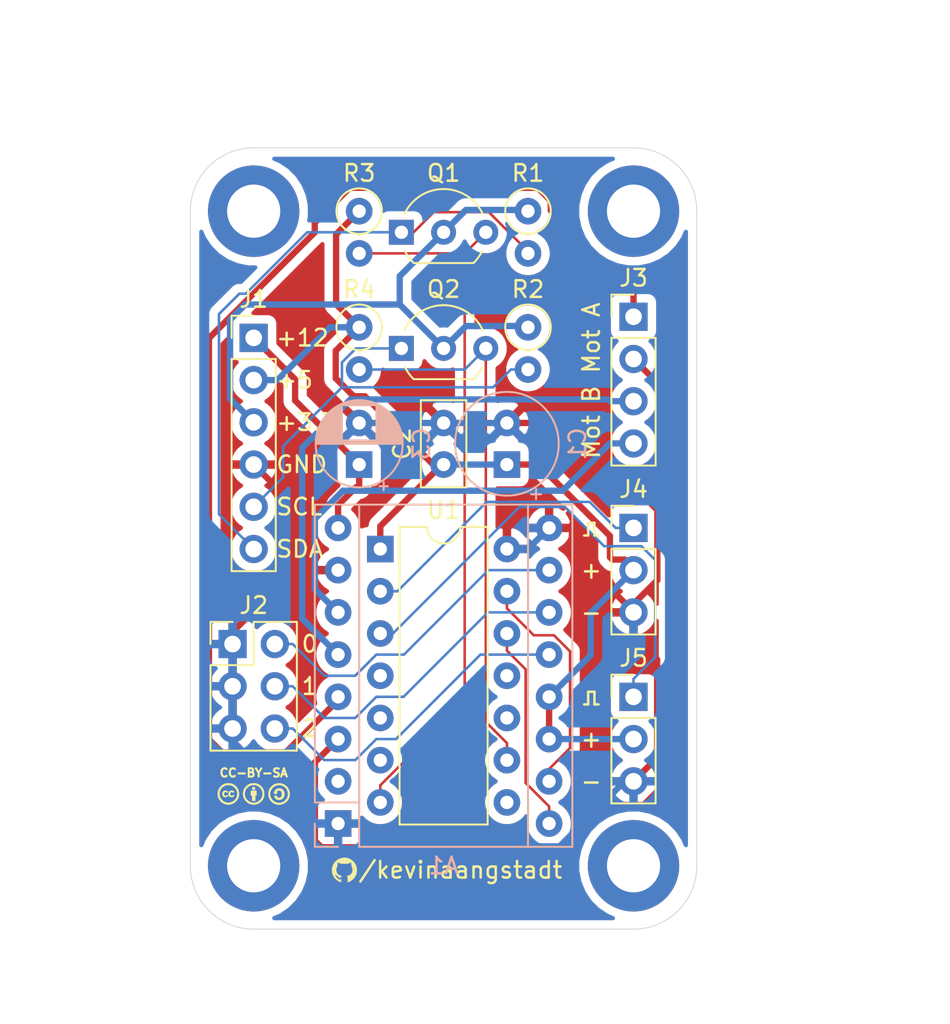
<source format=kicad_pcb>
(kicad_pcb (version 20171130) (host pcbnew "(5.1.5-0-10_14)")

  (general
    (thickness 1.6)
    (drawings 27)
    (tracks 193)
    (zones 0)
    (modules 24)
    (nets 27)
  )

  (page A4)
  (layers
    (0 F.Cu signal)
    (31 B.Cu signal)
    (36 B.SilkS user)
    (37 F.SilkS user)
    (38 B.Mask user)
    (39 F.Mask user)
    (41 Cmts.User user)
    (44 Edge.Cuts user)
    (45 Margin user)
    (46 B.CrtYd user)
    (47 F.CrtYd user)
    (48 B.Fab user)
    (49 F.Fab user)
  )

  (setup
    (last_trace_width 0.1524)
    (user_trace_width 0.1524)
    (user_trace_width 0.254)
    (user_trace_width 0.381)
    (user_trace_width 0.508)
    (user_trace_width 0.8128)
    (trace_clearance 0.1524)
    (zone_clearance 0.508)
    (zone_45_only no)
    (trace_min 0.1524)
    (via_size 0.6858)
    (via_drill 0.3302)
    (via_min_size 0.508)
    (via_min_drill 0.254)
    (uvia_size 0.6858)
    (uvia_drill 0.3302)
    (uvias_allowed no)
    (uvia_min_size 0)
    (uvia_min_drill 0)
    (edge_width 0.05)
    (segment_width 0.2)
    (pcb_text_width 0.3)
    (pcb_text_size 1.5 1.5)
    (mod_edge_width 0.12)
    (mod_text_size 1 1)
    (mod_text_width 0.15)
    (pad_size 1.524 1.524)
    (pad_drill 0.762)
    (pad_to_mask_clearance 0.0508)
    (solder_mask_min_width 0.1016)
    (aux_axis_origin 0 0)
    (visible_elements FFFFFF7F)
    (pcbplotparams
      (layerselection 0x010fc_ffffffff)
      (usegerberextensions false)
      (usegerberattributes false)
      (usegerberadvancedattributes false)
      (creategerberjobfile false)
      (excludeedgelayer true)
      (linewidth 0.100000)
      (plotframeref false)
      (viasonmask false)
      (mode 1)
      (useauxorigin false)
      (hpglpennumber 1)
      (hpglpenspeed 20)
      (hpglpendiameter 15.000000)
      (psnegative false)
      (psa4output false)
      (plotreference true)
      (plotvalue true)
      (plotinvisibletext false)
      (padsonsilk false)
      (subtractmaskfromsilk false)
      (outputformat 1)
      (mirror false)
      (drillshape 1)
      (scaleselection 1)
      (outputdirectory ""))
  )

  (net 0 "")
  (net 1 "Net-(A1-Pad16)")
  (net 2 +12V)
  (net 3 "Net-(A1-Pad15)")
  (net 4 GND)
  (net 5 +5V)
  (net 6 "Net-(A1-Pad6)")
  (net 7 "Net-(A1-Pad5)")
  (net 8 "Net-(A1-Pad12)")
  (net 9 "Net-(A1-Pad4)")
  (net 10 "Net-(A1-Pad11)")
  (net 11 "Net-(A1-Pad3)")
  (net 12 "Net-(A1-Pad10)")
  (net 13 "Net-(A1-Pad2)")
  (net 14 /SDA)
  (net 15 /SCL)
  (net 16 +3V3)
  (net 17 "Net-(J4-Pad1)")
  (net 18 "Net-(J5-Pad1)")
  (net 19 "Net-(Q1-Pad3)")
  (net 20 "Net-(Q2-Pad3)")
  (net 21 "Net-(U1-Pad6)")
  (net 22 "Net-(U1-Pad5)")
  (net 23 "Net-(U1-Pad11)")
  (net 24 "Net-(U1-Pad4)")
  (net 25 "Net-(U1-Pad10)")
  (net 26 "Net-(U1-Pad8)")

  (net_class Default "This is the default net class."
    (clearance 0.1524)
    (trace_width 0.1524)
    (via_dia 0.6858)
    (via_drill 0.3302)
    (uvia_dia 0.6858)
    (uvia_drill 0.3302)
    (add_net /SCL)
    (add_net /SDA)
    (add_net "Net-(A1-Pad10)")
    (add_net "Net-(A1-Pad11)")
    (add_net "Net-(A1-Pad12)")
    (add_net "Net-(A1-Pad15)")
    (add_net "Net-(A1-Pad16)")
    (add_net "Net-(A1-Pad2)")
    (add_net "Net-(J4-Pad1)")
    (add_net "Net-(J5-Pad1)")
    (add_net "Net-(Q1-Pad3)")
    (add_net "Net-(Q2-Pad3)")
    (add_net "Net-(U1-Pad10)")
    (add_net "Net-(U1-Pad11)")
    (add_net "Net-(U1-Pad4)")
    (add_net "Net-(U1-Pad5)")
    (add_net "Net-(U1-Pad6)")
    (add_net "Net-(U1-Pad8)")
  )

  (net_class Power ""
    (clearance 0.381)
    (trace_width 0.381)
    (via_dia 0.6858)
    (via_drill 0.3302)
    (uvia_dia 0.6858)
    (uvia_drill 0.3302)
    (add_net +12V)
    (add_net +3V3)
    (add_net +5V)
    (add_net GND)
    (add_net "Net-(A1-Pad3)")
    (add_net "Net-(A1-Pad4)")
    (add_net "Net-(A1-Pad5)")
    (add_net "Net-(A1-Pad6)")
  )

  (module StepperServo:Symbol_CC-SA_Silk_Tiny (layer F.Cu) (tedit 0) (tstamp 5E6EB299)
    (at 132.334 115.062)
    (fp_text reference G4 (at 0 0) (layer F.SilkS) hide
      (effects (font (size 1.524 1.524) (thickness 0.3)))
    )
    (fp_text value LOGO (at 0.75 0) (layer F.SilkS) hide
      (effects (font (size 1.524 1.524) (thickness 0.3)))
    )
    (fp_poly (pts (xy 0.027955 -0.338256) (xy 0.054875 -0.335738) (xy 0.080386 -0.331476) (xy 0.104758 -0.325411)
      (xy 0.12826 -0.317488) (xy 0.151161 -0.307647) (xy 0.154305 -0.306128) (xy 0.177605 -0.293498)
      (xy 0.199143 -0.279249) (xy 0.219131 -0.263202) (xy 0.237784 -0.245179) (xy 0.255317 -0.225)
      (xy 0.261876 -0.216535) (xy 0.277611 -0.193767) (xy 0.291238 -0.170104) (xy 0.302806 -0.145401)
      (xy 0.312367 -0.119513) (xy 0.319974 -0.092296) (xy 0.325677 -0.063604) (xy 0.329528 -0.033293)
      (xy 0.33031 -0.02413) (xy 0.330889 -0.013588) (xy 0.331179 -0.001455) (xy 0.331195 0.01163)
      (xy 0.330951 0.025027) (xy 0.330462 0.038098) (xy 0.329741 0.050205) (xy 0.328804 0.060707)
      (xy 0.328311 0.06477) (xy 0.323148 0.094814) (xy 0.315924 0.123411) (xy 0.306604 0.150648)
      (xy 0.295151 0.176611) (xy 0.281528 0.201388) (xy 0.265698 0.225067) (xy 0.255659 0.238125)
      (xy 0.248494 0.246502) (xy 0.23991 0.255732) (xy 0.230443 0.265294) (xy 0.220633 0.274666)
      (xy 0.211018 0.283325) (xy 0.202137 0.290752) (xy 0.19812 0.293855) (xy 0.175111 0.309485)
      (xy 0.151011 0.322864) (xy 0.125776 0.334007) (xy 0.099364 0.34293) (xy 0.071731 0.349647)
      (xy 0.042835 0.354176) (xy 0.028708 0.35556) (xy 0.018427 0.356181) (xy 0.006847 0.356546)
      (xy -0.005261 0.356656) (xy -0.017129 0.356512) (xy -0.027986 0.356114) (xy -0.03683 0.355486)
      (xy -0.063382 0.35175) (xy -0.089115 0.345771) (xy -0.113893 0.337629) (xy -0.137575 0.327405)
      (xy -0.160023 0.31518) (xy -0.181098 0.301034) (xy -0.200662 0.285049) (xy -0.218574 0.267306)
      (xy -0.234698 0.247885) (xy -0.243792 0.23495) (xy -0.25553 0.215059) (xy -0.265873 0.193282)
      (xy -0.274686 0.169935) (xy -0.281815 0.145415) (xy -0.282813 0.141126) (xy -0.284015 0.135519)
      (xy -0.285315 0.129144) (xy -0.286606 0.122555) (xy -0.287782 0.116303) (xy -0.288737 0.11094)
      (xy -0.289364 0.107018) (xy -0.28956 0.105187) (xy -0.288326 0.105005) (xy -0.284764 0.104833)
      (xy -0.279088 0.104674) (xy -0.27151 0.10453) (xy -0.262243 0.104405) (xy -0.251501 0.1043)
      (xy -0.239494 0.10422) (xy -0.226438 0.104166) (xy -0.212543 0.104141) (xy -0.208463 0.10414)
      (xy -0.127366 0.10414) (xy -0.126524 0.114231) (xy -0.124455 0.128446) (xy -0.120737 0.142679)
      (xy -0.1156 0.156332) (xy -0.109272 0.168804) (xy -0.101983 0.179497) (xy -0.101208 0.180447)
      (xy -0.090701 0.191137) (xy -0.078159 0.20035) (xy -0.063632 0.208062) (xy -0.047171 0.214244)
      (xy -0.028825 0.218873) (xy -0.026208 0.219377) (xy -0.020606 0.220241) (xy -0.014201 0.220862)
      (xy -0.006537 0.221265) (xy 0.002838 0.221474) (xy 0.012065 0.22152) (xy 0.022811 0.221441)
      (xy 0.031568 0.221153) (xy 0.038883 0.220564) (xy 0.045305 0.219582) (xy 0.05138 0.218114)
      (xy 0.057658 0.216068) (xy 0.064686 0.213351) (xy 0.067636 0.212136) (xy 0.082131 0.204763)
      (xy 0.095889 0.1951) (xy 0.108776 0.183323) (xy 0.120657 0.169609) (xy 0.131397 0.154137)
      (xy 0.14086 0.137083) (xy 0.148911 0.118624) (xy 0.155416 0.098938) (xy 0.156252 0.095885)
      (xy 0.161218 0.073617) (xy 0.164701 0.050009) (xy 0.166712 0.025519) (xy 0.167261 0.000606)
      (xy 0.166358 -0.024272) (xy 0.164014 -0.048656) (xy 0.160239 -0.072087) (xy 0.155044 -0.094107)
      (xy 0.151666 -0.105208) (xy 0.144996 -0.122288) (xy 0.136721 -0.138357) (xy 0.127066 -0.153097)
      (xy 0.116253 -0.16619) (xy 0.104505 -0.177317) (xy 0.097134 -0.182894) (xy 0.090488 -0.186926)
      (xy 0.082228 -0.191124) (xy 0.073217 -0.195106) (xy 0.064323 -0.198485) (xy 0.05715 -0.200688)
      (xy 0.049593 -0.20218) (xy 0.040141 -0.203304) (xy 0.029413 -0.204044) (xy 0.01803 -0.204382)
      (xy 0.006612 -0.204303) (xy -0.00422 -0.203787) (xy -0.013847 -0.20282) (xy -0.014944 -0.202665)
      (xy -0.034216 -0.198887) (xy -0.05158 -0.193463) (xy -0.067102 -0.186349) (xy -0.080844 -0.1775)
      (xy -0.092871 -0.166874) (xy -0.103246 -0.154425) (xy -0.112033 -0.140112) (xy -0.11513 -0.133826)
      (xy -0.117031 -0.129182) (xy -0.119149 -0.123157) (xy -0.121313 -0.116351) (xy -0.123349 -0.109363)
      (xy -0.125085 -0.102794) (xy -0.126349 -0.097243) (xy -0.126967 -0.09331) (xy -0.127 -0.092575)
      (xy -0.126865 -0.091724) (xy -0.126229 -0.091102) (xy -0.124754 -0.090672) (xy -0.122096 -0.090399)
      (xy -0.117914 -0.090248) (xy -0.111868 -0.090184) (xy -0.103825 -0.09017) (xy -0.080649 -0.09017)
      (xy -0.144465 -0.026355) (xy -0.20828 0.037461) (xy -0.272096 -0.026355) (xy -0.335912 -0.09017)
      (xy -0.31046 -0.09017) (xy -0.285008 -0.090171) (xy -0.282244 -0.10517) (xy -0.276493 -0.130626)
      (xy -0.268799 -0.155409) (xy -0.259299 -0.179207) (xy -0.24813 -0.201711) (xy -0.23543 -0.222608)
      (xy -0.222608 -0.24003) (xy -0.216383 -0.247229) (xy -0.208718 -0.255313) (xy -0.200235 -0.263682)
      (xy -0.191555 -0.271736) (xy -0.183299 -0.278876) (xy -0.17808 -0.283028) (xy -0.156602 -0.297761)
      (xy -0.133985 -0.310244) (xy -0.110213 -0.320482) (xy -0.08527 -0.32848) (xy -0.059142 -0.334241)
      (xy -0.031813 -0.337772) (xy -0.003267 -0.339078) (xy -0.000643 -0.339086) (xy 0.027955 -0.338256)) (layer F.SilkS) (width 0.01))
    (fp_poly (pts (xy 0.012766 -0.646083) (xy 0.026843 -0.645813) (xy 0.040464 -0.645415) (xy 0.053137 -0.644896)
      (xy 0.06437 -0.644264) (xy 0.073674 -0.643526) (xy 0.075565 -0.643335) (xy 0.116342 -0.63779)
      (xy 0.155938 -0.629998) (xy 0.194377 -0.619947) (xy 0.231684 -0.607627) (xy 0.267883 -0.593025)
      (xy 0.302999 -0.576131) (xy 0.337055 -0.556933) (xy 0.370076 -0.535419) (xy 0.402087 -0.511579)
      (xy 0.433112 -0.4854) (xy 0.452653 -0.467229) (xy 0.481869 -0.437411) (xy 0.508764 -0.406578)
      (xy 0.533334 -0.374737) (xy 0.555576 -0.341897) (xy 0.575485 -0.308065) (xy 0.593057 -0.273247)
      (xy 0.608288 -0.237453) (xy 0.621176 -0.200688) (xy 0.631715 -0.162961) (xy 0.639901 -0.124279)
      (xy 0.643269 -0.103505) (xy 0.64547 -0.085958) (xy 0.64729 -0.066531) (xy 0.648706 -0.045859)
      (xy 0.649693 -0.024576) (xy 0.650228 -0.003317) (xy 0.650287 0.017283) (xy 0.649846 0.03659)
      (xy 0.649056 0.051587) (xy 0.64502 0.092808) (xy 0.638734 0.132857) (xy 0.630194 0.171744)
      (xy 0.619394 0.209478) (xy 0.606329 0.246068) (xy 0.590994 0.281526) (xy 0.573384 0.315859)
      (xy 0.553494 0.349079) (xy 0.53132 0.381195) (xy 0.506855 0.412216) (xy 0.480095 0.442152)
      (xy 0.451035 0.471014) (xy 0.41967 0.49881) (xy 0.41529 0.502456) (xy 0.383094 0.527472)
      (xy 0.349873 0.550164) (xy 0.315628 0.570533) (xy 0.280358 0.588577) (xy 0.244065 0.604296)
      (xy 0.206748 0.617691) (xy 0.168409 0.62876) (xy 0.129048 0.637505) (xy 0.088666 0.643924)
      (xy 0.052133 0.647661) (xy 0.045033 0.648067) (xy 0.035895 0.648379) (xy 0.025219 0.648597)
      (xy 0.013503 0.648724) (xy 0.001249 0.648758) (xy -0.011045 0.648701) (xy -0.022877 0.648554)
      (xy -0.033749 0.648317) (xy -0.043161 0.647992) (xy -0.050612 0.647578) (xy -0.051435 0.647515)
      (xy -0.091582 0.64313) (xy -0.130849 0.636362) (xy -0.169231 0.627215) (xy -0.206723 0.615691)
      (xy -0.243319 0.601793) (xy -0.279013 0.585524) (xy -0.313799 0.566886) (xy -0.347672 0.545882)
      (xy -0.380626 0.522516) (xy -0.412656 0.49679) (xy -0.443755 0.468706) (xy -0.468639 0.443836)
      (xy -0.49618 0.41335) (xy -0.52138 0.381881) (xy -0.544248 0.349411) (xy -0.56479 0.315922)
      (xy -0.583017 0.281397) (xy -0.598935 0.245819) (xy -0.612554 0.209168) (xy -0.623882 0.171429)
      (xy -0.632927 0.132582) (xy -0.639697 0.09261) (xy -0.64207 0.07366) (xy -0.642814 0.065388)
      (xy -0.643462 0.055059) (xy -0.644005 0.043154) (xy -0.644435 0.030153) (xy -0.644745 0.016537)
      (xy -0.644927 0.002788) (xy -0.644934 0.000635) (xy -0.527647 0.000635) (xy -0.527608 0.015733)
      (xy -0.52745 0.02875) (xy -0.527136 0.040142) (xy -0.526632 0.050364) (xy -0.525902 0.059875)
      (xy -0.524911 0.069131) (xy -0.523623 0.078588) (xy -0.522004 0.088703) (xy -0.520018 0.099932)
      (xy -0.519945 0.10033) (xy -0.51238 0.13467) (xy -0.502403 0.168231) (xy -0.49003 0.20098)
      (xy -0.475279 0.232883) (xy -0.458165 0.263907) (xy -0.438705 0.29402) (xy -0.416915 0.323188)
      (xy -0.400127 0.343204) (xy -0.393277 0.350766) (xy -0.385144 0.359359) (xy -0.37615 0.368566)
      (xy -0.366723 0.377966) (xy -0.357286 0.387143) (xy -0.348265 0.395678) (xy -0.340084 0.403152)
      (xy -0.333183 0.409134) (xy -0.311891 0.426174) (xy -0.291072 0.441344) (xy -0.270084 0.455058)
      (xy -0.24829 0.467732) (xy -0.225051 0.479779) (xy -0.22181 0.48136) (xy -0.189937 0.495463)
      (xy -0.157462 0.507163) (xy -0.124209 0.516512) (xy -0.090004 0.523561) (xy -0.066675 0.526996)
      (xy -0.059292 0.527914) (xy -0.053057 0.528658) (xy -0.04759 0.529244) (xy -0.042512 0.529689)
      (xy -0.037445 0.530007) (xy -0.032008 0.530216) (xy -0.025823 0.53033) (xy -0.01851 0.530365)
      (xy -0.009691 0.530337) (xy 0.001015 0.530262) (xy 0.01016 0.530187) (xy 0.023163 0.530053)
      (xy 0.034018 0.529873) (xy 0.043116 0.529629) (xy 0.050849 0.529303) (xy 0.057608 0.528875)
      (xy 0.063785 0.528328) (xy 0.06977 0.527643) (xy 0.073048 0.527211) (xy 0.10956 0.521038)
      (xy 0.144797 0.512683) (xy 0.178837 0.502113) (xy 0.211759 0.489292) (xy 0.243641 0.474189)
      (xy 0.274562 0.45677) (xy 0.304601 0.437001) (xy 0.330329 0.417665) (xy 0.359841 0.39276)
      (xy 0.386986 0.366947) (xy 0.41178 0.3402) (xy 0.434237 0.312496) (xy 0.45437 0.28381)
      (xy 0.472196 0.254119) (xy 0.487728 0.223399) (xy 0.50098 0.191625) (xy 0.511968 0.158774)
      (xy 0.520705 0.124821) (xy 0.526849 0.092075) (xy 0.528376 0.082034) (xy 0.529618 0.073206)
      (xy 0.530603 0.065149) (xy 0.531361 0.057421) (xy 0.531919 0.049579) (xy 0.532307 0.041181)
      (xy 0.532554 0.031784) (xy 0.532687 0.020946) (xy 0.532736 0.008224) (xy 0.532737 0.00127)
      (xy 0.532702 -0.012427) (xy 0.532603 -0.023935) (xy 0.532428 -0.033605) (xy 0.532165 -0.041788)
      (xy 0.531801 -0.048835) (xy 0.531324 -0.055096) (xy 0.530722 -0.060922) (xy 0.530487 -0.062865)
      (xy 0.526389 -0.091378) (xy 0.521437 -0.117919) (xy 0.515497 -0.142956) (xy 0.508435 -0.166952)
      (xy 0.500117 -0.190372) (xy 0.49041 -0.213683) (xy 0.481941 -0.231775) (xy 0.467568 -0.259041)
      (xy 0.451634 -0.285181) (xy 0.433939 -0.310466) (xy 0.414284 -0.335163) (xy 0.39247 -0.359541)
      (xy 0.371271 -0.381) (xy 0.34367 -0.406234) (xy 0.315367 -0.429038) (xy 0.286295 -0.449445)
      (xy 0.256385 -0.467485) (xy 0.22557 -0.483189) (xy 0.193782 -0.496588) (xy 0.160952 -0.507713)
      (xy 0.127014 -0.516595) (xy 0.091899 -0.523265) (xy 0.055539 -0.527754) (xy 0.047772 -0.528419)
      (xy 0.039366 -0.528908) (xy 0.02906 -0.529221) (xy 0.017351 -0.529368) (xy 0.004731 -0.529358)
      (xy -0.008303 -0.529198) (xy -0.021259 -0.528898) (xy -0.033641 -0.528467) (xy -0.044956 -0.527912)
      (xy -0.054707 -0.527243) (xy -0.06223 -0.52649) (xy -0.097715 -0.521008) (xy -0.131635 -0.513612)
      (xy -0.164163 -0.504238) (xy -0.195475 -0.492824) (xy -0.225742 -0.479307) (xy -0.25514 -0.463623)
      (xy -0.281818 -0.44706) (xy -0.298746 -0.435404) (xy -0.314611 -0.423554) (xy -0.329919 -0.411088)
      (xy -0.345175 -0.397581) (xy -0.360884 -0.382609) (xy -0.372155 -0.371303) (xy -0.398091 -0.343279)
      (xy -0.421582 -0.314651) (xy -0.442668 -0.285338) (xy -0.461387 -0.25526) (xy -0.477781 -0.224338)
      (xy -0.491888 -0.192494) (xy -0.503749 -0.159646) (xy -0.513403 -0.125716) (xy -0.52089 -0.090625)
      (xy -0.524766 -0.06604) (xy -0.525547 -0.060047) (xy -0.526174 -0.054491) (xy -0.526663 -0.048986)
      (xy -0.527032 -0.043147) (xy -0.527297 -0.036589) (xy -0.527474 -0.028926) (xy -0.527581 -0.019774)
      (xy -0.527633 -0.008746) (xy -0.527647 0.000635) (xy -0.644934 0.000635) (xy -0.644973 -0.010615)
      (xy -0.644876 -0.023189) (xy -0.644628 -0.034455) (xy -0.64422 -0.04393) (xy -0.644016 -0.047047)
      (xy -0.639772 -0.087999) (xy -0.633185 -0.127973) (xy -0.624254 -0.166967) (xy -0.612981 -0.20498)
      (xy -0.599365 -0.24201) (xy -0.583409 -0.278056) (xy -0.565112 -0.313116) (xy -0.544475 -0.347189)
      (xy -0.5215 -0.380274) (xy -0.496186 -0.412368) (xy -0.468534 -0.443471) (xy -0.445015 -0.46736)
      (xy -0.414859 -0.495035) (xy -0.383707 -0.520377) (xy -0.351544 -0.543391) (xy -0.318354 -0.564086)
      (xy -0.284123 -0.582467) (xy -0.248836 -0.598541) (xy -0.212477 -0.612316) (xy -0.175031 -0.623798)
      (xy -0.136483 -0.632994) (xy -0.096818 -0.63991) (xy -0.056021 -0.644554) (xy -0.0473 -0.645242)
      (xy -0.038299 -0.645727) (xy -0.027301 -0.646047) (xy -0.014797 -0.646207) (xy -0.001278 -0.646217)
      (xy 0.012766 -0.646083)) (layer F.SilkS) (width 0.01))
  )

  (module StepperServo:Symbol_CC-Attribution_Silkscreen_Tiny (layer F.Cu) (tedit 0) (tstamp 5E6EB246)
    (at 130.81 115.062)
    (fp_text reference G3 (at 0 0) (layer F.SilkS) hide
      (effects (font (size 1.524 1.524) (thickness 0.3)))
    )
    (fp_text value LOGO (at 0.75 0) (layer F.SilkS) hide
      (effects (font (size 1.524 1.524) (thickness 0.3)))
    )
    (fp_poly (pts (xy 0.01267 -0.420439) (xy 0.024105 -0.419172) (xy 0.034224 -0.416924) (xy 0.043583 -0.413579)
      (xy 0.050001 -0.410514) (xy 0.060534 -0.403585) (xy 0.069484 -0.394746) (xy 0.0768 -0.384117)
      (xy 0.082428 -0.371817) (xy 0.086317 -0.357963) (xy 0.088413 -0.342674) (xy 0.088665 -0.32607)
      (xy 0.088533 -0.323344) (xy 0.086688 -0.306963) (xy 0.08311 -0.292436) (xy 0.077791 -0.279752)
      (xy 0.070721 -0.268898) (xy 0.061892 -0.259863) (xy 0.051296 -0.252636) (xy 0.038924 -0.247205)
      (xy 0.02921 -0.244468) (xy 0.024233 -0.243625) (xy 0.017562 -0.242887) (xy 0.009891 -0.242291)
      (xy 0.001914 -0.241872) (xy -0.005673 -0.241667) (xy -0.012178 -0.24171) (xy -0.016905 -0.242039)
      (xy -0.017145 -0.242072) (xy -0.032743 -0.245241) (xy -0.046328 -0.249907) (xy -0.057959 -0.256137)
      (xy -0.067697 -0.263997) (xy -0.0756 -0.273556) (xy -0.081729 -0.284878) (xy -0.086143 -0.298031)
      (xy -0.088902 -0.313082) (xy -0.089804 -0.323344) (xy -0.089848 -0.340145) (xy -0.088038 -0.355648)
      (xy -0.084428 -0.369736) (xy -0.07907 -0.382289) (xy -0.072017 -0.393188) (xy -0.06332 -0.402317)
      (xy -0.053033 -0.409555) (xy -0.051272 -0.410514) (xy -0.042116 -0.414696) (xy -0.032589 -0.417702)
      (xy -0.022136 -0.419647) (xy -0.010202 -0.420642) (xy -0.000635 -0.420836) (xy 0.01267 -0.420439)) (layer F.SilkS) (width 0.01))
    (fp_poly (pts (xy 0.149341 -0.201693) (xy 0.15514 -0.197817) (xy 0.16087 -0.192588) (xy 0.165891 -0.186706)
      (xy 0.169567 -0.180872) (xy 0.17068 -0.178254) (xy 0.171006 -0.177101) (xy 0.171296 -0.175569)
      (xy 0.171552 -0.173513) (xy 0.171776 -0.170789) (xy 0.17197 -0.167249) (xy 0.172136 -0.162748)
      (xy 0.172276 -0.157141) (xy 0.172392 -0.150281) (xy 0.172486 -0.142024) (xy 0.172562 -0.132223)
      (xy 0.172619 -0.120732) (xy 0.172662 -0.107406) (xy 0.172691 -0.0921) (xy 0.172709 -0.074667)
      (xy 0.172717 -0.054962) (xy 0.17272 -0.036604) (xy 0.17272 0.09906) (xy 0.09906 0.09906)
      (xy 0.09906 0.41275) (xy -0.10033 0.41275) (xy -0.10033 0.09906) (xy -0.17399 0.09906)
      (xy -0.17399 -0.058288) (xy -0.173987 -0.077403) (xy -0.173978 -0.094276) (xy -0.17396 -0.109058)
      (xy -0.173931 -0.121897) (xy -0.173888 -0.132943) (xy -0.173827 -0.142345) (xy -0.173747 -0.150254)
      (xy -0.173644 -0.156817) (xy -0.173515 -0.162185) (xy -0.173358 -0.166507) (xy -0.17317 -0.169932)
      (xy -0.172947 -0.17261) (xy -0.172688 -0.17469) (xy -0.172389 -0.176322) (xy -0.172047 -0.177655)
      (xy -0.171659 -0.178838) (xy -0.171269 -0.1799) (xy -0.167493 -0.187018) (xy -0.161916 -0.193766)
      (xy -0.155245 -0.199393) (xy -0.150158 -0.202328) (xy -0.144145 -0.205105) (xy 0.142875 -0.205105)
      (xy 0.149341 -0.201693)) (layer F.SilkS) (width 0.01))
    (fp_poly (pts (xy 0.008785 -0.649923) (xy 0.011834 -0.649876) (xy 0.031093 -0.649434) (xy 0.04839 -0.648742)
      (xy 0.064297 -0.647745) (xy 0.079386 -0.646387) (xy 0.094226 -0.644614) (xy 0.109389 -0.642368)
      (xy 0.125447 -0.639595) (xy 0.133985 -0.637995) (xy 0.172244 -0.629384) (xy 0.209654 -0.618392)
      (xy 0.246166 -0.605046) (xy 0.281736 -0.589373) (xy 0.316316 -0.571401) (xy 0.349861 -0.551157)
      (xy 0.382324 -0.528669) (xy 0.413659 -0.503964) (xy 0.44382 -0.47707) (xy 0.472761 -0.448015)
      (xy 0.49528 -0.42291) (xy 0.520381 -0.391706) (xy 0.543209 -0.359369) (xy 0.563761 -0.325912)
      (xy 0.582029 -0.291347) (xy 0.598011 -0.255687) (xy 0.6117 -0.218945) (xy 0.623091 -0.181131)
      (xy 0.632181 -0.14226) (xy 0.638962 -0.102343) (xy 0.643432 -0.061392) (xy 0.643983 -0.054031)
      (xy 0.644453 -0.044983) (xy 0.644764 -0.033994) (xy 0.644924 -0.021542) (xy 0.64494 -0.0081)
      (xy 0.64482 0.005854) (xy 0.644569 0.019845) (xy 0.644196 0.033397) (xy 0.643708 0.046033)
      (xy 0.643112 0.057278) (xy 0.642416 0.066655) (xy 0.642103 0.06985) (xy 0.636615 0.110457)
      (xy 0.629013 0.149673) (xy 0.619273 0.187548) (xy 0.607372 0.224131) (xy 0.593287 0.259474)
      (xy 0.576995 0.293625) (xy 0.558473 0.326634) (xy 0.537697 0.358553) (xy 0.514645 0.38943)
      (xy 0.489293 0.419316) (xy 0.471805 0.437993) (xy 0.441361 0.467635) (xy 0.409866 0.495009)
      (xy 0.37735 0.520099) (xy 0.343843 0.542887) (xy 0.309375 0.563358) (xy 0.273976 0.581495)
      (xy 0.237678 0.597282) (xy 0.200509 0.610703) (xy 0.162501 0.62174) (xy 0.123683 0.630379)
      (xy 0.112395 0.632413) (xy 0.099981 0.634453) (xy 0.08858 0.636128) (xy 0.077718 0.637475)
      (xy 0.066923 0.63853) (xy 0.055721 0.639331) (xy 0.043639 0.639914) (xy 0.030205 0.640316)
      (xy 0.014946 0.640574) (xy 0.00635 0.640661) (xy -0.004657 0.64074) (xy -0.015074 0.640787)
      (xy -0.024576 0.640803) (xy -0.032839 0.640789) (xy -0.039541 0.640745) (xy -0.044357 0.640671)
      (xy -0.046963 0.64057) (xy -0.04699 0.640567) (xy -0.082726 0.636775) (xy -0.116528 0.631729)
      (xy -0.148717 0.625343) (xy -0.179617 0.617529) (xy -0.209547 0.608202) (xy -0.238831 0.597275)
      (xy -0.26779 0.58466) (xy -0.284177 0.576731) (xy -0.317615 0.55863) (xy -0.350252 0.53829)
      (xy -0.381924 0.515874) (xy -0.412469 0.491549) (xy -0.441722 0.465479) (xy -0.46952 0.437829)
      (xy -0.4957 0.408765) (xy -0.520097 0.378452) (xy -0.54255 0.347054) (xy -0.562893 0.314737)
      (xy -0.580964 0.281667) (xy -0.585536 0.272415) (xy -0.600985 0.237697) (xy -0.614174 0.202171)
      (xy -0.625143 0.165692) (xy -0.633933 0.128116) (xy -0.640585 0.089299) (xy -0.643353 0.06731)
      (xy -0.644119 0.058726) (xy -0.64478 0.048096) (xy -0.645327 0.035912) (xy -0.645752 0.022664)
      (xy -0.646048 0.008845) (xy -0.646101 0.004131) (xy -0.530325 0.004131) (xy -0.528665 0.039567)
      (xy -0.524698 0.074704) (xy -0.518419 0.109306) (xy -0.510501 0.1408) (xy -0.499883 0.173253)
      (xy -0.486846 0.20514) (xy -0.47147 0.236345) (xy -0.453835 0.266753) (xy -0.434022 0.296251)
      (xy -0.412112 0.324723) (xy -0.388184 0.352055) (xy -0.362318 0.378132) (xy -0.334596 0.402838)
      (xy -0.31723 0.41686) (xy -0.287931 0.438095) (xy -0.257624 0.456998) (xy -0.22631 0.473571)
      (xy -0.193986 0.487813) (xy -0.16065 0.499726) (xy -0.126302 0.50931) (xy -0.09094 0.516565)
      (xy -0.054563 0.521492) (xy -0.033655 0.523241) (xy -0.023959 0.523677) (xy -0.012379 0.523877)
      (xy 0.000441 0.523854) (xy 0.013855 0.523622) (xy 0.027221 0.523195) (xy 0.039893 0.522587)
      (xy 0.051228 0.521812) (xy 0.05715 0.52127) (xy 0.092943 0.516357) (xy 0.127845 0.509092)
      (xy 0.161882 0.499463) (xy 0.195079 0.487459) (xy 0.227465 0.473067) (xy 0.259065 0.456276)
      (xy 0.289907 0.437072) (xy 0.320017 0.415446) (xy 0.349422 0.391384) (xy 0.35155 0.389524)
      (xy 0.358007 0.383661) (xy 0.365566 0.376473) (xy 0.373858 0.368341) (xy 0.382516 0.359642)
      (xy 0.39117 0.350756) (xy 0.399451 0.342061) (xy 0.406992 0.333936) (xy 0.413422 0.32676)
      (xy 0.418374 0.320912) (xy 0.418565 0.320675) (xy 0.439207 0.293397) (xy 0.45744 0.265838)
      (xy 0.473394 0.237735) (xy 0.487199 0.208824) (xy 0.498986 0.178843) (xy 0.508886 0.147529)
      (xy 0.51378 0.128793) (xy 0.520387 0.096906) (xy 0.525116 0.063729) (xy 0.527953 0.029702)
      (xy 0.52888 -0.004737) (xy 0.527883 -0.03915) (xy 0.524946 -0.073099) (xy 0.521802 -0.095885)
      (xy 0.5149 -0.13119) (xy 0.505652 -0.165523) (xy 0.494059 -0.19888) (xy 0.480125 -0.231258)
      (xy 0.463851 -0.26265) (xy 0.44524 -0.293052) (xy 0.424294 -0.32246) (xy 0.401016 -0.350869)
      (xy 0.380373 -0.373227) (xy 0.353319 -0.399416) (xy 0.325371 -0.423234) (xy 0.296493 -0.444701)
      (xy 0.26665 -0.463837) (xy 0.235806 -0.480662) (xy 0.203925 -0.495196) (xy 0.17097 -0.507459)
      (xy 0.136907 -0.517471) (xy 0.10922 -0.523796) (xy 0.080467 -0.528615) (xy 0.050254 -0.531889)
      (xy 0.01914 -0.533608) (xy -0.012314 -0.533763) (xy -0.043547 -0.532346) (xy -0.073997 -0.529348)
      (xy -0.090805 -0.526926) (xy -0.125509 -0.520127) (xy -0.159036 -0.511144) (xy -0.191492 -0.499929)
      (xy -0.222984 -0.486434) (xy -0.253617 -0.470613) (xy -0.283497 -0.452417) (xy -0.312731 -0.431799)
      (xy -0.32639 -0.421168) (xy -0.334744 -0.414137) (xy -0.344317 -0.40552) (xy -0.354727 -0.395703)
      (xy -0.365592 -0.385072) (xy -0.376531 -0.374013) (xy -0.387161 -0.362912) (xy -0.397101 -0.352155)
      (xy -0.405969 -0.342127) (xy -0.413255 -0.333375) (xy -0.435823 -0.303296) (xy -0.455926 -0.27263)
      (xy -0.473576 -0.241356) (xy -0.488785 -0.209454) (xy -0.501563 -0.176903) (xy -0.50419 -0.169232)
      (xy -0.513992 -0.135859) (xy -0.521511 -0.101599) (xy -0.526743 -0.066689) (xy -0.529683 -0.031367)
      (xy -0.530325 0.004131) (xy -0.646101 0.004131) (xy -0.646207 -0.005053) (xy -0.646221 -0.018539)
      (xy -0.646081 -0.031121) (xy -0.645781 -0.042308) (xy -0.645312 -0.051607) (xy -0.645269 -0.052222)
      (xy -0.64116 -0.093049) (xy -0.634706 -0.132906) (xy -0.625904 -0.171798) (xy -0.614753 -0.209729)
      (xy -0.60125 -0.246702) (xy -0.585395 -0.282723) (xy -0.567185 -0.317796) (xy -0.546617 -0.351924)
      (xy -0.523691 -0.385112) (xy -0.498404 -0.417365) (xy -0.470755 -0.448686) (xy -0.461302 -0.458621)
      (xy -0.439482 -0.480001) (xy -0.415959 -0.500927) (xy -0.391245 -0.520999) (xy -0.365857 -0.539815)
      (xy -0.340307 -0.556975) (xy -0.318159 -0.570352) (xy -0.285015 -0.587838) (xy -0.25046 -0.603315)
      (xy -0.214737 -0.616703) (xy -0.178088 -0.627922) (xy -0.140756 -0.636893) (xy -0.102982 -0.643534)
      (xy -0.092075 -0.645001) (xy -0.077609 -0.6467) (xy -0.064107 -0.648023) (xy -0.051002 -0.648996)
      (xy -0.037727 -0.649646) (xy -0.023716 -0.65) (xy -0.008401 -0.650083) (xy 0.008785 -0.649923)) (layer F.SilkS) (width 0.01))
  )

  (module StepperServo:Symbol_CC-_Silk_Tiny (layer F.Cu) (tedit 0) (tstamp 5E6EB271)
    (at 129.286 115.062)
    (fp_text reference G2 (at 0 0) (layer F.SilkS) hide
      (effects (font (size 1.524 1.524) (thickness 0.3)))
    )
    (fp_text value LOGO (at 0.75 0) (layer F.SilkS) hide
      (effects (font (size 1.524 1.524) (thickness 0.3)))
    )
    (fp_poly (pts (xy 0.210546 -0.203692) (xy 0.222201 -0.203017) (xy 0.232478 -0.201927) (xy 0.235476 -0.201472)
      (xy 0.257294 -0.196711) (xy 0.277575 -0.189938) (xy 0.296307 -0.18116) (xy 0.313478 -0.170386)
      (xy 0.329078 -0.157623) (xy 0.343094 -0.142878) (xy 0.355515 -0.126158) (xy 0.358102 -0.122105)
      (xy 0.36441 -0.111934) (xy 0.324127 -0.090717) (xy 0.314763 -0.085785) (xy 0.30606 -0.081204)
      (xy 0.298287 -0.077114) (xy 0.291711 -0.073656) (xy 0.286601 -0.07097) (xy 0.283223 -0.069199)
      (xy 0.281877 -0.068497) (xy 0.280599 -0.0685) (xy 0.278977 -0.069931) (xy 0.276747 -0.073095)
      (xy 0.274257 -0.077231) (xy 0.26901 -0.085038) (xy 0.262534 -0.092777) (xy 0.255424 -0.099845)
      (xy 0.248272 -0.105638) (xy 0.243205 -0.108801) (xy 0.234252 -0.113141) (xy 0.226297 -0.116042)
      (xy 0.218428 -0.117736) (xy 0.20973 -0.118458) (xy 0.205105 -0.118527) (xy 0.189911 -0.117478)
      (xy 0.176187 -0.114361) (xy 0.163944 -0.109189) (xy 0.153191 -0.101971) (xy 0.143936 -0.09272)
      (xy 0.13619 -0.081446) (xy 0.129962 -0.06816) (xy 0.125262 -0.052873) (xy 0.122099 -0.035596)
      (xy 0.120729 -0.021163) (xy 0.120225 -0.000438) (xy 0.121395 0.018545) (xy 0.124272 0.035979)
      (xy 0.128885 0.052058) (xy 0.134752 0.065944) (xy 0.142082 0.078489) (xy 0.150639 0.088835)
      (xy 0.160527 0.097062) (xy 0.17185 0.10325) (xy 0.184712 0.107479) (xy 0.19053 0.108678)
      (xy 0.20582 0.110193) (xy 0.220417 0.109358) (xy 0.23416 0.10625) (xy 0.24689 0.100948)
      (xy 0.258445 0.093528) (xy 0.268668 0.084069) (xy 0.277397 0.072649) (xy 0.282228 0.064143)
      (xy 0.284239 0.060198) (xy 0.285812 0.05724) (xy 0.286595 0.055926) (xy 0.287844 0.056296)
      (xy 0.29103 0.05768) (xy 0.29584 0.059919) (xy 0.301956 0.062854) (xy 0.309064 0.066326)
      (xy 0.316848 0.070176) (xy 0.324993 0.074247) (xy 0.333183 0.078379) (xy 0.341103 0.082414)
      (xy 0.348438 0.086193) (xy 0.354871 0.089557) (xy 0.360088 0.092348) (xy 0.363773 0.094406)
      (xy 0.365611 0.095574) (xy 0.36576 0.095747) (xy 0.365095 0.097203) (xy 0.363284 0.10031)
      (xy 0.360603 0.104614) (xy 0.357327 0.109661) (xy 0.357279 0.109734) (xy 0.351152 0.118095)
      (xy 0.343433 0.127245) (xy 0.334674 0.136624) (xy 0.325428 0.145675) (xy 0.316248 0.153838)
      (xy 0.307688 0.160556) (xy 0.305435 0.16213) (xy 0.286275 0.173628) (xy 0.266261 0.182829)
      (xy 0.245599 0.189642) (xy 0.236472 0.191835) (xy 0.22987 0.192915) (xy 0.221376 0.193813)
      (xy 0.211635 0.194506) (xy 0.20129 0.19497) (xy 0.190984 0.195182) (xy 0.181362 0.195118)
      (xy 0.173066 0.194755) (xy 0.168497 0.194323) (xy 0.145904 0.190362) (xy 0.124828 0.184363)
      (xy 0.105265 0.176325) (xy 0.087212 0.166248) (xy 0.070668 0.154129) (xy 0.060548 0.144987)
      (xy 0.047075 0.130264) (xy 0.035584 0.114383) (xy 0.026038 0.09724) (xy 0.018399 0.07873)
      (xy 0.012627 0.058748) (xy 0.008685 0.037189) (xy 0.006535 0.013948) (xy 0.006075 -0.004445)
      (xy 0.006605 -0.024105) (xy 0.008223 -0.04198) (xy 0.011025 -0.058624) (xy 0.015109 -0.074591)
      (xy 0.020573 -0.090435) (xy 0.02165 -0.093167) (xy 0.028934 -0.109094) (xy 0.037581 -0.123714)
      (xy 0.04795 -0.137553) (xy 0.060399 -0.151133) (xy 0.063228 -0.153921) (xy 0.078787 -0.167466)
      (xy 0.09533 -0.178809) (xy 0.113063 -0.188056) (xy 0.132194 -0.195314) (xy 0.152928 -0.20069)
      (xy 0.154274 -0.200964) (xy 0.163102 -0.202309) (xy 0.17379 -0.203259) (xy 0.185692 -0.203808)
      (xy 0.19816 -0.203954) (xy 0.210546 -0.203692)) (layer F.SilkS) (width 0.01))
    (fp_poly (pts (xy -0.164065 -0.203742) (xy -0.15261 -0.203152) (xy -0.142538 -0.202166) (xy -0.137795 -0.20145)
      (xy -0.116789 -0.196819) (xy -0.097649 -0.190643) (xy -0.080141 -0.182807) (xy -0.064033 -0.173194)
      (xy -0.049089 -0.161689) (xy -0.03929 -0.15254) (xy -0.034356 -0.147323) (xy -0.02926 -0.141477)
      (xy -0.024251 -0.135344) (xy -0.019582 -0.129267) (xy -0.015505 -0.123589) (xy -0.012271 -0.118652)
      (xy -0.010132 -0.114798) (xy -0.009339 -0.112372) (xy -0.009436 -0.111905) (xy -0.010735 -0.111)
      (xy -0.013971 -0.109121) (xy -0.018818 -0.106445) (xy -0.024951 -0.103152) (xy -0.032042 -0.099419)
      (xy -0.036526 -0.097092) (xy -0.045195 -0.092608) (xy -0.054192 -0.087941) (xy -0.062907 -0.083408)
      (xy -0.070727 -0.079328) (xy -0.077043 -0.076019) (xy -0.078243 -0.075387) (xy -0.093621 -0.067282)
      (xy -0.099617 -0.077601) (xy -0.10792 -0.089521) (xy -0.117866 -0.099685) (xy -0.12922 -0.107918)
      (xy -0.141747 -0.114046) (xy -0.15376 -0.117605) (xy -0.166127 -0.118998) (xy -0.179169 -0.11822)
      (xy -0.192375 -0.115342) (xy -0.205232 -0.110437) (xy -0.205721 -0.110205) (xy -0.216624 -0.103751)
      (xy -0.226027 -0.095507) (xy -0.23396 -0.085416) (xy -0.240452 -0.073417) (xy -0.245532 -0.059452)
      (xy -0.249227 -0.043461) (xy -0.251568 -0.025386) (xy -0.252284 -0.014617) (xy -0.252362 0.004227)
      (xy -0.250828 0.021995) (xy -0.247748 0.038533) (xy -0.243187 0.053685) (xy -0.237213 0.067294)
      (xy -0.229891 0.079207) (xy -0.221287 0.089265) (xy -0.211468 0.097316) (xy -0.202565 0.102304)
      (xy -0.19453 0.105621) (xy -0.187026 0.107845) (xy -0.179187 0.109149) (xy -0.170142 0.109704)
      (xy -0.1651 0.109756) (xy -0.151108 0.108957) (xy -0.138768 0.10651) (xy -0.127687 0.102273)
      (xy -0.11747 0.0961) (xy -0.109433 0.089469) (xy -0.103831 0.083677) (xy -0.098317 0.07691)
      (xy -0.093381 0.069858) (xy -0.089514 0.063211) (xy -0.087546 0.058724) (xy -0.086158 0.054741)
      (xy -0.046914 0.074678) (xy -0.035795 0.08036) (xy -0.026807 0.085032) (xy -0.019794 0.088782)
      (xy -0.014597 0.091701) (xy -0.011058 0.093877) (xy -0.00902 0.095401) (xy -0.008326 0.09636)
      (xy -0.008342 0.09652) (xy -0.009734 0.099432) (xy -0.012249 0.103779) (xy -0.015503 0.108948)
      (xy -0.019112 0.114329) (xy -0.022489 0.119039) (xy -0.036525 0.135761) (xy -0.052225 0.150649)
      (xy -0.069407 0.163595) (xy -0.08789 0.174495) (xy -0.107495 0.183244) (xy -0.128039 0.189738)
      (xy -0.149343 0.19387) (xy -0.151765 0.194181) (xy -0.161355 0.194993) (xy -0.172507 0.195368)
      (xy -0.184284 0.195314) (xy -0.195746 0.194839) (xy -0.205955 0.193953) (xy -0.20828 0.193658)
      (xy -0.230366 0.18955) (xy -0.250849 0.183503) (xy -0.269823 0.175473) (xy -0.287378 0.165413)
      (xy -0.303605 0.153278) (xy -0.318597 0.139023) (xy -0.318756 0.138854) (xy -0.326189 0.130183)
      (xy -0.333637 0.120167) (xy -0.340531 0.109651) (xy -0.346296 0.099479) (xy -0.348511 0.094932)
      (xy -0.355813 0.076182) (xy -0.361428 0.05593) (xy -0.365337 0.034589) (xy -0.367524 0.012571)
      (xy -0.367971 -0.009711) (xy -0.366661 -0.031846) (xy -0.363576 -0.053422) (xy -0.358699 -0.074025)
      (xy -0.356023 -0.08255) (xy -0.347972 -0.102483) (xy -0.337903 -0.120928) (xy -0.32592 -0.137797)
      (xy -0.312127 -0.152999) (xy -0.296628 -0.166444) (xy -0.279525 -0.178044) (xy -0.260923 -0.187707)
      (xy -0.240925 -0.195345) (xy -0.219635 -0.200868) (xy -0.219365 -0.200922) (xy -0.210733 -0.202242)
      (xy -0.200238 -0.203188) (xy -0.188529 -0.203756) (xy -0.176255 -0.203942) (xy -0.164065 -0.203742)) (layer F.SilkS) (width 0.01))
    (fp_poly (pts (xy 0.015193 -0.650089) (xy 0.027384 -0.649878) (xy 0.038365 -0.649551) (xy 0.047599 -0.649109)
      (xy 0.050165 -0.648938) (xy 0.091229 -0.644753) (xy 0.131274 -0.638243) (xy 0.170296 -0.629407)
      (xy 0.208292 -0.618248) (xy 0.245259 -0.604767) (xy 0.281194 -0.588965) (xy 0.316093 -0.570844)
      (xy 0.349955 -0.550406) (xy 0.382775 -0.527651) (xy 0.414551 -0.502581) (xy 0.44528 -0.475197)
      (xy 0.460432 -0.460457) (xy 0.48804 -0.431063) (xy 0.513487 -0.400345) (xy 0.536755 -0.368341)
      (xy 0.557827 -0.335088) (xy 0.576688 -0.300622) (xy 0.593321 -0.26498) (xy 0.607709 -0.228198)
      (xy 0.619835 -0.190314) (xy 0.629682 -0.151364) (xy 0.637235 -0.111385) (xy 0.642477 -0.070414)
      (xy 0.643853 -0.054674) (xy 0.644348 -0.046212) (xy 0.64472 -0.035767) (xy 0.644969 -0.023894)
      (xy 0.645093 -0.011146) (xy 0.645094 0.001922) (xy 0.644971 0.014757) (xy 0.644725 0.026803)
      (xy 0.644354 0.037507) (xy 0.64386 0.046314) (xy 0.643857 0.046355) (xy 0.639777 0.086375)
      (xy 0.633428 0.125674) (xy 0.624849 0.164137) (xy 0.614079 0.201647) (xy 0.60116 0.238091)
      (xy 0.586131 0.273353) (xy 0.569032 0.307318) (xy 0.549902 0.339872) (xy 0.533508 0.364337)
      (xy 0.511425 0.393481) (xy 0.487125 0.421836) (xy 0.46087 0.449162) (xy 0.432921 0.475217)
      (xy 0.403542 0.499757) (xy 0.372996 0.522543) (xy 0.341544 0.543332) (xy 0.334257 0.547778)
      (xy 0.298381 0.567869) (xy 0.261615 0.585598) (xy 0.22402 0.600944) (xy 0.185659 0.613888)
      (xy 0.146595 0.624408) (xy 0.106889 0.632484) (xy 0.066605 0.638096) (xy 0.05334 0.639391)
      (xy 0.042669 0.640127) (xy 0.030097 0.640666) (xy 0.016206 0.641011) (xy 0.001576 0.641161)
      (xy -0.013212 0.641116) (xy -0.027577 0.640877) (xy -0.040937 0.640444) (xy -0.052712 0.639818)
      (xy -0.059055 0.639324) (xy -0.098439 0.634488) (xy -0.137429 0.627191) (xy -0.175883 0.617489)
      (xy -0.213654 0.605437) (xy -0.250597 0.591092) (xy -0.286568 0.574509) (xy -0.321421 0.555746)
      (xy -0.355011 0.534857) (xy -0.385326 0.513317) (xy -0.399443 0.502197) (xy -0.414406 0.489618)
      (xy -0.429788 0.475985) (xy -0.445163 0.461703) (xy -0.460102 0.447179) (xy -0.47418 0.432818)
      (xy -0.48697 0.419026) (xy -0.497885 0.4064) (xy -0.523284 0.373821) (xy -0.546302 0.340361)
      (xy -0.56695 0.305994) (xy -0.585238 0.270695) (xy -0.601176 0.234442) (xy -0.614775 0.197208)
      (xy -0.626044 0.15897) (xy -0.634995 0.119703) (xy -0.641638 0.079382) (xy -0.644139 0.05842)
      (xy -0.644739 0.050862) (xy -0.645209 0.041235) (xy -0.645552 0.029967) (xy -0.64577 0.017487)
      (xy -0.645865 0.004223) (xy -0.645838 -0.009394) (xy -0.645704 -0.021994) (xy -0.530123 -0.021994)
      (xy -0.530052 0.013547) (xy -0.527522 0.04901) (xy -0.52254 0.084252) (xy -0.515113 0.119128)
      (xy -0.50525 0.153494) (xy -0.499733 0.169545) (xy -0.486334 0.202817) (xy -0.470661 0.235098)
      (xy -0.452828 0.26627) (xy -0.432946 0.296214) (xy -0.411127 0.324811) (xy -0.387485 0.351943)
      (xy -0.362131 0.377491) (xy -0.335177 0.401336) (xy -0.306736 0.423359) (xy -0.27692 0.443442)
      (xy -0.245842 0.461467) (xy -0.213614 0.477314) (xy -0.204859 0.481148) (xy -0.171522 0.494035)
      (xy -0.137379 0.504611) (xy -0.102633 0.51284) (xy -0.067483 0.518691) (xy -0.032129 0.522127)
      (xy 0.003228 0.523115) (xy 0.03429 0.521926) (xy 0.070772 0.51816) (xy 0.10655 0.512034)
      (xy 0.1415 0.503575) (xy 0.175497 0.492813) (xy 0.203336 0.481969) (xy 0.236286 0.466724)
      (xy 0.268001 0.449532) (xy 0.298371 0.430502) (xy 0.32729 0.409739) (xy 0.35465 0.38735)
      (xy 0.380342 0.363443) (xy 0.404261 0.338124) (xy 0.426297 0.3115) (xy 0.446343 0.283677)
      (xy 0.464291 0.254762) (xy 0.480034 0.224863) (xy 0.493377 0.19431) (xy 0.504418 0.162927)
      (xy 0.51343 0.130268) (xy 0.520402 0.096604) (xy 0.52532 0.062202) (xy 0.528173 0.027333)
      (xy 0.528948 -0.007734) (xy 0.527633 -0.042729) (xy 0.524216 -0.077384) (xy 0.518683 -0.111429)
      (xy 0.511023 -0.144594) (xy 0.509231 -0.15111) (xy 0.498234 -0.185389) (xy 0.484917 -0.218704)
      (xy 0.469343 -0.25097) (xy 0.451576 -0.282102) (xy 0.431679 -0.312013) (xy 0.409715 -0.340619)
      (xy 0.385748 -0.367833) (xy 0.359841 -0.39357) (xy 0.332058 -0.417744) (xy 0.302461 -0.44027)
      (xy 0.287655 -0.450455) (xy 0.271458 -0.460638) (xy 0.253541 -0.470861) (xy 0.234681 -0.480727)
      (xy 0.215657 -0.489838) (xy 0.197248 -0.497796) (xy 0.18765 -0.501543) (xy 0.155066 -0.512394)
      (xy 0.12134 -0.521068) (xy 0.086667 -0.527546) (xy 0.051242 -0.531812) (xy 0.01526 -0.533846)
      (xy -0.021083 -0.533632) (xy -0.057593 -0.531151) (xy -0.09018 -0.527004) (xy -0.125056 -0.520317)
      (xy -0.15904 -0.511254) (xy -0.192099 -0.499833) (xy -0.224198 -0.486069) (xy -0.255301 -0.46998)
      (xy -0.285373 -0.451582) (xy -0.314379 -0.43089) (xy -0.34036 -0.409609) (xy -0.346159 -0.404359)
      (xy -0.353228 -0.397663) (xy -0.361136 -0.389956) (xy -0.36945 -0.381676) (xy -0.377736 -0.373257)
      (xy -0.385562 -0.365138) (xy -0.392494 -0.357755) (xy -0.3981 -0.351543) (xy -0.398993 -0.350515)
      (xy -0.422049 -0.32192) (xy -0.44311 -0.291976) (xy -0.462089 -0.260847) (xy -0.478901 -0.2287)
      (xy -0.493457 -0.195701) (xy -0.505672 -0.162014) (xy -0.51546 -0.127807) (xy -0.515502 -0.127635)
      (xy -0.522856 -0.09273) (xy -0.527727 -0.057468) (xy -0.530123 -0.021994) (xy -0.645704 -0.021994)
      (xy -0.645693 -0.022937) (xy -0.645432 -0.035977) (xy -0.645057 -0.048084) (xy -0.644569 -0.05883)
      (xy -0.643972 -0.067786) (xy -0.643459 -0.073025) (xy -0.637355 -0.114374) (xy -0.629002 -0.154547)
      (xy -0.618388 -0.193572) (xy -0.605501 -0.231474) (xy -0.59033 -0.268282) (xy -0.572862 -0.304021)
      (xy -0.553086 -0.338717) (xy -0.53099 -0.372399) (xy -0.506563 -0.405091) (xy -0.486634 -0.429059)
      (xy -0.479902 -0.436558) (xy -0.471747 -0.445243) (xy -0.462559 -0.454728) (xy -0.452729 -0.464628)
      (xy -0.442647 -0.474559) (xy -0.432705 -0.484136) (xy -0.423292 -0.492974) (xy -0.414799 -0.500689)
      (xy -0.40767 -0.506851) (xy -0.376384 -0.531434) (xy -0.344392 -0.553626) (xy -0.311614 -0.573459)
      (xy -0.277971 -0.590965) (xy -0.243383 -0.606176) (xy -0.207769 -0.619124) (xy -0.17105 -0.629841)
      (xy -0.133146 -0.638359) (xy -0.093977 -0.644711) (xy -0.053463 -0.648928) (xy -0.053404 -0.648932)
      (xy -0.045191 -0.649413) (xy -0.034976 -0.649779) (xy -0.023295 -0.65003) (xy -0.010683 -0.650165)
      (xy 0.002325 -0.650184) (xy 0.015193 -0.650089)) (layer F.SilkS) (width 0.01))
  )

  (module Connector_PinHeader_2.54mm:PinHeader_2x03_P2.54mm_Vertical (layer F.Cu) (tedit 59FED5CC) (tstamp 5E6E2541)
    (at 129.54 106.045)
    (descr "Through hole straight pin header, 2x03, 2.54mm pitch, double rows")
    (tags "Through hole pin header THT 2x03 2.54mm double row")
    (path /5E716C25)
    (fp_text reference J2 (at 1.27 -2.33) (layer F.SilkS)
      (effects (font (size 1 1) (thickness 0.15)))
    )
    (fp_text value Microstep (at 1.27 7.41) (layer F.Fab)
      (effects (font (size 1 1) (thickness 0.15)))
    )
    (fp_text user %R (at 1.27 2.54 90) (layer F.Fab)
      (effects (font (size 1 1) (thickness 0.15)))
    )
    (fp_line (start 4.35 -1.8) (end -1.8 -1.8) (layer F.CrtYd) (width 0.05))
    (fp_line (start 4.35 6.85) (end 4.35 -1.8) (layer F.CrtYd) (width 0.05))
    (fp_line (start -1.8 6.85) (end 4.35 6.85) (layer F.CrtYd) (width 0.05))
    (fp_line (start -1.8 -1.8) (end -1.8 6.85) (layer F.CrtYd) (width 0.05))
    (fp_line (start -1.33 -1.33) (end 0 -1.33) (layer F.SilkS) (width 0.12))
    (fp_line (start -1.33 0) (end -1.33 -1.33) (layer F.SilkS) (width 0.12))
    (fp_line (start 1.27 -1.33) (end 3.87 -1.33) (layer F.SilkS) (width 0.12))
    (fp_line (start 1.27 1.27) (end 1.27 -1.33) (layer F.SilkS) (width 0.12))
    (fp_line (start -1.33 1.27) (end 1.27 1.27) (layer F.SilkS) (width 0.12))
    (fp_line (start 3.87 -1.33) (end 3.87 6.41) (layer F.SilkS) (width 0.12))
    (fp_line (start -1.33 1.27) (end -1.33 6.41) (layer F.SilkS) (width 0.12))
    (fp_line (start -1.33 6.41) (end 3.87 6.41) (layer F.SilkS) (width 0.12))
    (fp_line (start -1.27 0) (end 0 -1.27) (layer F.Fab) (width 0.1))
    (fp_line (start -1.27 6.35) (end -1.27 0) (layer F.Fab) (width 0.1))
    (fp_line (start 3.81 6.35) (end -1.27 6.35) (layer F.Fab) (width 0.1))
    (fp_line (start 3.81 -1.27) (end 3.81 6.35) (layer F.Fab) (width 0.1))
    (fp_line (start 0 -1.27) (end 3.81 -1.27) (layer F.Fab) (width 0.1))
    (pad 6 thru_hole oval (at 2.54 5.08) (size 1.7 1.7) (drill 1) (layers *.Cu *.Mask)
      (net 8 "Net-(A1-Pad12)"))
    (pad 5 thru_hole oval (at 0 5.08) (size 1.7 1.7) (drill 1) (layers *.Cu *.Mask)
      (net 4 GND))
    (pad 4 thru_hole oval (at 2.54 2.54) (size 1.7 1.7) (drill 1) (layers *.Cu *.Mask)
      (net 10 "Net-(A1-Pad11)"))
    (pad 3 thru_hole oval (at 0 2.54) (size 1.7 1.7) (drill 1) (layers *.Cu *.Mask)
      (net 4 GND))
    (pad 2 thru_hole oval (at 2.54 0) (size 1.7 1.7) (drill 1) (layers *.Cu *.Mask)
      (net 12 "Net-(A1-Pad10)"))
    (pad 1 thru_hole rect (at 0 0) (size 1.7 1.7) (drill 1) (layers *.Cu *.Mask)
      (net 4 GND))
    (model ${KISYS3DMOD}/Connector_PinHeader_2.54mm.3dshapes/PinHeader_2x03_P2.54mm_Vertical.wrl
      (at (xyz 0 0 0))
      (scale (xyz 1 1 1))
      (rotate (xyz 0 0 0))
    )
  )

  (module StepperServo:GitHub_tiny (layer F.Cu) (tedit 0) (tstamp 5E6EA7A3)
    (at 136.271 119.634)
    (fp_text reference G1 (at 0 0) (layer F.SilkS) hide
      (effects (font (size 1.524 1.524) (thickness 0.3)))
    )
    (fp_text value LOGO (at 0.75 0) (layer F.SilkS) hide
      (effects (font (size 1.524 1.524) (thickness 0.3)))
    )
    (fp_poly (pts (xy -0.381 0.45085) (xy -0.38735 0.4572) (xy -0.3937 0.45085) (xy -0.38735 0.4445)
      (xy -0.381 0.45085)) (layer F.SilkS) (width 0.01))
    (fp_poly (pts (xy -0.2032 0.48895) (xy -0.20955 0.4953) (xy -0.2159 0.48895) (xy -0.20955 0.4826)
      (xy -0.2032 0.48895)) (layer F.SilkS) (width 0.01))
    (fp_poly (pts (xy -0.3175 0.48895) (xy -0.32385 0.4953) (xy -0.3302 0.48895) (xy -0.32385 0.4826)
      (xy -0.3175 0.48895)) (layer F.SilkS) (width 0.01))
    (fp_poly (pts (xy 0.187811 -0.717989) (xy 0.309841 -0.675014) (xy 0.424617 -0.610345) (xy 0.529217 -0.523982)
      (xy 0.532962 -0.520263) (xy 0.622308 -0.413843) (xy 0.688815 -0.296487) (xy 0.732091 -0.169142)
      (xy 0.751745 -0.032755) (xy 0.752982 0.0127) (xy 0.740893 0.150589) (xy 0.70545 0.280206)
      (xy 0.647894 0.399633) (xy 0.569464 0.506952) (xy 0.471398 0.600246) (xy 0.354937 0.677597)
      (xy 0.307699 0.701667) (xy 0.26294 0.721451) (xy 0.231295 0.729926) (xy 0.210498 0.724485)
      (xy 0.198283 0.702521) (xy 0.192384 0.661429) (xy 0.190535 0.598601) (xy 0.190421 0.566769)
      (xy 0.188581 0.485929) (xy 0.183063 0.428744) (xy 0.173715 0.393713) (xy 0.172587 0.391417)
      (xy 0.16364 0.363699) (xy 0.174459 0.348375) (xy 0.207178 0.343) (xy 0.21491 0.3429)
      (xy 0.237086 0.337443) (xy 0.273734 0.32314) (xy 0.316801 0.303144) (xy 0.383867 0.26045)
      (xy 0.4322 0.206845) (xy 0.464888 0.137921) (xy 0.482149 0.067086) (xy 0.490455 -0.022517)
      (xy 0.480747 -0.100131) (xy 0.452737 -0.17145) (xy 0.433217 -0.22433) (xy 0.425344 -0.29047)
      (xy 0.425021 -0.3048) (xy 0.423013 -0.352933) (xy 0.418702 -0.394601) (xy 0.41403 -0.417108)
      (xy 0.404189 -0.43634) (xy 0.387082 -0.44207) (xy 0.357543 -0.438375) (xy 0.31588 -0.426457)
      (xy 0.270503 -0.4075) (xy 0.26035 -0.402267) (xy 0.239415 -0.391939) (xy 0.217592 -0.38458)
      (xy 0.190293 -0.379719) (xy 0.152932 -0.376886) (xy 0.100922 -0.375607) (xy 0.029675 -0.375413)
      (xy 0 -0.375512) (xy -0.079621 -0.376144) (xy -0.138454 -0.377611) (xy -0.181106 -0.380399)
      (xy -0.212186 -0.384995) (xy -0.236304 -0.391884) (xy -0.258068 -0.401552) (xy -0.260941 -0.403026)
      (xy -0.304592 -0.422119) (xy -0.34874 -0.436214) (xy -0.358135 -0.438273) (xy -0.389437 -0.441969)
      (xy -0.405403 -0.435031) (xy -0.414031 -0.417108) (xy -0.4195 -0.388843) (xy -0.423512 -0.345464)
      (xy -0.425022 -0.3048) (xy -0.430945 -0.235267) (xy -0.448182 -0.180597) (xy -0.452738 -0.17145)
      (xy -0.481015 -0.099084) (xy -0.490462 -0.021346) (xy -0.48215 0.067086) (xy -0.459961 0.151817)
      (xy -0.424653 0.217622) (xy -0.373137 0.26891) (xy -0.316802 0.303144) (xy -0.272389 0.323321)
      (xy -0.23319 0.337629) (xy -0.208272 0.3429) (xy -0.180727 0.347903) (xy -0.171467 0.365242)
      (xy -0.179207 0.398412) (xy -0.183697 0.409705) (xy -0.205538 0.444708) (xy -0.236575 0.460671)
      (xy -0.238874 0.461159) (xy -0.281167 0.464564) (xy -0.318979 0.454304) (xy -0.35836 0.427594)
      (xy -0.400485 0.386837) (xy -0.455972 0.336437) (xy -0.504321 0.31006) (xy -0.54597 0.307487)
      (xy -0.553975 0.309977) (xy -0.562313 0.317562) (xy -0.557693 0.33221) (xy -0.538057 0.358031)
      (xy -0.519079 0.37963) (xy -0.485032 0.4198) (xy -0.454366 0.459886) (xy -0.438084 0.484208)
      (xy -0.395524 0.532389) (xy -0.337523 0.560962) (xy -0.265624 0.569206) (xy -0.257158 0.568853)
      (xy -0.190466 0.56515) (xy -0.190483 0.635635) (xy -0.194718 0.686762) (xy -0.206408 0.721504)
      (xy -0.224077 0.735905) (xy -0.227965 0.736017) (xy -0.242205 0.730724) (xy -0.272675 0.717442)
      (xy -0.31115 0.6998) (xy -0.429639 0.631555) (xy -0.530523 0.547487) (xy -0.61332 0.450243)
      (xy -0.67755 0.342473) (xy -0.722731 0.226823) (xy -0.748381 0.105943) (xy -0.754019 -0.017519)
      (xy -0.739163 -0.140915) (xy -0.703333 -0.261597) (xy -0.646046 -0.376917) (xy -0.566822 -0.484227)
      (xy -0.532963 -0.520263) (xy -0.428808 -0.607452) (xy -0.314365 -0.672948) (xy -0.192559 -0.716749)
      (xy -0.066312 -0.738857) (xy 0.061453 -0.73927) (xy 0.187811 -0.717989)) (layer F.SilkS) (width 0.01))
  )

  (module MountingHole:MountingHole_3.2mm_M3_ISO14580_Pad (layer F.Cu) (tedit 56D1B4CB) (tstamp 5E6E587E)
    (at 130.81 80.01)
    (descr "Mounting Hole 3.2mm, M3, ISO14580")
    (tags "mounting hole 3.2mm m3 iso14580")
    (attr virtual)
    (fp_text reference H1 (at 0 -4.2) (layer F.SilkS) hide
      (effects (font (size 1 1) (thickness 0.15)))
    )
    (fp_text value MountingHole_3.2mm_M3_ISO14580_Pad (at 0 4.2) (layer F.Fab)
      (effects (font (size 1 1) (thickness 0.15)))
    )
    (fp_circle (center 0 0) (end 3 0) (layer F.CrtYd) (width 0.05))
    (fp_circle (center 0 0) (end 2.75 0) (layer Cmts.User) (width 0.15))
    (fp_text user %R (at 0.3 0) (layer F.Fab)
      (effects (font (size 1 1) (thickness 0.15)))
    )
    (pad 1 thru_hole circle (at 0 0) (size 5.5 5.5) (drill 3.2) (layers *.Cu *.Mask))
  )

  (module MountingHole:MountingHole_3.2mm_M3_ISO14580_Pad (layer F.Cu) (tedit 56D1B4CB) (tstamp 5E6E6821)
    (at 130.81 119.38)
    (descr "Mounting Hole 3.2mm, M3, ISO14580")
    (tags "mounting hole 3.2mm m3 iso14580")
    (attr virtual)
    (fp_text reference H4 (at 0 -4.2) (layer F.SilkS) hide
      (effects (font (size 1 1) (thickness 0.15)))
    )
    (fp_text value MountingHole_3.2mm_M3_ISO14580_Pad (at 0 4.2) (layer F.Fab)
      (effects (font (size 1 1) (thickness 0.15)))
    )
    (fp_circle (center 0 0) (end 3 0) (layer F.CrtYd) (width 0.05))
    (fp_circle (center 0 0) (end 2.75 0) (layer Cmts.User) (width 0.15))
    (fp_text user %R (at 0.3 0) (layer F.Fab)
      (effects (font (size 1 1) (thickness 0.15)))
    )
    (pad 1 thru_hole circle (at 0 0) (size 5.5 5.5) (drill 3.2) (layers *.Cu *.Mask))
  )

  (module MountingHole:MountingHole_3.2mm_M3_ISO14580_Pad (layer F.Cu) (tedit 56D1B4CB) (tstamp 5E6E5836)
    (at 153.67 119.38)
    (descr "Mounting Hole 3.2mm, M3, ISO14580")
    (tags "mounting hole 3.2mm m3 iso14580")
    (attr virtual)
    (fp_text reference H3 (at 0 -4.2) (layer F.SilkS) hide
      (effects (font (size 1 1) (thickness 0.15)))
    )
    (fp_text value MountingHole_3.2mm_M3_ISO14580_Pad (at 0 4.2) (layer F.Fab)
      (effects (font (size 1 1) (thickness 0.15)))
    )
    (fp_circle (center 0 0) (end 3 0) (layer F.CrtYd) (width 0.05))
    (fp_circle (center 0 0) (end 2.75 0) (layer Cmts.User) (width 0.15))
    (fp_text user %R (at 0.3 0) (layer F.Fab)
      (effects (font (size 1 1) (thickness 0.15)))
    )
    (pad 1 thru_hole circle (at 0 0) (size 5.5 5.5) (drill 3.2) (layers *.Cu *.Mask))
  )

  (module MountingHole:MountingHole_3.2mm_M3_ISO14580_Pad (layer F.Cu) (tedit 56D1B4CB) (tstamp 5E6E571A)
    (at 153.67 80.01)
    (descr "Mounting Hole 3.2mm, M3, ISO14580")
    (tags "mounting hole 3.2mm m3 iso14580")
    (attr virtual)
    (fp_text reference H2 (at 0 -4.2) (layer F.SilkS) hide
      (effects (font (size 1 1) (thickness 0.15)))
    )
    (fp_text value MountingHole_3.2mm_M3_ISO14580_Pad (at 0 4.2) (layer F.Fab)
      (effects (font (size 1 1) (thickness 0.15)))
    )
    (fp_circle (center 0 0) (end 3 0) (layer F.CrtYd) (width 0.05))
    (fp_circle (center 0 0) (end 2.75 0) (layer Cmts.User) (width 0.15))
    (fp_text user %R (at 0.3 0) (layer F.Fab)
      (effects (font (size 1 1) (thickness 0.15)))
    )
    (pad 1 thru_hole circle (at 0 0) (size 5.5 5.5) (drill 3.2) (layers *.Cu *.Mask))
  )

  (module Resistor_THT:R_Axial_DIN0207_L6.3mm_D2.5mm_P2.54mm_Vertical (layer F.Cu) (tedit 5AE5139B) (tstamp 5E6D8C74)
    (at 137.16 86.995 270)
    (descr "Resistor, Axial_DIN0207 series, Axial, Vertical, pin pitch=2.54mm, 0.25W = 1/4W, length*diameter=6.3*2.5mm^2, http://cdn-reichelt.de/documents/datenblatt/B400/1_4W%23YAG.pdf")
    (tags "Resistor Axial_DIN0207 series Axial Vertical pin pitch 2.54mm 0.25W = 1/4W length 6.3mm diameter 2.5mm")
    (path /5E6D8657)
    (fp_text reference R4 (at -2.286 0) (layer F.SilkS)
      (effects (font (size 1 1) (thickness 0.15)))
    )
    (fp_text value 10K (at 1.27 2.37 90) (layer F.Fab)
      (effects (font (size 1 1) (thickness 0.15)))
    )
    (fp_text user %R (at 1.27 -2.37 90) (layer F.Fab)
      (effects (font (size 1 1) (thickness 0.15)))
    )
    (fp_line (start 3.59 -1.5) (end -1.5 -1.5) (layer F.CrtYd) (width 0.05))
    (fp_line (start 3.59 1.5) (end 3.59 -1.5) (layer F.CrtYd) (width 0.05))
    (fp_line (start -1.5 1.5) (end 3.59 1.5) (layer F.CrtYd) (width 0.05))
    (fp_line (start -1.5 -1.5) (end -1.5 1.5) (layer F.CrtYd) (width 0.05))
    (fp_line (start 1.37 0) (end 1.44 0) (layer F.SilkS) (width 0.12))
    (fp_line (start 0 0) (end 2.54 0) (layer F.Fab) (width 0.1))
    (fp_circle (center 0 0) (end 1.37 0) (layer F.SilkS) (width 0.12))
    (fp_circle (center 0 0) (end 1.25 0) (layer F.Fab) (width 0.1))
    (pad 2 thru_hole oval (at 2.54 0 270) (size 1.6 1.6) (drill 0.8) (layers *.Cu *.Mask)
      (net 20 "Net-(Q2-Pad3)"))
    (pad 1 thru_hole circle (at 0 0 270) (size 1.6 1.6) (drill 0.8) (layers *.Cu *.Mask)
      (net 5 +5V))
    (model ${KISYS3DMOD}/Resistor_THT.3dshapes/R_Axial_DIN0207_L6.3mm_D2.5mm_P2.54mm_Vertical.wrl
      (at (xyz 0 0 0))
      (scale (xyz 1 1 1))
      (rotate (xyz 0 0 0))
    )
  )

  (module Resistor_THT:R_Axial_DIN0207_L6.3mm_D2.5mm_P2.54mm_Vertical (layer F.Cu) (tedit 5AE5139B) (tstamp 5E6D8C5D)
    (at 137.16 80.01 270)
    (descr "Resistor, Axial_DIN0207 series, Axial, Vertical, pin pitch=2.54mm, 0.25W = 1/4W, length*diameter=6.3*2.5mm^2, http://cdn-reichelt.de/documents/datenblatt/B400/1_4W%23YAG.pdf")
    (tags "Resistor Axial_DIN0207 series Axial Vertical pin pitch 2.54mm 0.25W = 1/4W length 6.3mm diameter 2.5mm")
    (path /5E6EF0D7)
    (fp_text reference R3 (at -2.286 0) (layer F.SilkS)
      (effects (font (size 1 1) (thickness 0.15)))
    )
    (fp_text value 10K (at 1.27 2.37 90) (layer F.Fab)
      (effects (font (size 1 1) (thickness 0.15)))
    )
    (fp_text user %R (at 1.27 -2.37 90) (layer F.Fab)
      (effects (font (size 1 1) (thickness 0.15)))
    )
    (fp_line (start 3.59 -1.5) (end -1.5 -1.5) (layer F.CrtYd) (width 0.05))
    (fp_line (start 3.59 1.5) (end 3.59 -1.5) (layer F.CrtYd) (width 0.05))
    (fp_line (start -1.5 1.5) (end 3.59 1.5) (layer F.CrtYd) (width 0.05))
    (fp_line (start -1.5 -1.5) (end -1.5 1.5) (layer F.CrtYd) (width 0.05))
    (fp_line (start 1.37 0) (end 1.44 0) (layer F.SilkS) (width 0.12))
    (fp_line (start 0 0) (end 2.54 0) (layer F.Fab) (width 0.1))
    (fp_circle (center 0 0) (end 1.37 0) (layer F.SilkS) (width 0.12))
    (fp_circle (center 0 0) (end 1.25 0) (layer F.Fab) (width 0.1))
    (pad 2 thru_hole oval (at 2.54 0 270) (size 1.6 1.6) (drill 0.8) (layers *.Cu *.Mask)
      (net 19 "Net-(Q1-Pad3)"))
    (pad 1 thru_hole circle (at 0 0 270) (size 1.6 1.6) (drill 0.8) (layers *.Cu *.Mask)
      (net 5 +5V))
    (model ${KISYS3DMOD}/Resistor_THT.3dshapes/R_Axial_DIN0207_L6.3mm_D2.5mm_P2.54mm_Vertical.wrl
      (at (xyz 0 0 0))
      (scale (xyz 1 1 1))
      (rotate (xyz 0 0 0))
    )
  )

  (module Resistor_THT:R_Axial_DIN0207_L6.3mm_D2.5mm_P2.54mm_Vertical (layer F.Cu) (tedit 5AE5139B) (tstamp 5E6D8C46)
    (at 147.32 86.995 270)
    (descr "Resistor, Axial_DIN0207 series, Axial, Vertical, pin pitch=2.54mm, 0.25W = 1/4W, length*diameter=6.3*2.5mm^2, http://cdn-reichelt.de/documents/datenblatt/B400/1_4W%23YAG.pdf")
    (tags "Resistor Axial_DIN0207 series Axial Vertical pin pitch 2.54mm 0.25W = 1/4W length 6.3mm diameter 2.5mm")
    (path /5E6D78FF)
    (fp_text reference R2 (at -2.286 0) (layer F.SilkS)
      (effects (font (size 1 1) (thickness 0.15)))
    )
    (fp_text value 10K (at 1.27 2.37 90) (layer F.Fab)
      (effects (font (size 1 1) (thickness 0.15)))
    )
    (fp_text user %R (at 1.27 -2.37 90) (layer F.Fab)
      (effects (font (size 1 1) (thickness 0.15)))
    )
    (fp_line (start 3.59 -1.5) (end -1.5 -1.5) (layer F.CrtYd) (width 0.05))
    (fp_line (start 3.59 1.5) (end 3.59 -1.5) (layer F.CrtYd) (width 0.05))
    (fp_line (start -1.5 1.5) (end 3.59 1.5) (layer F.CrtYd) (width 0.05))
    (fp_line (start -1.5 -1.5) (end -1.5 1.5) (layer F.CrtYd) (width 0.05))
    (fp_line (start 1.37 0) (end 1.44 0) (layer F.SilkS) (width 0.12))
    (fp_line (start 0 0) (end 2.54 0) (layer F.Fab) (width 0.1))
    (fp_circle (center 0 0) (end 1.37 0) (layer F.SilkS) (width 0.12))
    (fp_circle (center 0 0) (end 1.25 0) (layer F.Fab) (width 0.1))
    (pad 2 thru_hole oval (at 2.54 0 270) (size 1.6 1.6) (drill 0.8) (layers *.Cu *.Mask)
      (net 15 /SCL))
    (pad 1 thru_hole circle (at 0 0 270) (size 1.6 1.6) (drill 0.8) (layers *.Cu *.Mask)
      (net 16 +3V3))
    (model ${KISYS3DMOD}/Resistor_THT.3dshapes/R_Axial_DIN0207_L6.3mm_D2.5mm_P2.54mm_Vertical.wrl
      (at (xyz 0 0 0))
      (scale (xyz 1 1 1))
      (rotate (xyz 0 0 0))
    )
  )

  (module Resistor_THT:R_Axial_DIN0207_L6.3mm_D2.5mm_P2.54mm_Vertical (layer F.Cu) (tedit 5AE5139B) (tstamp 5E6D8C2F)
    (at 147.32 80.01 270)
    (descr "Resistor, Axial_DIN0207 series, Axial, Vertical, pin pitch=2.54mm, 0.25W = 1/4W, length*diameter=6.3*2.5mm^2, http://cdn-reichelt.de/documents/datenblatt/B400/1_4W%23YAG.pdf")
    (tags "Resistor Axial_DIN0207 series Axial Vertical pin pitch 2.54mm 0.25W = 1/4W length 6.3mm diameter 2.5mm")
    (path /5E6EF0D1)
    (fp_text reference R1 (at -2.286 0) (layer F.SilkS)
      (effects (font (size 1 1) (thickness 0.15)))
    )
    (fp_text value 10K (at 1.27 2.37 90) (layer F.Fab)
      (effects (font (size 1 1) (thickness 0.15)))
    )
    (fp_text user %R (at 1.27 -2.37 90) (layer F.Fab)
      (effects (font (size 1 1) (thickness 0.15)))
    )
    (fp_line (start 3.59 -1.5) (end -1.5 -1.5) (layer F.CrtYd) (width 0.05))
    (fp_line (start 3.59 1.5) (end 3.59 -1.5) (layer F.CrtYd) (width 0.05))
    (fp_line (start -1.5 1.5) (end 3.59 1.5) (layer F.CrtYd) (width 0.05))
    (fp_line (start -1.5 -1.5) (end -1.5 1.5) (layer F.CrtYd) (width 0.05))
    (fp_line (start 1.37 0) (end 1.44 0) (layer F.SilkS) (width 0.12))
    (fp_line (start 0 0) (end 2.54 0) (layer F.Fab) (width 0.1))
    (fp_circle (center 0 0) (end 1.37 0) (layer F.SilkS) (width 0.12))
    (fp_circle (center 0 0) (end 1.25 0) (layer F.Fab) (width 0.1))
    (pad 2 thru_hole oval (at 2.54 0 270) (size 1.6 1.6) (drill 0.8) (layers *.Cu *.Mask)
      (net 14 /SDA))
    (pad 1 thru_hole circle (at 0 0 270) (size 1.6 1.6) (drill 0.8) (layers *.Cu *.Mask)
      (net 16 +3V3))
    (model ${KISYS3DMOD}/Resistor_THT.3dshapes/R_Axial_DIN0207_L6.3mm_D2.5mm_P2.54mm_Vertical.wrl
      (at (xyz 0 0 0))
      (scale (xyz 1 1 1))
      (rotate (xyz 0 0 0))
    )
  )

  (module Package_DIP:DIP-14_W7.62mm (layer F.Cu) (tedit 5A02E8C5) (tstamp 5E6E2848)
    (at 138.43 100.33)
    (descr "14-lead though-hole mounted DIP package, row spacing 7.62 mm (300 mils)")
    (tags "THT DIP DIL PDIP 2.54mm 7.62mm 300mil")
    (path /5E6C0AC4)
    (fp_text reference U1 (at 3.81 -2.33) (layer F.SilkS)
      (effects (font (size 1 1) (thickness 0.15)))
    )
    (fp_text value ATtiny84-20PU (at 3.81 17.57) (layer F.Fab)
      (effects (font (size 1 1) (thickness 0.15)))
    )
    (fp_text user %R (at 3.81 7.62) (layer F.Fab)
      (effects (font (size 1 1) (thickness 0.15)))
    )
    (fp_line (start 8.7 -1.55) (end -1.1 -1.55) (layer F.CrtYd) (width 0.05))
    (fp_line (start 8.7 16.8) (end 8.7 -1.55) (layer F.CrtYd) (width 0.05))
    (fp_line (start -1.1 16.8) (end 8.7 16.8) (layer F.CrtYd) (width 0.05))
    (fp_line (start -1.1 -1.55) (end -1.1 16.8) (layer F.CrtYd) (width 0.05))
    (fp_line (start 6.46 -1.33) (end 4.81 -1.33) (layer F.SilkS) (width 0.12))
    (fp_line (start 6.46 16.57) (end 6.46 -1.33) (layer F.SilkS) (width 0.12))
    (fp_line (start 1.16 16.57) (end 6.46 16.57) (layer F.SilkS) (width 0.12))
    (fp_line (start 1.16 -1.33) (end 1.16 16.57) (layer F.SilkS) (width 0.12))
    (fp_line (start 2.81 -1.33) (end 1.16 -1.33) (layer F.SilkS) (width 0.12))
    (fp_line (start 0.635 -0.27) (end 1.635 -1.27) (layer F.Fab) (width 0.1))
    (fp_line (start 0.635 16.51) (end 0.635 -0.27) (layer F.Fab) (width 0.1))
    (fp_line (start 6.985 16.51) (end 0.635 16.51) (layer F.Fab) (width 0.1))
    (fp_line (start 6.985 -1.27) (end 6.985 16.51) (layer F.Fab) (width 0.1))
    (fp_line (start 1.635 -1.27) (end 6.985 -1.27) (layer F.Fab) (width 0.1))
    (fp_arc (start 3.81 -1.33) (end 2.81 -1.33) (angle -180) (layer F.SilkS) (width 0.12))
    (pad 14 thru_hole oval (at 7.62 0) (size 1.6 1.6) (drill 0.8) (layers *.Cu *.Mask)
      (net 4 GND))
    (pad 7 thru_hole oval (at 0 15.24) (size 1.6 1.6) (drill 0.8) (layers *.Cu *.Mask)
      (net 19 "Net-(Q1-Pad3)"))
    (pad 13 thru_hole oval (at 7.62 2.54) (size 1.6 1.6) (drill 0.8) (layers *.Cu *.Mask)
      (net 3 "Net-(A1-Pad15)"))
    (pad 6 thru_hole oval (at 0 12.7) (size 1.6 1.6) (drill 0.8) (layers *.Cu *.Mask)
      (net 21 "Net-(U1-Pad6)"))
    (pad 12 thru_hole oval (at 7.62 5.08) (size 1.6 1.6) (drill 0.8) (layers *.Cu *.Mask)
      (net 1 "Net-(A1-Pad16)"))
    (pad 5 thru_hole oval (at 0 10.16) (size 1.6 1.6) (drill 0.8) (layers *.Cu *.Mask)
      (net 22 "Net-(U1-Pad5)"))
    (pad 11 thru_hole oval (at 7.62 7.62) (size 1.6 1.6) (drill 0.8) (layers *.Cu *.Mask)
      (net 23 "Net-(U1-Pad11)"))
    (pad 4 thru_hole oval (at 0 7.62) (size 1.6 1.6) (drill 0.8) (layers *.Cu *.Mask)
      (net 24 "Net-(U1-Pad4)"))
    (pad 10 thru_hole oval (at 7.62 10.16) (size 1.6 1.6) (drill 0.8) (layers *.Cu *.Mask)
      (net 25 "Net-(U1-Pad10)"))
    (pad 3 thru_hole oval (at 0 5.08) (size 1.6 1.6) (drill 0.8) (layers *.Cu *.Mask)
      (net 18 "Net-(J5-Pad1)"))
    (pad 9 thru_hole oval (at 7.62 12.7) (size 1.6 1.6) (drill 0.8) (layers *.Cu *.Mask)
      (net 20 "Net-(Q2-Pad3)"))
    (pad 2 thru_hole oval (at 0 2.54) (size 1.6 1.6) (drill 0.8) (layers *.Cu *.Mask)
      (net 17 "Net-(J4-Pad1)"))
    (pad 8 thru_hole oval (at 7.62 15.24) (size 1.6 1.6) (drill 0.8) (layers *.Cu *.Mask)
      (net 26 "Net-(U1-Pad8)"))
    (pad 1 thru_hole rect (at 0 0) (size 1.6 1.6) (drill 0.8) (layers *.Cu *.Mask)
      (net 5 +5V))
    (model ${KISYS3DMOD}/Package_DIP.3dshapes/DIP-14_W7.62mm.wrl
      (at (xyz 0 0 0))
      (scale (xyz 1 1 1))
      (rotate (xyz 0 0 0))
    )
  )

  (module Package_TO_SOT_THT:TO-92_Inline_Wide (layer F.Cu) (tedit 5A02FF81) (tstamp 5E6E23F9)
    (at 139.7 88.265)
    (descr "TO-92 leads in-line, wide, drill 0.75mm (see NXP sot054_po.pdf)")
    (tags "to-92 sc-43 sc-43a sot54 PA33 transistor")
    (path /5E6D7292)
    (fp_text reference Q2 (at 2.54 -3.56) (layer F.SilkS)
      (effects (font (size 1 1) (thickness 0.15)))
    )
    (fp_text value ZVNL110A (at 2.54 2.79) (layer F.Fab)
      (effects (font (size 1 1) (thickness 0.15)))
    )
    (fp_arc (start 2.54 0) (end 4.34 1.85) (angle -20) (layer F.SilkS) (width 0.12))
    (fp_arc (start 2.54 0) (end 2.54 -2.48) (angle -135) (layer F.Fab) (width 0.1))
    (fp_arc (start 2.54 0) (end 2.54 -2.48) (angle 135) (layer F.Fab) (width 0.1))
    (fp_arc (start 2.54 0) (end 2.54 -2.6) (angle 65) (layer F.SilkS) (width 0.12))
    (fp_arc (start 2.54 0) (end 2.54 -2.6) (angle -65) (layer F.SilkS) (width 0.12))
    (fp_arc (start 2.54 0) (end 0.74 1.85) (angle 20) (layer F.SilkS) (width 0.12))
    (fp_line (start 6.09 2.01) (end -1.01 2.01) (layer F.CrtYd) (width 0.05))
    (fp_line (start 6.09 2.01) (end 6.09 -2.73) (layer F.CrtYd) (width 0.05))
    (fp_line (start -1.01 -2.73) (end -1.01 2.01) (layer F.CrtYd) (width 0.05))
    (fp_line (start -1.01 -2.73) (end 6.09 -2.73) (layer F.CrtYd) (width 0.05))
    (fp_line (start 0.8 1.75) (end 4.3 1.75) (layer F.Fab) (width 0.1))
    (fp_line (start 0.74 1.85) (end 4.34 1.85) (layer F.SilkS) (width 0.12))
    (fp_text user %R (at 2.54 -3.56) (layer F.Fab)
      (effects (font (size 1 1) (thickness 0.15)))
    )
    (pad 1 thru_hole rect (at 0 0 90) (size 1.5 1.5) (drill 0.8) (layers *.Cu *.Mask)
      (net 15 /SCL))
    (pad 3 thru_hole circle (at 5.08 0 90) (size 1.5 1.5) (drill 0.8) (layers *.Cu *.Mask)
      (net 20 "Net-(Q2-Pad3)"))
    (pad 2 thru_hole circle (at 2.54 0 90) (size 1.5 1.5) (drill 0.8) (layers *.Cu *.Mask)
      (net 16 +3V3))
    (model ${KISYS3DMOD}/Package_TO_SOT_THT.3dshapes/TO-92_Inline_Wide.wrl
      (at (xyz 0 0 0))
      (scale (xyz 1 1 1))
      (rotate (xyz 0 0 0))
    )
  )

  (module Package_TO_SOT_THT:TO-92_Inline_Wide (layer F.Cu) (tedit 5A02FF81) (tstamp 5E6E2432)
    (at 139.7 81.28)
    (descr "TO-92 leads in-line, wide, drill 0.75mm (see NXP sot054_po.pdf)")
    (tags "to-92 sc-43 sc-43a sot54 PA33 transistor")
    (path /5E6EF0CB)
    (fp_text reference Q1 (at 2.54 -3.56) (layer F.SilkS)
      (effects (font (size 1 1) (thickness 0.15)))
    )
    (fp_text value ZVNL110A (at 2.54 2.79) (layer F.Fab)
      (effects (font (size 1 1) (thickness 0.15)))
    )
    (fp_arc (start 2.54 0) (end 4.34 1.85) (angle -20) (layer F.SilkS) (width 0.12))
    (fp_arc (start 2.54 0) (end 2.54 -2.48) (angle -135) (layer F.Fab) (width 0.1))
    (fp_arc (start 2.54 0) (end 2.54 -2.48) (angle 135) (layer F.Fab) (width 0.1))
    (fp_arc (start 2.54 0) (end 2.54 -2.6) (angle 65) (layer F.SilkS) (width 0.12))
    (fp_arc (start 2.54 0) (end 2.54 -2.6) (angle -65) (layer F.SilkS) (width 0.12))
    (fp_arc (start 2.54 0) (end 0.74 1.85) (angle 20) (layer F.SilkS) (width 0.12))
    (fp_line (start 6.09 2.01) (end -1.01 2.01) (layer F.CrtYd) (width 0.05))
    (fp_line (start 6.09 2.01) (end 6.09 -2.73) (layer F.CrtYd) (width 0.05))
    (fp_line (start -1.01 -2.73) (end -1.01 2.01) (layer F.CrtYd) (width 0.05))
    (fp_line (start -1.01 -2.73) (end 6.09 -2.73) (layer F.CrtYd) (width 0.05))
    (fp_line (start 0.8 1.75) (end 4.3 1.75) (layer F.Fab) (width 0.1))
    (fp_line (start 0.74 1.85) (end 4.34 1.85) (layer F.SilkS) (width 0.12))
    (fp_text user %R (at 2.54 -3.56) (layer F.Fab)
      (effects (font (size 1 1) (thickness 0.15)))
    )
    (pad 1 thru_hole rect (at 0 0 90) (size 1.5 1.5) (drill 0.8) (layers *.Cu *.Mask)
      (net 14 /SDA))
    (pad 3 thru_hole circle (at 5.08 0 90) (size 1.5 1.5) (drill 0.8) (layers *.Cu *.Mask)
      (net 19 "Net-(Q1-Pad3)"))
    (pad 2 thru_hole circle (at 2.54 0 90) (size 1.5 1.5) (drill 0.8) (layers *.Cu *.Mask)
      (net 16 +3V3))
    (model ${KISYS3DMOD}/Package_TO_SOT_THT.3dshapes/TO-92_Inline_Wide.wrl
      (at (xyz 0 0 0))
      (scale (xyz 1 1 1))
      (rotate (xyz 0 0 0))
    )
  )

  (module Connector_PinHeader_2.54mm:PinHeader_1x03_P2.54mm_Vertical (layer F.Cu) (tedit 59FED5CC) (tstamp 5E6E246E)
    (at 153.67 109.22)
    (descr "Through hole straight pin header, 1x03, 2.54mm pitch, single row")
    (tags "Through hole pin header THT 1x03 2.54mm single row")
    (path /5E6FD7B0)
    (fp_text reference J5 (at 0 -2.33) (layer F.SilkS)
      (effects (font (size 1 1) (thickness 0.15)))
    )
    (fp_text value Servo2 (at 0 7.41) (layer F.Fab)
      (effects (font (size 1 1) (thickness 0.15)))
    )
    (fp_text user %R (at 0 2.54 90) (layer F.Fab)
      (effects (font (size 1 1) (thickness 0.15)))
    )
    (fp_line (start 1.8 -1.8) (end -1.8 -1.8) (layer F.CrtYd) (width 0.05))
    (fp_line (start 1.8 6.85) (end 1.8 -1.8) (layer F.CrtYd) (width 0.05))
    (fp_line (start -1.8 6.85) (end 1.8 6.85) (layer F.CrtYd) (width 0.05))
    (fp_line (start -1.8 -1.8) (end -1.8 6.85) (layer F.CrtYd) (width 0.05))
    (fp_line (start -1.33 -1.33) (end 0 -1.33) (layer F.SilkS) (width 0.12))
    (fp_line (start -1.33 0) (end -1.33 -1.33) (layer F.SilkS) (width 0.12))
    (fp_line (start -1.33 1.27) (end 1.33 1.27) (layer F.SilkS) (width 0.12))
    (fp_line (start 1.33 1.27) (end 1.33 6.41) (layer F.SilkS) (width 0.12))
    (fp_line (start -1.33 1.27) (end -1.33 6.41) (layer F.SilkS) (width 0.12))
    (fp_line (start -1.33 6.41) (end 1.33 6.41) (layer F.SilkS) (width 0.12))
    (fp_line (start -1.27 -0.635) (end -0.635 -1.27) (layer F.Fab) (width 0.1))
    (fp_line (start -1.27 6.35) (end -1.27 -0.635) (layer F.Fab) (width 0.1))
    (fp_line (start 1.27 6.35) (end -1.27 6.35) (layer F.Fab) (width 0.1))
    (fp_line (start 1.27 -1.27) (end 1.27 6.35) (layer F.Fab) (width 0.1))
    (fp_line (start -0.635 -1.27) (end 1.27 -1.27) (layer F.Fab) (width 0.1))
    (pad 3 thru_hole oval (at 0 5.08) (size 1.7 1.7) (drill 1) (layers *.Cu *.Mask)
      (net 4 GND))
    (pad 2 thru_hole oval (at 0 2.54) (size 1.7 1.7) (drill 1) (layers *.Cu *.Mask)
      (net 5 +5V))
    (pad 1 thru_hole rect (at 0 0) (size 1.7 1.7) (drill 1) (layers *.Cu *.Mask)
      (net 18 "Net-(J5-Pad1)"))
    (model ${KISYS3DMOD}/Connector_PinHeader_2.54mm.3dshapes/PinHeader_1x03_P2.54mm_Vertical.wrl
      (at (xyz 0 0 0))
      (scale (xyz 1 1 1))
      (rotate (xyz 0 0 0))
    )
  )

  (module Connector_PinHeader_2.54mm:PinHeader_1x03_P2.54mm_Vertical (layer F.Cu) (tedit 59FED5CC) (tstamp 5E6E24B0)
    (at 153.67 99.06)
    (descr "Through hole straight pin header, 1x03, 2.54mm pitch, single row")
    (tags "Through hole pin header THT 1x03 2.54mm single row")
    (path /5E70EAF9)
    (fp_text reference J4 (at 0 -2.33) (layer F.SilkS)
      (effects (font (size 1 1) (thickness 0.15)))
    )
    (fp_text value Servo1 (at 0 7.41) (layer F.Fab)
      (effects (font (size 1 1) (thickness 0.15)))
    )
    (fp_text user %R (at 0 2.54 90) (layer F.Fab)
      (effects (font (size 1 1) (thickness 0.15)))
    )
    (fp_line (start 1.8 -1.8) (end -1.8 -1.8) (layer F.CrtYd) (width 0.05))
    (fp_line (start 1.8 6.85) (end 1.8 -1.8) (layer F.CrtYd) (width 0.05))
    (fp_line (start -1.8 6.85) (end 1.8 6.85) (layer F.CrtYd) (width 0.05))
    (fp_line (start -1.8 -1.8) (end -1.8 6.85) (layer F.CrtYd) (width 0.05))
    (fp_line (start -1.33 -1.33) (end 0 -1.33) (layer F.SilkS) (width 0.12))
    (fp_line (start -1.33 0) (end -1.33 -1.33) (layer F.SilkS) (width 0.12))
    (fp_line (start -1.33 1.27) (end 1.33 1.27) (layer F.SilkS) (width 0.12))
    (fp_line (start 1.33 1.27) (end 1.33 6.41) (layer F.SilkS) (width 0.12))
    (fp_line (start -1.33 1.27) (end -1.33 6.41) (layer F.SilkS) (width 0.12))
    (fp_line (start -1.33 6.41) (end 1.33 6.41) (layer F.SilkS) (width 0.12))
    (fp_line (start -1.27 -0.635) (end -0.635 -1.27) (layer F.Fab) (width 0.1))
    (fp_line (start -1.27 6.35) (end -1.27 -0.635) (layer F.Fab) (width 0.1))
    (fp_line (start 1.27 6.35) (end -1.27 6.35) (layer F.Fab) (width 0.1))
    (fp_line (start 1.27 -1.27) (end 1.27 6.35) (layer F.Fab) (width 0.1))
    (fp_line (start -0.635 -1.27) (end 1.27 -1.27) (layer F.Fab) (width 0.1))
    (pad 3 thru_hole oval (at 0 5.08) (size 1.7 1.7) (drill 1) (layers *.Cu *.Mask)
      (net 4 GND))
    (pad 2 thru_hole oval (at 0 2.54) (size 1.7 1.7) (drill 1) (layers *.Cu *.Mask)
      (net 5 +5V))
    (pad 1 thru_hole rect (at 0 0) (size 1.7 1.7) (drill 1) (layers *.Cu *.Mask)
      (net 17 "Net-(J4-Pad1)"))
    (model ${KISYS3DMOD}/Connector_PinHeader_2.54mm.3dshapes/PinHeader_1x03_P2.54mm_Vertical.wrl
      (at (xyz 0 0 0))
      (scale (xyz 1 1 1))
      (rotate (xyz 0 0 0))
    )
  )

  (module Connector_PinHeader_2.54mm:PinHeader_1x04_P2.54mm_Vertical (layer F.Cu) (tedit 59FED5CC) (tstamp 5E6E24F3)
    (at 153.67 86.36)
    (descr "Through hole straight pin header, 1x04, 2.54mm pitch, single row")
    (tags "Through hole pin header THT 1x04 2.54mm single row")
    (path /5E6FEDD7)
    (fp_text reference J3 (at 0 -2.33) (layer F.SilkS)
      (effects (font (size 1 1) (thickness 0.15)))
    )
    (fp_text value Stepper (at 0 9.95) (layer F.Fab)
      (effects (font (size 1 1) (thickness 0.15)))
    )
    (fp_text user %R (at 0 3.81 90) (layer F.Fab)
      (effects (font (size 1 1) (thickness 0.15)))
    )
    (fp_line (start 1.8 -1.8) (end -1.8 -1.8) (layer F.CrtYd) (width 0.05))
    (fp_line (start 1.8 9.4) (end 1.8 -1.8) (layer F.CrtYd) (width 0.05))
    (fp_line (start -1.8 9.4) (end 1.8 9.4) (layer F.CrtYd) (width 0.05))
    (fp_line (start -1.8 -1.8) (end -1.8 9.4) (layer F.CrtYd) (width 0.05))
    (fp_line (start -1.33 -1.33) (end 0 -1.33) (layer F.SilkS) (width 0.12))
    (fp_line (start -1.33 0) (end -1.33 -1.33) (layer F.SilkS) (width 0.12))
    (fp_line (start -1.33 1.27) (end 1.33 1.27) (layer F.SilkS) (width 0.12))
    (fp_line (start 1.33 1.27) (end 1.33 8.95) (layer F.SilkS) (width 0.12))
    (fp_line (start -1.33 1.27) (end -1.33 8.95) (layer F.SilkS) (width 0.12))
    (fp_line (start -1.33 8.95) (end 1.33 8.95) (layer F.SilkS) (width 0.12))
    (fp_line (start -1.27 -0.635) (end -0.635 -1.27) (layer F.Fab) (width 0.1))
    (fp_line (start -1.27 8.89) (end -1.27 -0.635) (layer F.Fab) (width 0.1))
    (fp_line (start 1.27 8.89) (end -1.27 8.89) (layer F.Fab) (width 0.1))
    (fp_line (start 1.27 -1.27) (end 1.27 8.89) (layer F.Fab) (width 0.1))
    (fp_line (start -0.635 -1.27) (end 1.27 -1.27) (layer F.Fab) (width 0.1))
    (pad 4 thru_hole oval (at 0 7.62) (size 1.7 1.7) (drill 1) (layers *.Cu *.Mask)
      (net 6 "Net-(A1-Pad6)"))
    (pad 3 thru_hole oval (at 0 5.08) (size 1.7 1.7) (drill 1) (layers *.Cu *.Mask)
      (net 7 "Net-(A1-Pad5)"))
    (pad 2 thru_hole oval (at 0 2.54) (size 1.7 1.7) (drill 1) (layers *.Cu *.Mask)
      (net 11 "Net-(A1-Pad3)"))
    (pad 1 thru_hole rect (at 0 0) (size 1.7 1.7) (drill 1) (layers *.Cu *.Mask)
      (net 9 "Net-(A1-Pad4)"))
    (model ${KISYS3DMOD}/Connector_PinHeader_2.54mm.3dshapes/PinHeader_1x04_P2.54mm_Vertical.wrl
      (at (xyz 0 0 0))
      (scale (xyz 1 1 1))
      (rotate (xyz 0 0 0))
    )
  )

  (module Connector_PinHeader_2.54mm:PinHeader_1x06_P2.54mm_Vertical (layer F.Cu) (tedit 59FED5CC) (tstamp 5E6E5B88)
    (at 130.81 87.63)
    (descr "Through hole straight pin header, 1x06, 2.54mm pitch, single row")
    (tags "Through hole pin header THT 1x06 2.54mm single row")
    (path /5E6FE0CC)
    (fp_text reference J1 (at 0 -2.33) (layer F.SilkS)
      (effects (font (size 1 1) (thickness 0.15)))
    )
    (fp_text value Input (at 0 15.03) (layer F.Fab)
      (effects (font (size 1 1) (thickness 0.15)))
    )
    (fp_text user %R (at 0 6.35 180) (layer F.Fab)
      (effects (font (size 1 1) (thickness 0.15)))
    )
    (fp_line (start 1.8 -1.8) (end -1.8 -1.8) (layer F.CrtYd) (width 0.05))
    (fp_line (start 1.8 14.5) (end 1.8 -1.8) (layer F.CrtYd) (width 0.05))
    (fp_line (start -1.8 14.5) (end 1.8 14.5) (layer F.CrtYd) (width 0.05))
    (fp_line (start -1.8 -1.8) (end -1.8 14.5) (layer F.CrtYd) (width 0.05))
    (fp_line (start -1.33 -1.33) (end 0 -1.33) (layer F.SilkS) (width 0.12))
    (fp_line (start -1.33 0) (end -1.33 -1.33) (layer F.SilkS) (width 0.12))
    (fp_line (start -1.33 1.27) (end 1.33 1.27) (layer F.SilkS) (width 0.12))
    (fp_line (start 1.33 1.27) (end 1.33 14.03) (layer F.SilkS) (width 0.12))
    (fp_line (start -1.33 1.27) (end -1.33 14.03) (layer F.SilkS) (width 0.12))
    (fp_line (start -1.33 14.03) (end 1.33 14.03) (layer F.SilkS) (width 0.12))
    (fp_line (start -1.27 -0.635) (end -0.635 -1.27) (layer F.Fab) (width 0.1))
    (fp_line (start -1.27 13.97) (end -1.27 -0.635) (layer F.Fab) (width 0.1))
    (fp_line (start 1.27 13.97) (end -1.27 13.97) (layer F.Fab) (width 0.1))
    (fp_line (start 1.27 -1.27) (end 1.27 13.97) (layer F.Fab) (width 0.1))
    (fp_line (start -0.635 -1.27) (end 1.27 -1.27) (layer F.Fab) (width 0.1))
    (pad 6 thru_hole oval (at 0 12.7) (size 1.7 1.7) (drill 1) (layers *.Cu *.Mask)
      (net 14 /SDA))
    (pad 5 thru_hole oval (at 0 10.16) (size 1.7 1.7) (drill 1) (layers *.Cu *.Mask)
      (net 15 /SCL))
    (pad 4 thru_hole oval (at 0 7.62) (size 1.7 1.7) (drill 1) (layers *.Cu *.Mask)
      (net 4 GND))
    (pad 3 thru_hole oval (at 0 5.08) (size 1.7 1.7) (drill 1) (layers *.Cu *.Mask)
      (net 16 +3V3))
    (pad 2 thru_hole oval (at 0 2.54) (size 1.7 1.7) (drill 1) (layers *.Cu *.Mask)
      (net 5 +5V))
    (pad 1 thru_hole rect (at 0 0) (size 1.7 1.7) (drill 1) (layers *.Cu *.Mask)
      (net 2 +12V))
    (model ${KISYS3DMOD}/Connector_PinHeader_2.54mm.3dshapes/PinHeader_1x06_P2.54mm_Vertical.wrl
      (at (xyz 0 0 0))
      (scale (xyz 1 1 1))
      (rotate (xyz 0 0 0))
    )
  )

  (module Capacitor_THT:CP_Radial_D5.0mm_P2.50mm (layer B.Cu) (tedit 5AE50EF0) (tstamp 5E6E26AC)
    (at 137.16 95.25 90)
    (descr "CP, Radial series, Radial, pin pitch=2.50mm, , diameter=5mm, Electrolytic Capacitor")
    (tags "CP Radial series Radial pin pitch 2.50mm  diameter 5mm Electrolytic Capacitor")
    (path /5E6C68A8)
    (fp_text reference C3 (at 1.25 3.75 90) (layer B.SilkS)
      (effects (font (size 1 1) (thickness 0.15)) (justify mirror))
    )
    (fp_text value 100uf (at 1.25 -3.75 90) (layer B.Fab)
      (effects (font (size 1 1) (thickness 0.15)) (justify mirror))
    )
    (fp_text user %R (at 1.25 0 90) (layer B.Fab)
      (effects (font (size 1 1) (thickness 0.15)) (justify mirror))
    )
    (fp_line (start -1.304775 1.725) (end -1.304775 1.225) (layer B.SilkS) (width 0.12))
    (fp_line (start -1.554775 1.475) (end -1.054775 1.475) (layer B.SilkS) (width 0.12))
    (fp_line (start 3.851 0.284) (end 3.851 -0.284) (layer B.SilkS) (width 0.12))
    (fp_line (start 3.811 0.518) (end 3.811 -0.518) (layer B.SilkS) (width 0.12))
    (fp_line (start 3.771 0.677) (end 3.771 -0.677) (layer B.SilkS) (width 0.12))
    (fp_line (start 3.731 0.805) (end 3.731 -0.805) (layer B.SilkS) (width 0.12))
    (fp_line (start 3.691 0.915) (end 3.691 -0.915) (layer B.SilkS) (width 0.12))
    (fp_line (start 3.651 1.011) (end 3.651 -1.011) (layer B.SilkS) (width 0.12))
    (fp_line (start 3.611 1.098) (end 3.611 -1.098) (layer B.SilkS) (width 0.12))
    (fp_line (start 3.571 1.178) (end 3.571 -1.178) (layer B.SilkS) (width 0.12))
    (fp_line (start 3.531 -1.04) (end 3.531 -1.251) (layer B.SilkS) (width 0.12))
    (fp_line (start 3.531 1.251) (end 3.531 1.04) (layer B.SilkS) (width 0.12))
    (fp_line (start 3.491 -1.04) (end 3.491 -1.319) (layer B.SilkS) (width 0.12))
    (fp_line (start 3.491 1.319) (end 3.491 1.04) (layer B.SilkS) (width 0.12))
    (fp_line (start 3.451 -1.04) (end 3.451 -1.383) (layer B.SilkS) (width 0.12))
    (fp_line (start 3.451 1.383) (end 3.451 1.04) (layer B.SilkS) (width 0.12))
    (fp_line (start 3.411 -1.04) (end 3.411 -1.443) (layer B.SilkS) (width 0.12))
    (fp_line (start 3.411 1.443) (end 3.411 1.04) (layer B.SilkS) (width 0.12))
    (fp_line (start 3.371 -1.04) (end 3.371 -1.5) (layer B.SilkS) (width 0.12))
    (fp_line (start 3.371 1.5) (end 3.371 1.04) (layer B.SilkS) (width 0.12))
    (fp_line (start 3.331 -1.04) (end 3.331 -1.554) (layer B.SilkS) (width 0.12))
    (fp_line (start 3.331 1.554) (end 3.331 1.04) (layer B.SilkS) (width 0.12))
    (fp_line (start 3.291 -1.04) (end 3.291 -1.605) (layer B.SilkS) (width 0.12))
    (fp_line (start 3.291 1.605) (end 3.291 1.04) (layer B.SilkS) (width 0.12))
    (fp_line (start 3.251 -1.04) (end 3.251 -1.653) (layer B.SilkS) (width 0.12))
    (fp_line (start 3.251 1.653) (end 3.251 1.04) (layer B.SilkS) (width 0.12))
    (fp_line (start 3.211 -1.04) (end 3.211 -1.699) (layer B.SilkS) (width 0.12))
    (fp_line (start 3.211 1.699) (end 3.211 1.04) (layer B.SilkS) (width 0.12))
    (fp_line (start 3.171 -1.04) (end 3.171 -1.743) (layer B.SilkS) (width 0.12))
    (fp_line (start 3.171 1.743) (end 3.171 1.04) (layer B.SilkS) (width 0.12))
    (fp_line (start 3.131 -1.04) (end 3.131 -1.785) (layer B.SilkS) (width 0.12))
    (fp_line (start 3.131 1.785) (end 3.131 1.04) (layer B.SilkS) (width 0.12))
    (fp_line (start 3.091 -1.04) (end 3.091 -1.826) (layer B.SilkS) (width 0.12))
    (fp_line (start 3.091 1.826) (end 3.091 1.04) (layer B.SilkS) (width 0.12))
    (fp_line (start 3.051 -1.04) (end 3.051 -1.864) (layer B.SilkS) (width 0.12))
    (fp_line (start 3.051 1.864) (end 3.051 1.04) (layer B.SilkS) (width 0.12))
    (fp_line (start 3.011 -1.04) (end 3.011 -1.901) (layer B.SilkS) (width 0.12))
    (fp_line (start 3.011 1.901) (end 3.011 1.04) (layer B.SilkS) (width 0.12))
    (fp_line (start 2.971 -1.04) (end 2.971 -1.937) (layer B.SilkS) (width 0.12))
    (fp_line (start 2.971 1.937) (end 2.971 1.04) (layer B.SilkS) (width 0.12))
    (fp_line (start 2.931 -1.04) (end 2.931 -1.971) (layer B.SilkS) (width 0.12))
    (fp_line (start 2.931 1.971) (end 2.931 1.04) (layer B.SilkS) (width 0.12))
    (fp_line (start 2.891 -1.04) (end 2.891 -2.004) (layer B.SilkS) (width 0.12))
    (fp_line (start 2.891 2.004) (end 2.891 1.04) (layer B.SilkS) (width 0.12))
    (fp_line (start 2.851 -1.04) (end 2.851 -2.035) (layer B.SilkS) (width 0.12))
    (fp_line (start 2.851 2.035) (end 2.851 1.04) (layer B.SilkS) (width 0.12))
    (fp_line (start 2.811 -1.04) (end 2.811 -2.065) (layer B.SilkS) (width 0.12))
    (fp_line (start 2.811 2.065) (end 2.811 1.04) (layer B.SilkS) (width 0.12))
    (fp_line (start 2.771 -1.04) (end 2.771 -2.095) (layer B.SilkS) (width 0.12))
    (fp_line (start 2.771 2.095) (end 2.771 1.04) (layer B.SilkS) (width 0.12))
    (fp_line (start 2.731 -1.04) (end 2.731 -2.122) (layer B.SilkS) (width 0.12))
    (fp_line (start 2.731 2.122) (end 2.731 1.04) (layer B.SilkS) (width 0.12))
    (fp_line (start 2.691 -1.04) (end 2.691 -2.149) (layer B.SilkS) (width 0.12))
    (fp_line (start 2.691 2.149) (end 2.691 1.04) (layer B.SilkS) (width 0.12))
    (fp_line (start 2.651 -1.04) (end 2.651 -2.175) (layer B.SilkS) (width 0.12))
    (fp_line (start 2.651 2.175) (end 2.651 1.04) (layer B.SilkS) (width 0.12))
    (fp_line (start 2.611 -1.04) (end 2.611 -2.2) (layer B.SilkS) (width 0.12))
    (fp_line (start 2.611 2.2) (end 2.611 1.04) (layer B.SilkS) (width 0.12))
    (fp_line (start 2.571 -1.04) (end 2.571 -2.224) (layer B.SilkS) (width 0.12))
    (fp_line (start 2.571 2.224) (end 2.571 1.04) (layer B.SilkS) (width 0.12))
    (fp_line (start 2.531 -1.04) (end 2.531 -2.247) (layer B.SilkS) (width 0.12))
    (fp_line (start 2.531 2.247) (end 2.531 1.04) (layer B.SilkS) (width 0.12))
    (fp_line (start 2.491 -1.04) (end 2.491 -2.268) (layer B.SilkS) (width 0.12))
    (fp_line (start 2.491 2.268) (end 2.491 1.04) (layer B.SilkS) (width 0.12))
    (fp_line (start 2.451 -1.04) (end 2.451 -2.29) (layer B.SilkS) (width 0.12))
    (fp_line (start 2.451 2.29) (end 2.451 1.04) (layer B.SilkS) (width 0.12))
    (fp_line (start 2.411 -1.04) (end 2.411 -2.31) (layer B.SilkS) (width 0.12))
    (fp_line (start 2.411 2.31) (end 2.411 1.04) (layer B.SilkS) (width 0.12))
    (fp_line (start 2.371 -1.04) (end 2.371 -2.329) (layer B.SilkS) (width 0.12))
    (fp_line (start 2.371 2.329) (end 2.371 1.04) (layer B.SilkS) (width 0.12))
    (fp_line (start 2.331 -1.04) (end 2.331 -2.348) (layer B.SilkS) (width 0.12))
    (fp_line (start 2.331 2.348) (end 2.331 1.04) (layer B.SilkS) (width 0.12))
    (fp_line (start 2.291 -1.04) (end 2.291 -2.365) (layer B.SilkS) (width 0.12))
    (fp_line (start 2.291 2.365) (end 2.291 1.04) (layer B.SilkS) (width 0.12))
    (fp_line (start 2.251 -1.04) (end 2.251 -2.382) (layer B.SilkS) (width 0.12))
    (fp_line (start 2.251 2.382) (end 2.251 1.04) (layer B.SilkS) (width 0.12))
    (fp_line (start 2.211 -1.04) (end 2.211 -2.398) (layer B.SilkS) (width 0.12))
    (fp_line (start 2.211 2.398) (end 2.211 1.04) (layer B.SilkS) (width 0.12))
    (fp_line (start 2.171 -1.04) (end 2.171 -2.414) (layer B.SilkS) (width 0.12))
    (fp_line (start 2.171 2.414) (end 2.171 1.04) (layer B.SilkS) (width 0.12))
    (fp_line (start 2.131 -1.04) (end 2.131 -2.428) (layer B.SilkS) (width 0.12))
    (fp_line (start 2.131 2.428) (end 2.131 1.04) (layer B.SilkS) (width 0.12))
    (fp_line (start 2.091 -1.04) (end 2.091 -2.442) (layer B.SilkS) (width 0.12))
    (fp_line (start 2.091 2.442) (end 2.091 1.04) (layer B.SilkS) (width 0.12))
    (fp_line (start 2.051 -1.04) (end 2.051 -2.455) (layer B.SilkS) (width 0.12))
    (fp_line (start 2.051 2.455) (end 2.051 1.04) (layer B.SilkS) (width 0.12))
    (fp_line (start 2.011 -1.04) (end 2.011 -2.468) (layer B.SilkS) (width 0.12))
    (fp_line (start 2.011 2.468) (end 2.011 1.04) (layer B.SilkS) (width 0.12))
    (fp_line (start 1.971 -1.04) (end 1.971 -2.48) (layer B.SilkS) (width 0.12))
    (fp_line (start 1.971 2.48) (end 1.971 1.04) (layer B.SilkS) (width 0.12))
    (fp_line (start 1.93 -1.04) (end 1.93 -2.491) (layer B.SilkS) (width 0.12))
    (fp_line (start 1.93 2.491) (end 1.93 1.04) (layer B.SilkS) (width 0.12))
    (fp_line (start 1.89 -1.04) (end 1.89 -2.501) (layer B.SilkS) (width 0.12))
    (fp_line (start 1.89 2.501) (end 1.89 1.04) (layer B.SilkS) (width 0.12))
    (fp_line (start 1.85 -1.04) (end 1.85 -2.511) (layer B.SilkS) (width 0.12))
    (fp_line (start 1.85 2.511) (end 1.85 1.04) (layer B.SilkS) (width 0.12))
    (fp_line (start 1.81 -1.04) (end 1.81 -2.52) (layer B.SilkS) (width 0.12))
    (fp_line (start 1.81 2.52) (end 1.81 1.04) (layer B.SilkS) (width 0.12))
    (fp_line (start 1.77 -1.04) (end 1.77 -2.528) (layer B.SilkS) (width 0.12))
    (fp_line (start 1.77 2.528) (end 1.77 1.04) (layer B.SilkS) (width 0.12))
    (fp_line (start 1.73 -1.04) (end 1.73 -2.536) (layer B.SilkS) (width 0.12))
    (fp_line (start 1.73 2.536) (end 1.73 1.04) (layer B.SilkS) (width 0.12))
    (fp_line (start 1.69 -1.04) (end 1.69 -2.543) (layer B.SilkS) (width 0.12))
    (fp_line (start 1.69 2.543) (end 1.69 1.04) (layer B.SilkS) (width 0.12))
    (fp_line (start 1.65 -1.04) (end 1.65 -2.55) (layer B.SilkS) (width 0.12))
    (fp_line (start 1.65 2.55) (end 1.65 1.04) (layer B.SilkS) (width 0.12))
    (fp_line (start 1.61 -1.04) (end 1.61 -2.556) (layer B.SilkS) (width 0.12))
    (fp_line (start 1.61 2.556) (end 1.61 1.04) (layer B.SilkS) (width 0.12))
    (fp_line (start 1.57 -1.04) (end 1.57 -2.561) (layer B.SilkS) (width 0.12))
    (fp_line (start 1.57 2.561) (end 1.57 1.04) (layer B.SilkS) (width 0.12))
    (fp_line (start 1.53 -1.04) (end 1.53 -2.565) (layer B.SilkS) (width 0.12))
    (fp_line (start 1.53 2.565) (end 1.53 1.04) (layer B.SilkS) (width 0.12))
    (fp_line (start 1.49 -1.04) (end 1.49 -2.569) (layer B.SilkS) (width 0.12))
    (fp_line (start 1.49 2.569) (end 1.49 1.04) (layer B.SilkS) (width 0.12))
    (fp_line (start 1.45 2.573) (end 1.45 -2.573) (layer B.SilkS) (width 0.12))
    (fp_line (start 1.41 2.576) (end 1.41 -2.576) (layer B.SilkS) (width 0.12))
    (fp_line (start 1.37 2.578) (end 1.37 -2.578) (layer B.SilkS) (width 0.12))
    (fp_line (start 1.33 2.579) (end 1.33 -2.579) (layer B.SilkS) (width 0.12))
    (fp_line (start 1.29 2.58) (end 1.29 -2.58) (layer B.SilkS) (width 0.12))
    (fp_line (start 1.25 2.58) (end 1.25 -2.58) (layer B.SilkS) (width 0.12))
    (fp_line (start -0.633605 1.3375) (end -0.633605 0.8375) (layer B.Fab) (width 0.1))
    (fp_line (start -0.883605 1.0875) (end -0.383605 1.0875) (layer B.Fab) (width 0.1))
    (fp_circle (center 1.25 0) (end 4 0) (layer B.CrtYd) (width 0.05))
    (fp_circle (center 1.25 0) (end 3.87 0) (layer B.SilkS) (width 0.12))
    (fp_circle (center 1.25 0) (end 3.75 0) (layer B.Fab) (width 0.1))
    (pad 2 thru_hole circle (at 2.5 0 90) (size 1.6 1.6) (drill 0.8) (layers *.Cu *.Mask)
      (net 4 GND))
    (pad 1 thru_hole rect (at 0 0 90) (size 1.6 1.6) (drill 0.8) (layers *.Cu *.Mask)
      (net 2 +12V))
    (model ${KISYS3DMOD}/Capacitor_THT.3dshapes/CP_Radial_D5.0mm_P2.50mm.wrl
      (at (xyz 0 0 0))
      (scale (xyz 1 1 1))
      (rotate (xyz 0 0 0))
    )
  )

  (module Capacitor_THT:C_Disc_D5.0mm_W2.5mm_P2.50mm (layer F.Cu) (tedit 5AE50EF0) (tstamp 5E6E2605)
    (at 142.24 95.25 90)
    (descr "C, Disc series, Radial, pin pitch=2.50mm, , diameter*width=5*2.5mm^2, Capacitor, http://cdn-reichelt.de/documents/datenblatt/B300/DS_KERKO_TC.pdf")
    (tags "C Disc series Radial pin pitch 2.50mm  diameter 5mm width 2.5mm Capacitor")
    (path /5E6CB536)
    (fp_text reference C2 (at 1.25 -2.5 90) (layer F.SilkS)
      (effects (font (size 1 1) (thickness 0.15)))
    )
    (fp_text value 0.1uf (at 1.25 2.5 90) (layer F.Fab)
      (effects (font (size 1 1) (thickness 0.15)))
    )
    (fp_text user %R (at 1.25 0 90) (layer F.Fab)
      (effects (font (size 1 1) (thickness 0.15)))
    )
    (fp_line (start 4 -1.5) (end -1.5 -1.5) (layer F.CrtYd) (width 0.05))
    (fp_line (start 4 1.5) (end 4 -1.5) (layer F.CrtYd) (width 0.05))
    (fp_line (start -1.5 1.5) (end 4 1.5) (layer F.CrtYd) (width 0.05))
    (fp_line (start -1.5 -1.5) (end -1.5 1.5) (layer F.CrtYd) (width 0.05))
    (fp_line (start 3.87 -1.37) (end 3.87 1.37) (layer F.SilkS) (width 0.12))
    (fp_line (start -1.37 -1.37) (end -1.37 1.37) (layer F.SilkS) (width 0.12))
    (fp_line (start -1.37 1.37) (end 3.87 1.37) (layer F.SilkS) (width 0.12))
    (fp_line (start -1.37 -1.37) (end 3.87 -1.37) (layer F.SilkS) (width 0.12))
    (fp_line (start 3.75 -1.25) (end -1.25 -1.25) (layer F.Fab) (width 0.1))
    (fp_line (start 3.75 1.25) (end 3.75 -1.25) (layer F.Fab) (width 0.1))
    (fp_line (start -1.25 1.25) (end 3.75 1.25) (layer F.Fab) (width 0.1))
    (fp_line (start -1.25 -1.25) (end -1.25 1.25) (layer F.Fab) (width 0.1))
    (pad 2 thru_hole circle (at 2.5 0 90) (size 1.6 1.6) (drill 0.8) (layers *.Cu *.Mask)
      (net 4 GND))
    (pad 1 thru_hole circle (at 0 0 90) (size 1.6 1.6) (drill 0.8) (layers *.Cu *.Mask)
      (net 5 +5V))
    (model ${KISYS3DMOD}/Capacitor_THT.3dshapes/C_Disc_D5.0mm_W2.5mm_P2.50mm.wrl
      (at (xyz 0 0 0))
      (scale (xyz 1 1 1))
      (rotate (xyz 0 0 0))
    )
  )

  (module Capacitor_THT:CP_Radial_Tantal_D6.0mm_P2.50mm (layer B.Cu) (tedit 5AE50EF0) (tstamp 5E6E25D9)
    (at 146.05 95.25 90)
    (descr "CP, Radial_Tantal series, Radial, pin pitch=2.50mm, , diameter=6.0mm, Tantal Electrolytic Capacitor, http://cdn-reichelt.de/documents/datenblatt/B300/TANTAL-TB-Serie%23.pdf")
    (tags "CP Radial_Tantal series Radial pin pitch 2.50mm  diameter 6.0mm Tantal Electrolytic Capacitor")
    (path /5E6CAA08)
    (fp_text reference C1 (at 1.25 4.25 90) (layer B.SilkS)
      (effects (font (size 1 1) (thickness 0.15)) (justify mirror))
    )
    (fp_text value 10uf (at 1.25 -4.25 90) (layer B.Fab)
      (effects (font (size 1 1) (thickness 0.15)) (justify mirror))
    )
    (fp_text user %R (at 1.25 0 90) (layer B.Fab)
      (effects (font (size 1 1) (thickness 0.15)) (justify mirror))
    )
    (fp_line (start -1.789749 2.055) (end -1.789749 1.455) (layer B.SilkS) (width 0.12))
    (fp_line (start -2.089749 1.755) (end -1.489749 1.755) (layer B.SilkS) (width 0.12))
    (fp_line (start -1.014656 1.6075) (end -1.014656 1.0075) (layer B.Fab) (width 0.1))
    (fp_line (start -1.314656 1.3075) (end -0.714656 1.3075) (layer B.Fab) (width 0.1))
    (fp_circle (center 1.25 0) (end 4.5 0) (layer B.CrtYd) (width 0.05))
    (fp_circle (center 1.25 0) (end 4.37 0) (layer B.SilkS) (width 0.12))
    (fp_circle (center 1.25 0) (end 4.25 0) (layer B.Fab) (width 0.1))
    (pad 2 thru_hole circle (at 2.5 0 90) (size 1.6 1.6) (drill 0.8) (layers *.Cu *.Mask)
      (net 4 GND))
    (pad 1 thru_hole rect (at 0 0 90) (size 1.6 1.6) (drill 0.8) (layers *.Cu *.Mask)
      (net 5 +5V))
    (model ${KISYS3DMOD}/Capacitor_THT.3dshapes/CP_Radial_Tantal_D6.0mm_P2.50mm.wrl
      (at (xyz 0 0 0))
      (scale (xyz 1 1 1))
      (rotate (xyz 0 0 0))
    )
  )

  (module Module:Pololu_Breakout-16_15.2x20.3mm (layer B.Cu) (tedit 58AB602C) (tstamp 5E6E27D9)
    (at 135.89 116.84)
    (descr "Pololu Breakout 16-pin 15.2x20.3mm 0.6x0.8\\")
    (tags "Pololu Breakout")
    (path /5E6BD6A5)
    (fp_text reference A1 (at 6.35 2.54) (layer B.SilkS)
      (effects (font (size 1 1) (thickness 0.15)) (justify mirror))
    )
    (fp_text value Pololu_Breakout_DRV8825 (at 6.35 -20.17) (layer B.Fab)
      (effects (font (size 1 1) (thickness 0.15)) (justify mirror))
    )
    (fp_line (start 14.21 -19.3) (end -1.53 -19.3) (layer B.CrtYd) (width 0.05))
    (fp_line (start 14.21 -19.3) (end 14.21 1.52) (layer B.CrtYd) (width 0.05))
    (fp_line (start -1.53 1.52) (end -1.53 -19.3) (layer B.CrtYd) (width 0.05))
    (fp_line (start -1.53 1.52) (end 14.21 1.52) (layer B.CrtYd) (width 0.05))
    (fp_line (start -1.27 -19.05) (end -1.27 0) (layer B.Fab) (width 0.1))
    (fp_line (start 13.97 -19.05) (end -1.27 -19.05) (layer B.Fab) (width 0.1))
    (fp_line (start 13.97 1.27) (end 13.97 -19.05) (layer B.Fab) (width 0.1))
    (fp_line (start 0 1.27) (end 13.97 1.27) (layer B.Fab) (width 0.1))
    (fp_line (start -1.27 0) (end 0 1.27) (layer B.Fab) (width 0.1))
    (fp_line (start 14.1 1.4) (end 1.27 1.4) (layer B.SilkS) (width 0.12))
    (fp_line (start 14.1 -19.18) (end 14.1 1.4) (layer B.SilkS) (width 0.12))
    (fp_line (start -1.4 -19.18) (end 14.1 -19.18) (layer B.SilkS) (width 0.12))
    (fp_line (start -1.4 -1.27) (end -1.4 -19.18) (layer B.SilkS) (width 0.12))
    (fp_line (start 1.27 -1.27) (end -1.4 -1.27) (layer B.SilkS) (width 0.12))
    (fp_line (start 1.27 1.4) (end 1.27 -1.27) (layer B.SilkS) (width 0.12))
    (fp_line (start -1.4 1.4) (end -1.4 0) (layer B.SilkS) (width 0.12))
    (fp_line (start 0 1.4) (end -1.4 1.4) (layer B.SilkS) (width 0.12))
    (fp_line (start 1.27 -1.27) (end 1.27 -19.18) (layer B.SilkS) (width 0.12))
    (fp_line (start 11.43 1.4) (end 11.43 -19.18) (layer B.SilkS) (width 0.12))
    (fp_text user %R (at 6.35 0) (layer B.Fab)
      (effects (font (size 1 1) (thickness 0.15)) (justify mirror))
    )
    (pad 16 thru_hole oval (at 12.7 0) (size 1.6 1.6) (drill 0.8) (layers *.Cu *.Mask)
      (net 1 "Net-(A1-Pad16)"))
    (pad 8 thru_hole oval (at 0 -17.78) (size 1.6 1.6) (drill 0.8) (layers *.Cu *.Mask)
      (net 2 +12V))
    (pad 15 thru_hole oval (at 12.7 -2.54) (size 1.6 1.6) (drill 0.8) (layers *.Cu *.Mask)
      (net 3 "Net-(A1-Pad15)"))
    (pad 7 thru_hole oval (at 0 -15.24) (size 1.6 1.6) (drill 0.8) (layers *.Cu *.Mask)
      (net 4 GND))
    (pad 14 thru_hole oval (at 12.7 -5.08) (size 1.6 1.6) (drill 0.8) (layers *.Cu *.Mask)
      (net 5 +5V))
    (pad 6 thru_hole oval (at 0 -12.7) (size 1.6 1.6) (drill 0.8) (layers *.Cu *.Mask)
      (net 6 "Net-(A1-Pad6)"))
    (pad 13 thru_hole oval (at 12.7 -7.62) (size 1.6 1.6) (drill 0.8) (layers *.Cu *.Mask)
      (net 5 +5V))
    (pad 5 thru_hole oval (at 0 -10.16) (size 1.6 1.6) (drill 0.8) (layers *.Cu *.Mask)
      (net 7 "Net-(A1-Pad5)"))
    (pad 12 thru_hole oval (at 12.7 -10.16) (size 1.6 1.6) (drill 0.8) (layers *.Cu *.Mask)
      (net 8 "Net-(A1-Pad12)"))
    (pad 4 thru_hole oval (at 0 -7.62) (size 1.6 1.6) (drill 0.8) (layers *.Cu *.Mask)
      (net 9 "Net-(A1-Pad4)"))
    (pad 11 thru_hole oval (at 12.7 -12.7) (size 1.6 1.6) (drill 0.8) (layers *.Cu *.Mask)
      (net 10 "Net-(A1-Pad11)"))
    (pad 3 thru_hole oval (at 0 -5.08) (size 1.6 1.6) (drill 0.8) (layers *.Cu *.Mask)
      (net 11 "Net-(A1-Pad3)"))
    (pad 10 thru_hole oval (at 12.7 -15.24) (size 1.6 1.6) (drill 0.8) (layers *.Cu *.Mask)
      (net 12 "Net-(A1-Pad10)"))
    (pad 2 thru_hole oval (at 0 -2.54) (size 1.6 1.6) (drill 0.8) (layers *.Cu *.Mask)
      (net 13 "Net-(A1-Pad2)"))
    (pad 9 thru_hole oval (at 12.7 -17.78) (size 1.6 1.6) (drill 0.8) (layers *.Cu *.Mask)
      (net 4 GND))
    (pad 1 thru_hole rect (at 0 0) (size 1.6 1.6) (drill 0.8) (layers *.Cu *.Mask)
      (net 4 GND))
    (model ${KISYS3DMOD}/Module.3dshapes/Pololu_Breakout-16_15.2x20.3mm.wrl
      (at (xyz 0 0 0))
      (scale (xyz 1 1 1))
      (rotate (xyz 0 0 0))
    )
  )

  (gr_text "Mot B" (at 151.13 92.71 90) (layer F.SilkS) (tstamp 5E6EEE88)
    (effects (font (size 1 1) (thickness 0.15)))
  )
  (gr_text "Mot A" (at 151.13 87.63 90) (layer F.SilkS)
    (effects (font (size 1 1) (thickness 0.15)))
  )
  (gr_text 2 (at 133.604 111.125) (layer F.SilkS)
    (effects (font (size 1 1) (thickness 0.15)) (justify left))
  )
  (gr_text 1 (at 133.604 108.585) (layer F.SilkS)
    (effects (font (size 1 1) (thickness 0.15)) (justify left))
  )
  (gr_text 0 (at 133.604 106.045) (layer F.SilkS)
    (effects (font (size 1 1) (thickness 0.15)) (justify left))
  )
  (gr_text SDA (at 132.08 100.33) (layer F.SilkS) (tstamp 5E6EEB0B)
    (effects (font (size 1 1) (thickness 0.15)) (justify left))
  )
  (gr_text SCL (at 132.08 97.79) (layer F.SilkS)
    (effects (font (size 1 1) (thickness 0.15)) (justify left))
  )
  (gr_text GND (at 132.08 95.25) (layer F.SilkS) (tstamp 5E6EE9FF)
    (effects (font (size 1 1) (thickness 0.15)) (justify left))
  )
  (gr_text +3.3 (at 132.08 92.71) (layer F.SilkS)
    (effects (font (size 1 1) (thickness 0.15)) (justify left))
  )
  (gr_text +5 (at 132.08 90.17) (layer F.SilkS) (tstamp 5E6EE9B8)
    (effects (font (size 1 1) (thickness 0.15)) (justify left))
  )
  (gr_text +12 (at 132.08 87.63) (layer F.SilkS)
    (effects (font (size 1 1) (thickness 0.15)) (justify left))
  )
  (gr_text - (at 151.13 114.3) (layer F.SilkS)
    (effects (font (size 1 1) (thickness 0.15)))
  )
  (gr_text + (at 151.13 111.76) (layer F.SilkS)
    (effects (font (size 1 1) (thickness 0.15)))
  )
  (gr_text ⎍ (at 151.13 109.22) (layer F.SilkS)
    (effects (font (size 1 1) (thickness 0.15)))
  )
  (gr_text - (at 151.13 104.14) (layer F.SilkS)
    (effects (font (size 1 1) (thickness 0.15)))
  )
  (gr_text + (at 151.13 101.6) (layer F.SilkS)
    (effects (font (size 1 1) (thickness 0.15)))
  )
  (gr_text ⎍ (at 151.13 99.06) (layer F.SilkS)
    (effects (font (size 1 1) (thickness 0.15)))
  )
  (gr_text "CC-BY-SA\n" (at 130.81 113.792) (layer F.SilkS)
    (effects (font (size 0.5 0.5) (thickness 0.125)))
  )
  (gr_text /kevinaangstadt (at 143.256 119.634) (layer F.SilkS)
    (effects (font (size 1 1) (thickness 0.15)))
  )
  (gr_arc (start 153.67 119.38) (end 153.67 123.19) (angle -90) (layer Edge.Cuts) (width 0.05))
  (gr_arc (start 130.81 119.38) (end 127 119.38) (angle -90) (layer Edge.Cuts) (width 0.05))
  (gr_arc (start 130.81 80.01) (end 130.81 76.2) (angle -90) (layer Edge.Cuts) (width 0.05))
  (gr_arc (start 153.67 80.01) (end 157.48 80.01) (angle -90) (layer Edge.Cuts) (width 0.05))
  (gr_line (start 127 119.38) (end 127 80.01) (layer Edge.Cuts) (width 0.05))
  (gr_line (start 153.67 123.19) (end 130.81 123.19) (layer Edge.Cuts) (width 0.05))
  (gr_line (start 157.48 80.01) (end 157.48 119.38) (layer Edge.Cuts) (width 0.05))
  (gr_line (start 130.81 76.2) (end 153.67 76.2) (layer Edge.Cuts) (width 0.05))

  (segment (start 146.05 105.41) (end 146.05 106.4389) (width 0.1524) (layer F.Cu) (net 1))
  (segment (start 148.59 116.84) (end 148.59 115.8111) (width 0.1524) (layer F.Cu) (net 1))
  (segment (start 148.59 115.8111) (end 147.1768 114.3979) (width 0.1524) (layer F.Cu) (net 1))
  (segment (start 147.1768 114.3979) (end 147.1768 107.5657) (width 0.1524) (layer F.Cu) (net 1))
  (segment (start 147.1768 107.5657) (end 146.05 106.4389) (width 0.1524) (layer F.Cu) (net 1))
  (segment (start 137.16 95.25) (end 137.16 96.6218) (width 0.381) (layer F.Cu) (net 2))
  (segment (start 135.89 99.06) (end 135.89 97.6882) (width 0.381) (layer F.Cu) (net 2))
  (segment (start 137.16 95.25) (end 133.3039 91.3939) (width 0.381) (layer F.Cu) (net 2))
  (segment (start 133.3039 91.3939) (end 133.3039 90.1239) (width 0.381) (layer F.Cu) (net 2))
  (segment (start 133.3039 90.1239) (end 130.81 87.63) (width 0.381) (layer F.Cu) (net 2))
  (segment (start 135.89 97.6882) (end 136.9564 96.6218) (width 0.381) (layer F.Cu) (net 2))
  (segment (start 136.9564 96.6218) (end 137.16 96.6218) (width 0.381) (layer F.Cu) (net 2))
  (segment (start 146.05 103.8989) (end 146.05 102.87) (width 0.1524) (layer F.Cu) (net 3))
  (segment (start 147.6691 105.518) (end 146.05 103.8989) (width 0.1524) (layer F.Cu) (net 3))
  (segment (start 149.8481 112.3023) (end 149.8481 106.483) (width 0.1524) (layer F.Cu) (net 3))
  (segment (start 149.8481 106.483) (end 148.8831 105.518) (width 0.1524) (layer F.Cu) (net 3))
  (segment (start 148.59 113.5604) (end 149.8481 112.3023) (width 0.1524) (layer F.Cu) (net 3))
  (segment (start 148.8831 105.518) (end 147.6691 105.518) (width 0.1524) (layer F.Cu) (net 3))
  (segment (start 148.59 114.3) (end 148.59 113.5604) (width 0.1524) (layer F.Cu) (net 3))
  (segment (start 153.4377 103.8676) (end 149.9618 100.3918) (width 0.381) (layer F.Cu) (net 4))
  (segment (start 149.9618 100.3918) (end 149.9618 99.06) (width 0.381) (layer F.Cu) (net 4))
  (segment (start 153.67 104.14) (end 153.67 104.1) (width 0.381) (layer F.Cu) (net 4))
  (segment (start 153.67 104.1) (end 153.4377 103.8676) (width 0.381) (layer F.Cu) (net 4))
  (segment (start 146.05 92.75) (end 149.8687 92.75) (width 0.381) (layer F.Cu) (net 4))
  (segment (start 149.8687 92.75) (end 155.1036 97.9849) (width 0.381) (layer F.Cu) (net 4))
  (segment (start 155.1036 97.9849) (end 155.1036 102.2017) (width 0.381) (layer F.Cu) (net 4))
  (segment (start 155.1036 102.2017) (end 153.4377 103.8676) (width 0.381) (layer F.Cu) (net 4))
  (segment (start 148.59 99.06) (end 149.9618 99.06) (width 0.381) (layer F.Cu) (net 4))
  (segment (start 133.2578 101.6) (end 133.2578 97.6978) (width 0.381) (layer F.Cu) (net 4))
  (segment (start 133.2578 97.6978) (end 130.81 95.25) (width 0.381) (layer F.Cu) (net 4))
  (segment (start 133.2578 101.6) (end 135.89 101.6) (width 0.381) (layer F.Cu) (net 4))
  (segment (start 129.54 108.585) (end 129.54 106.045) (width 0.381) (layer F.Cu) (net 4))
  (segment (start 146.05 100.33) (end 147.4218 100.33) (width 0.381) (layer B.Cu) (net 4))
  (segment (start 148.59 99.06) (end 147.4218 100.2282) (width 0.381) (layer B.Cu) (net 4))
  (segment (start 147.4218 100.2282) (end 147.4218 100.33) (width 0.381) (layer B.Cu) (net 4))
  (segment (start 137.16 92.75) (end 142.24 92.75) (width 0.381) (layer B.Cu) (net 4))
  (segment (start 129.54 108.585) (end 129.54 111.125) (width 0.381) (layer F.Cu) (net 4))
  (segment (start 153.67 104.14) (end 153.67 105.5618) (width 0.381) (layer F.Cu) (net 4))
  (segment (start 153.67 114.3) (end 155.0919 112.8781) (width 0.381) (layer F.Cu) (net 4))
  (segment (start 155.0919 112.8781) (end 155.0919 106.9837) (width 0.381) (layer F.Cu) (net 4))
  (segment (start 155.0919 106.9837) (end 153.67 105.5618) (width 0.381) (layer F.Cu) (net 4))
  (segment (start 146.05 92.75) (end 142.24 92.75) (width 0.381) (layer B.Cu) (net 4))
  (segment (start 137.2618 116.84) (end 135.89 116.84) (width 0.381) (layer B.Cu) (net 4))
  (segment (start 149.225 118.2118) (end 138.6336 118.2118) (width 0.381) (layer B.Cu) (net 4))
  (segment (start 153.1368 114.3) (end 149.225 118.2118) (width 0.381) (layer B.Cu) (net 4))
  (segment (start 138.6336 118.2118) (end 137.2618 116.84) (width 0.381) (layer B.Cu) (net 4))
  (segment (start 153.67 114.3) (end 153.1368 114.3) (width 0.381) (layer B.Cu) (net 4))
  (segment (start 129.54 111.8618) (end 129.54 111.125) (width 0.381) (layer B.Cu) (net 4))
  (segment (start 134.5182 116.84) (end 129.54 111.8618) (width 0.381) (layer B.Cu) (net 4))
  (segment (start 135.89 116.84) (end 134.5182 116.84) (width 0.381) (layer B.Cu) (net 4))
  (segment (start 129.54 105.3178) (end 133.2578 101.6) (width 0.381) (layer F.Cu) (net 4))
  (segment (start 129.54 106.045) (end 129.54 105.3178) (width 0.381) (layer F.Cu) (net 4))
  (segment (start 148.59 109.22) (end 151.0946 106.7154) (width 0.381) (layer B.Cu) (net 5))
  (segment (start 151.0946 106.7154) (end 151.0946 104.1754) (width 0.381) (layer B.Cu) (net 5))
  (segment (start 151.0946 104.1754) (end 153.67 101.6) (width 0.381) (layer B.Cu) (net 5))
  (segment (start 137.16 86.995) (end 135.7715 85.6065) (width 0.381) (layer F.Cu) (net 5))
  (segment (start 135.7715 85.6065) (end 135.7715 81.3985) (width 0.381) (layer F.Cu) (net 5))
  (segment (start 135.7715 81.3985) (end 137.16 80.01) (width 0.381) (layer F.Cu) (net 5))
  (segment (start 141.7447 95.3823) (end 137.5049 91.1425) (width 0.381) (layer F.Cu) (net 5))
  (segment (start 137.5049 91.1425) (end 136.8265 91.1425) (width 0.381) (layer F.Cu) (net 5))
  (segment (start 136.8265 91.1425) (end 135.7478 90.0638) (width 0.381) (layer F.Cu) (net 5))
  (segment (start 135.7478 90.0638) (end 135.7478 88.4072) (width 0.381) (layer F.Cu) (net 5))
  (segment (start 135.7478 88.4072) (end 137.16 86.995) (width 0.381) (layer F.Cu) (net 5))
  (segment (start 148.59 111.76) (end 153.67 111.76) (width 0.381) (layer B.Cu) (net 5))
  (segment (start 130.81 90.17) (end 132.2318 90.17) (width 0.381) (layer B.Cu) (net 5))
  (segment (start 137.16 86.995) (end 135.4068 86.995) (width 0.381) (layer B.Cu) (net 5))
  (segment (start 135.4068 86.995) (end 132.2318 90.17) (width 0.381) (layer B.Cu) (net 5))
  (segment (start 138.43 98.9582) (end 141.7447 95.6435) (width 0.381) (layer F.Cu) (net 5))
  (segment (start 141.7447 95.6435) (end 141.7447 95.3823) (width 0.381) (layer F.Cu) (net 5))
  (segment (start 142.24 95.25) (end 142.1077 95.3823) (width 0.381) (layer F.Cu) (net 5))
  (segment (start 142.1077 95.3823) (end 141.7447 95.3823) (width 0.381) (layer F.Cu) (net 5))
  (segment (start 138.43 100.33) (end 138.43 98.9582) (width 0.381) (layer F.Cu) (net 5))
  (segment (start 146.05 95.25) (end 142.24 95.25) (width 0.381) (layer B.Cu) (net 5))
  (segment (start 148.59 109.22) (end 148.59 111.76) (width 0.381) (layer F.Cu) (net 5))
  (segment (start 147.955 95.25) (end 146.05 95.25) (width 0.381) (layer F.Cu) (net 5))
  (segment (start 152.248499 99.543499) (end 147.955 95.25) (width 0.381) (layer F.Cu) (net 5))
  (segment (start 153.67 101.6) (end 153.67 101.4982) (width 0.381) (layer F.Cu) (net 5))
  (segment (start 152.248499 100.813499) (end 152.248499 99.543499) (width 0.381) (layer F.Cu) (net 5))
  (segment (start 152.4 100.965) (end 152.248499 100.813499) (width 0.381) (layer F.Cu) (net 5))
  (segment (start 153.1368 100.965) (end 152.4 100.965) (width 0.381) (layer F.Cu) (net 5))
  (segment (start 153.67 101.4982) (end 153.1368 100.965) (width 0.381) (layer F.Cu) (net 5))
  (segment (start 153.67 93.98) (end 152.2482 93.98) (width 0.381) (layer B.Cu) (net 6))
  (segment (start 135.89 104.14) (end 134.4896 102.7396) (width 0.381) (layer B.Cu) (net 6))
  (segment (start 134.4896 102.7396) (end 134.4896 98.5198) (width 0.381) (layer B.Cu) (net 6))
  (segment (start 134.4896 98.5198) (end 136.1856 96.8238) (width 0.381) (layer B.Cu) (net 6))
  (segment (start 136.1856 96.8238) (end 149.4044 96.8238) (width 0.381) (layer B.Cu) (net 6))
  (segment (start 149.4044 96.8238) (end 152.2482 93.98) (width 0.381) (layer B.Cu) (net 6))
  (segment (start 153.67 91.44) (end 152.2482 91.44) (width 0.381) (layer B.Cu) (net 7))
  (segment (start 135.89 106.68) (end 133.7272 104.5172) (width 0.381) (layer B.Cu) (net 7))
  (segment (start 133.7272 104.5172) (end 133.7272 94.2416) (width 0.381) (layer B.Cu) (net 7))
  (segment (start 133.7272 94.2416) (end 136.6349 91.3339) (width 0.381) (layer B.Cu) (net 7))
  (segment (start 136.6349 91.3339) (end 152.1421 91.3339) (width 0.381) (layer B.Cu) (net 7))
  (segment (start 152.1421 91.3339) (end 152.2482 91.44) (width 0.381) (layer B.Cu) (net 7))
  (segment (start 132.08 111.125) (end 133.1589 111.125) (width 0.1524) (layer B.Cu) (net 8))
  (segment (start 148.59 106.68) (end 144.4572 106.68) (width 0.1524) (layer B.Cu) (net 8))
  (segment (start 144.4572 106.68) (end 139.3772 111.76) (width 0.1524) (layer B.Cu) (net 8))
  (segment (start 139.3772 111.76) (end 138.192 111.76) (width 0.1524) (layer B.Cu) (net 8))
  (segment (start 138.192 111.76) (end 136.9291 113.0229) (width 0.1524) (layer B.Cu) (net 8))
  (segment (start 136.9291 113.0229) (end 135.0568 113.0229) (width 0.1524) (layer B.Cu) (net 8))
  (segment (start 135.0568 113.0229) (end 133.1589 111.125) (width 0.1524) (layer B.Cu) (net 8))
  (segment (start 153.67 86.36) (end 153.67 84.9382) (width 0.381) (layer F.Cu) (net 9))
  (segment (start 135.89 109.22) (end 135.89 109.411) (width 0.381) (layer F.Cu) (net 9))
  (segment (start 135.89 109.411) (end 132.7361 112.5649) (width 0.381) (layer F.Cu) (net 9))
  (segment (start 132.7361 112.5649) (end 128.9016 112.5649) (width 0.381) (layer F.Cu) (net 9))
  (segment (start 128.9016 112.5649) (end 128.1181 111.7814) (width 0.381) (layer F.Cu) (net 9))
  (segment (start 128.1181 111.7814) (end 128.1181 87.6511) (width 0.381) (layer F.Cu) (net 9))
  (segment (start 128.1181 87.6511) (end 134.4853 81.2839) (width 0.381) (layer F.Cu) (net 9))
  (segment (start 134.4853 81.2839) (end 134.4853 80.705) (width 0.381) (layer F.Cu) (net 9))
  (segment (start 134.4853 80.705) (end 136.5857 78.6046) (width 0.381) (layer F.Cu) (net 9))
  (segment (start 136.5857 78.6046) (end 147.9084 78.6046) (width 0.381) (layer F.Cu) (net 9))
  (segment (start 147.9084 78.6046) (end 148.6919 79.3881) (width 0.381) (layer F.Cu) (net 9))
  (segment (start 148.6919 79.3881) (end 148.6919 79.9601) (width 0.381) (layer F.Cu) (net 9))
  (segment (start 148.6919 79.9601) (end 153.67 84.9382) (width 0.381) (layer F.Cu) (net 9))
  (segment (start 132.08 108.585) (end 133.1589 108.585) (width 0.1524) (layer B.Cu) (net 10))
  (segment (start 148.59 104.14) (end 144.9087 104.14) (width 0.1524) (layer B.Cu) (net 10))
  (segment (start 144.9087 104.14) (end 139.8287 109.22) (width 0.1524) (layer B.Cu) (net 10))
  (segment (start 139.8287 109.22) (end 138.192 109.22) (width 0.1524) (layer B.Cu) (net 10))
  (segment (start 138.192 109.22) (end 136.922 110.49) (width 0.1524) (layer B.Cu) (net 10))
  (segment (start 136.922 110.49) (end 135.0639 110.49) (width 0.1524) (layer B.Cu) (net 10))
  (segment (start 135.0639 110.49) (end 133.1589 108.585) (width 0.1524) (layer B.Cu) (net 10))
  (segment (start 135.89 111.76) (end 134.4931 113.1569) (width 0.381) (layer F.Cu) (net 11))
  (segment (start 134.4931 113.1569) (end 134.4931 117.8776) (width 0.381) (layer F.Cu) (net 11))
  (segment (start 134.4931 117.8776) (end 134.8839 118.2684) (width 0.381) (layer F.Cu) (net 11))
  (segment (start 134.8839 118.2684) (end 149.8498 118.2684) (width 0.381) (layer F.Cu) (net 11))
  (segment (start 149.8498 118.2684) (end 152.3866 115.7316) (width 0.381) (layer F.Cu) (net 11))
  (segment (start 152.3866 115.7316) (end 154.2782 115.7316) (width 0.381) (layer F.Cu) (net 11))
  (segment (start 154.2782 115.7316) (end 155.8882 114.1216) (width 0.381) (layer F.Cu) (net 11))
  (segment (start 155.8882 114.1216) (end 155.8882 91.1182) (width 0.381) (layer F.Cu) (net 11))
  (segment (start 155.8882 91.1182) (end 153.67 88.9) (width 0.381) (layer F.Cu) (net 11))
  (segment (start 132.08 106.045) (end 133.1589 106.045) (width 0.1524) (layer B.Cu) (net 12))
  (segment (start 148.59 101.6) (end 144.9341 101.6) (width 0.1524) (layer B.Cu) (net 12))
  (segment (start 144.9341 101.6) (end 139.8541 106.68) (width 0.1524) (layer B.Cu) (net 12))
  (segment (start 139.8541 106.68) (end 138.192 106.68) (width 0.1524) (layer B.Cu) (net 12))
  (segment (start 138.192 106.68) (end 136.922 107.95) (width 0.1524) (layer B.Cu) (net 12))
  (segment (start 136.922 107.95) (end 135.0639 107.95) (width 0.1524) (layer B.Cu) (net 12))
  (segment (start 135.0639 107.95) (end 133.1589 106.045) (width 0.1524) (layer B.Cu) (net 12))
  (segment (start 147.32 82.4263) (end 147.32 82.55) (width 0.1524) (layer F.Cu) (net 14))
  (segment (start 144.9641 80.0704) (end 147.32 82.4263) (width 0.1524) (layer F.Cu) (net 14))
  (segment (start 141.6438 80.0704) (end 144.9641 80.0704) (width 0.1524) (layer F.Cu) (net 14))
  (segment (start 140.4342 81.28) (end 141.6438 80.0704) (width 0.1524) (layer F.Cu) (net 14))
  (segment (start 139.7 81.28) (end 140.4342 81.28) (width 0.1524) (layer F.Cu) (net 14))
  (segment (start 134.03 81.28) (end 139.7 81.28) (width 0.1524) (layer B.Cu) (net 14))
  (segment (start 130.81 100.33) (end 128.721 98.241) (width 0.1524) (layer B.Cu) (net 14))
  (segment (start 130.335 84.975) (end 134.03 81.28) (width 0.1524) (layer B.Cu) (net 14))
  (segment (start 129.9455 84.975) (end 130.335 84.975) (width 0.1524) (layer B.Cu) (net 14))
  (segment (start 128.721 86.1995) (end 129.9455 84.975) (width 0.1524) (layer B.Cu) (net 14))
  (segment (start 128.721 98.241) (end 128.721 86.1995) (width 0.1524) (layer B.Cu) (net 14))
  (segment (start 136.1216 90.6048) (end 145.2213 90.6048) (width 0.1524) (layer B.Cu) (net 15))
  (segment (start 145.2213 90.6048) (end 146.2911 89.535) (width 0.1524) (layer B.Cu) (net 15))
  (segment (start 139.7 88.265) (end 136.9646 88.265) (width 0.1524) (layer B.Cu) (net 15))
  (segment (start 136.9646 88.265) (end 136.1216 89.108) (width 0.1524) (layer B.Cu) (net 15))
  (segment (start 136.1216 89.108) (end 136.1216 90.6048) (width 0.1524) (layer B.Cu) (net 15))
  (segment (start 147.32 89.535) (end 146.2911 89.535) (width 0.1524) (layer B.Cu) (net 15))
  (segment (start 132.5945 94.1319) (end 136.1216 90.6048) (width 0.1524) (layer B.Cu) (net 15))
  (segment (start 132.5945 96.0055) (end 132.5945 94.1319) (width 0.1524) (layer B.Cu) (net 15))
  (segment (start 130.81 97.79) (end 132.5945 96.0055) (width 0.1524) (layer B.Cu) (net 15))
  (segment (start 142.24 81.28) (end 143.5833 79.9367) (width 0.381) (layer B.Cu) (net 16))
  (segment (start 143.5833 79.9367) (end 147.2467 79.9367) (width 0.381) (layer B.Cu) (net 16))
  (segment (start 147.2467 79.9367) (end 147.32 80.01) (width 0.381) (layer B.Cu) (net 16))
  (segment (start 139.5981 85.6231) (end 139.5981 83.9219) (width 0.381) (layer B.Cu) (net 16))
  (segment (start 139.5981 83.9219) (end 142.24 81.28) (width 0.381) (layer B.Cu) (net 16))
  (segment (start 139.5981 85.6231) (end 142.24 88.265) (width 0.381) (layer B.Cu) (net 16))
  (segment (start 130.81 92.71) (end 129.3881 91.2881) (width 0.381) (layer B.Cu) (net 16))
  (segment (start 129.3881 91.2881) (end 129.3881 86.5433) (width 0.381) (layer B.Cu) (net 16))
  (segment (start 129.3881 86.5433) (end 130.3083 85.6231) (width 0.381) (layer B.Cu) (net 16))
  (segment (start 130.3083 85.6231) (end 139.5981 85.6231) (width 0.381) (layer B.Cu) (net 16))
  (segment (start 142.24 88.265) (end 143.5867 86.9183) (width 0.381) (layer B.Cu) (net 16))
  (segment (start 143.5867 86.9183) (end 147.2433 86.9183) (width 0.381) (layer B.Cu) (net 16))
  (segment (start 147.2433 86.9183) (end 147.32 86.995) (width 0.381) (layer B.Cu) (net 16))
  (segment (start 138.43 102.87) (end 139.4589 102.87) (width 0.1524) (layer B.Cu) (net 17))
  (segment (start 153.67 99.06) (end 152.5911 99.06) (width 0.1524) (layer B.Cu) (net 17))
  (segment (start 152.5911 99.06) (end 151.0284 97.4973) (width 0.1524) (layer B.Cu) (net 17))
  (segment (start 151.0284 97.4973) (end 144.8316 97.4973) (width 0.1524) (layer B.Cu) (net 17))
  (segment (start 144.8316 97.4973) (end 139.4589 102.87) (width 0.1524) (layer B.Cu) (net 17))
  (segment (start 153.67 108.1411) (end 153.67 109.22) (width 0.1524) (layer B.Cu) (net 18))
  (segment (start 154.9785 106.8326) (end 153.67 108.1411) (width 0.1524) (layer B.Cu) (net 18))
  (segment (start 154.9785 100.9929) (end 154.9785 106.8326) (width 0.1524) (layer B.Cu) (net 18))
  (segment (start 138.43 105.41) (end 139.1909 105.41) (width 0.1524) (layer B.Cu) (net 18))
  (segment (start 151.9009 100.1606) (end 154.1462 100.1606) (width 0.1524) (layer B.Cu) (net 18))
  (segment (start 154.1462 100.1606) (end 154.9785 100.9929) (width 0.1524) (layer B.Cu) (net 18))
  (segment (start 149.5428 97.8025) (end 151.9009 100.1606) (width 0.1524) (layer B.Cu) (net 18))
  (segment (start 146.7984 97.8025) (end 149.5428 97.8025) (width 0.1524) (layer B.Cu) (net 18))
  (segment (start 139.1909 105.41) (end 146.7984 97.8025) (width 0.1524) (layer B.Cu) (net 18))
  (segment (start 138.43 115.57) (end 138.43 114.5411) (width 0.1524) (layer F.Cu) (net 19))
  (segment (start 143.51 82.55) (end 137.16 82.55) (width 0.1524) (layer F.Cu) (net 19))
  (segment (start 144.78 81.28) (end 143.51 82.55) (width 0.1524) (layer F.Cu) (net 19))
  (segment (start 138.43 114.5411) (end 143.51 109.4611) (width 0.1524) (layer F.Cu) (net 19))
  (segment (start 143.51 109.4611) (end 143.51 82.55) (width 0.1524) (layer F.Cu) (net 19))
  (segment (start 144.78 88.265) (end 143.51 89.535) (width 0.1524) (layer B.Cu) (net 20))
  (segment (start 143.51 89.535) (end 137.16 89.535) (width 0.1524) (layer B.Cu) (net 20))
  (segment (start 146.05 113.03) (end 146.05 112.0011) (width 0.1524) (layer F.Cu) (net 20))
  (segment (start 146.05 112.0011) (end 144.78 110.7311) (width 0.1524) (layer F.Cu) (net 20))
  (segment (start 144.78 110.7311) (end 144.78 88.265) (width 0.1524) (layer F.Cu) (net 20))

  (zone (net 4) (net_name GND) (layer B.Cu) (tstamp 0) (hatch edge 0.508)
    (connect_pads (clearance 0.508))
    (min_thickness 0.254)
    (fill yes (arc_segments 32) (thermal_gap 0.508) (thermal_bridge_width 0.508))
    (polygon
      (pts
        (xy 168.91 126.365) (xy 123.825 125.73) (xy 124.46 74.93) (xy 164.465 73.025)
      )
    )
    (filled_polygon
      (pts
        (xy 152.066601 77.010252) (xy 151.512188 77.380698) (xy 151.040698 77.852188) (xy 150.670252 78.406601) (xy 150.415083 79.022632)
        (xy 150.285 79.676607) (xy 150.285 80.343393) (xy 150.415083 80.997368) (xy 150.670252 81.613399) (xy 151.040698 82.167812)
        (xy 151.512188 82.639302) (xy 152.066601 83.009748) (xy 152.682632 83.264917) (xy 153.336607 83.395) (xy 154.003393 83.395)
        (xy 154.657368 83.264917) (xy 155.273399 83.009748) (xy 155.827812 82.639302) (xy 156.299302 82.167812) (xy 156.669748 81.613399)
        (xy 156.82 81.250659) (xy 156.820001 118.139343) (xy 156.669748 117.776601) (xy 156.299302 117.222188) (xy 155.827812 116.750698)
        (xy 155.273399 116.380252) (xy 154.657368 116.125083) (xy 154.003393 115.995) (xy 153.336607 115.995) (xy 152.682632 116.125083)
        (xy 152.066601 116.380252) (xy 151.512188 116.750698) (xy 151.040698 117.222188) (xy 150.670252 117.776601) (xy 150.415083 118.392632)
        (xy 150.285 119.046607) (xy 150.285 119.713393) (xy 150.415083 120.367368) (xy 150.670252 120.983399) (xy 151.040698 121.537812)
        (xy 151.512188 122.009302) (xy 152.066601 122.379748) (xy 152.429341 122.53) (xy 132.050659 122.53) (xy 132.413399 122.379748)
        (xy 132.967812 122.009302) (xy 133.439302 121.537812) (xy 133.809748 120.983399) (xy 134.064917 120.367368) (xy 134.195 119.713393)
        (xy 134.195 119.046607) (xy 134.064917 118.392632) (xy 133.809748 117.776601) (xy 133.718475 117.64) (xy 134.451928 117.64)
        (xy 134.464188 117.764482) (xy 134.500498 117.88418) (xy 134.559463 117.994494) (xy 134.638815 118.091185) (xy 134.735506 118.170537)
        (xy 134.84582 118.229502) (xy 134.965518 118.265812) (xy 135.09 118.278072) (xy 135.60425 118.275) (xy 135.763 118.11625)
        (xy 135.763 116.967) (xy 136.017 116.967) (xy 136.017 118.11625) (xy 136.17575 118.275) (xy 136.69 118.278072)
        (xy 136.814482 118.265812) (xy 136.93418 118.229502) (xy 137.044494 118.170537) (xy 137.141185 118.091185) (xy 137.220537 117.994494)
        (xy 137.279502 117.88418) (xy 137.315812 117.764482) (xy 137.328072 117.64) (xy 137.325 117.12575) (xy 137.16625 116.967)
        (xy 136.017 116.967) (xy 135.763 116.967) (xy 134.61375 116.967) (xy 134.455 117.12575) (xy 134.451928 117.64)
        (xy 133.718475 117.64) (xy 133.439302 117.222188) (xy 132.967812 116.750698) (xy 132.413399 116.380252) (xy 131.797368 116.125083)
        (xy 131.143393 115.995) (xy 130.476607 115.995) (xy 129.822632 116.125083) (xy 129.206601 116.380252) (xy 128.652188 116.750698)
        (xy 128.180698 117.222188) (xy 127.810252 117.776601) (xy 127.66 118.139341) (xy 127.66 111.48189) (xy 128.098524 111.48189)
        (xy 128.143175 111.629099) (xy 128.268359 111.89192) (xy 128.442412 112.125269) (xy 128.658645 112.320178) (xy 128.908748 112.469157)
        (xy 129.183109 112.566481) (xy 129.413 112.445814) (xy 129.413 111.252) (xy 128.219845 111.252) (xy 128.098524 111.48189)
        (xy 127.66 111.48189) (xy 127.66 108.94189) (xy 128.098524 108.94189) (xy 128.143175 109.089099) (xy 128.268359 109.35192)
        (xy 128.442412 109.585269) (xy 128.658645 109.780178) (xy 128.784255 109.855) (xy 128.658645 109.929822) (xy 128.442412 110.124731)
        (xy 128.268359 110.35808) (xy 128.143175 110.620901) (xy 128.098524 110.76811) (xy 128.219845 110.998) (xy 129.413 110.998)
        (xy 129.413 108.712) (xy 128.219845 108.712) (xy 128.098524 108.94189) (xy 127.66 108.94189) (xy 127.66 106.895)
        (xy 128.051928 106.895) (xy 128.064188 107.019482) (xy 128.100498 107.13918) (xy 128.159463 107.249494) (xy 128.238815 107.346185)
        (xy 128.335506 107.425537) (xy 128.44582 107.484502) (xy 128.526466 107.508966) (xy 128.442412 107.584731) (xy 128.268359 107.81808)
        (xy 128.143175 108.080901) (xy 128.098524 108.22811) (xy 128.219845 108.458) (xy 129.413 108.458) (xy 129.413 106.172)
        (xy 128.21375 106.172) (xy 128.055 106.33075) (xy 128.051928 106.895) (xy 127.66 106.895) (xy 127.66 105.195)
        (xy 128.051928 105.195) (xy 128.055 105.75925) (xy 128.21375 105.918) (xy 129.413 105.918) (xy 129.413 104.71875)
        (xy 129.25425 104.56) (xy 128.69 104.556928) (xy 128.565518 104.569188) (xy 128.44582 104.605498) (xy 128.335506 104.664463)
        (xy 128.238815 104.743815) (xy 128.159463 104.840506) (xy 128.100498 104.95082) (xy 128.064188 105.070518) (xy 128.051928 105.195)
        (xy 127.66 105.195) (xy 127.66 81.250659) (xy 127.810252 81.613399) (xy 128.180698 82.167812) (xy 128.652188 82.639302)
        (xy 129.206601 83.009748) (xy 129.822632 83.264917) (xy 130.476607 83.395) (xy 130.909213 83.395) (xy 130.040413 84.2638)
        (xy 129.980428 84.2638) (xy 129.9455 84.26036) (xy 129.910571 84.2638) (xy 129.910564 84.2638) (xy 129.80608 84.274091)
        (xy 129.672019 84.314758) (xy 129.548467 84.380798) (xy 129.467309 84.447402) (xy 129.467304 84.447407) (xy 129.440173 84.469673)
        (xy 129.417907 84.496804) (xy 128.24281 85.671903) (xy 128.215674 85.694173) (xy 128.193404 85.721309) (xy 128.193403 85.72131)
        (xy 128.126798 85.802468) (xy 128.060759 85.926019) (xy 128.020092 86.06008) (xy 128.011044 86.151947) (xy 128.00636 86.1995)
        (xy 128.009801 86.234436) (xy 128.0098 98.206074) (xy 128.00636 98.241) (xy 128.0098 98.275926) (xy 128.0098 98.275935)
        (xy 128.020091 98.380419) (xy 128.060758 98.51448) (xy 128.126798 98.638032) (xy 128.215673 98.746326) (xy 128.242811 98.768598)
        (xy 129.380241 99.906028) (xy 129.325 100.18374) (xy 129.325 100.47626) (xy 129.382068 100.763158) (xy 129.49401 101.033411)
        (xy 129.656525 101.276632) (xy 129.863368 101.483475) (xy 130.106589 101.64599) (xy 130.376842 101.757932) (xy 130.66374 101.815)
        (xy 130.95626 101.815) (xy 131.243158 101.757932) (xy 131.513411 101.64599) (xy 131.756632 101.483475) (xy 131.963475 101.276632)
        (xy 132.12599 101.033411) (xy 132.237932 100.763158) (xy 132.295 100.47626) (xy 132.295 100.18374) (xy 132.237932 99.896842)
        (xy 132.12599 99.626589) (xy 131.963475 99.383368) (xy 131.756632 99.176525) (xy 131.58224 99.06) (xy 131.756632 98.943475)
        (xy 131.963475 98.736632) (xy 132.12599 98.493411) (xy 132.237932 98.223158) (xy 132.295 97.93626) (xy 132.295 97.64374)
        (xy 132.239759 97.366028) (xy 132.901701 96.704087) (xy 132.9017 104.47665) (xy 132.897706 104.5172) (xy 132.9017 104.55775)
        (xy 132.9017 104.557752) (xy 132.913644 104.679025) (xy 132.956325 104.819727) (xy 132.960847 104.834633) (xy 132.971603 104.854756)
        (xy 132.783411 104.72901) (xy 132.513158 104.617068) (xy 132.22626 104.56) (xy 131.93374 104.56) (xy 131.646842 104.617068)
        (xy 131.376589 104.72901) (xy 131.133368 104.891525) (xy 131.001513 105.02338) (xy 130.979502 104.95082) (xy 130.920537 104.840506)
        (xy 130.841185 104.743815) (xy 130.744494 104.664463) (xy 130.63418 104.605498) (xy 130.514482 104.569188) (xy 130.39 104.556928)
        (xy 129.82575 104.56) (xy 129.667 104.71875) (xy 129.667 105.918) (xy 129.687 105.918) (xy 129.687 106.172)
        (xy 129.667 106.172) (xy 129.667 108.458) (xy 129.687 108.458) (xy 129.687 108.712) (xy 129.667 108.712)
        (xy 129.667 110.998) (xy 129.687 110.998) (xy 129.687 111.252) (xy 129.667 111.252) (xy 129.667 112.445814)
        (xy 129.896891 112.566481) (xy 130.171252 112.469157) (xy 130.421355 112.320178) (xy 130.637588 112.125269) (xy 130.8089 111.895594)
        (xy 130.926525 112.071632) (xy 131.133368 112.278475) (xy 131.376589 112.44099) (xy 131.646842 112.552932) (xy 131.93374 112.61)
        (xy 132.22626 112.61) (xy 132.513158 112.552932) (xy 132.783411 112.44099) (xy 133.026632 112.278475) (xy 133.16661 112.138497)
        (xy 134.529203 113.501091) (xy 134.551473 113.528227) (xy 134.634367 113.596257) (xy 134.61832 113.620273) (xy 134.510147 113.881426)
        (xy 134.455 114.158665) (xy 134.455 114.441335) (xy 134.510147 114.718574) (xy 134.61832 114.979727) (xy 134.775363 115.214759)
        (xy 134.973961 115.413357) (xy 134.965518 115.414188) (xy 134.84582 115.450498) (xy 134.735506 115.509463) (xy 134.638815 115.588815)
        (xy 134.559463 115.685506) (xy 134.500498 115.79582) (xy 134.464188 115.915518) (xy 134.451928 116.04) (xy 134.455 116.55425)
        (xy 134.61375 116.713) (xy 135.763 116.713) (xy 135.763 116.693) (xy 136.017 116.693) (xy 136.017 116.713)
        (xy 137.16625 116.713) (xy 137.325 116.55425) (xy 137.325355 116.494751) (xy 137.515241 116.684637) (xy 137.750273 116.84168)
        (xy 138.011426 116.949853) (xy 138.288665 117.005) (xy 138.571335 117.005) (xy 138.848574 116.949853) (xy 139.109727 116.84168)
        (xy 139.344759 116.684637) (xy 139.544637 116.484759) (xy 139.70168 116.249727) (xy 139.809853 115.988574) (xy 139.865 115.711335)
        (xy 139.865 115.428665) (xy 139.809853 115.151426) (xy 139.70168 114.890273) (xy 139.544637 114.655241) (xy 139.344759 114.455363)
        (xy 139.112241 114.3) (xy 139.344759 114.144637) (xy 139.544637 113.944759) (xy 139.70168 113.709727) (xy 139.809853 113.448574)
        (xy 139.865 113.171335) (xy 139.865 112.888665) (xy 139.809853 112.611426) (xy 139.716164 112.385241) (xy 139.774233 112.354202)
        (xy 139.882527 112.265327) (xy 139.904802 112.238185) (xy 144.711573 107.431415) (xy 144.670147 107.531426) (xy 144.615 107.808665)
        (xy 144.615 108.091335) (xy 144.670147 108.368574) (xy 144.77832 108.629727) (xy 144.935363 108.864759) (xy 145.135241 109.064637)
        (xy 145.367759 109.22) (xy 145.135241 109.375363) (xy 144.935363 109.575241) (xy 144.77832 109.810273) (xy 144.670147 110.071426)
        (xy 144.615 110.348665) (xy 144.615 110.631335) (xy 144.670147 110.908574) (xy 144.77832 111.169727) (xy 144.935363 111.404759)
        (xy 145.135241 111.604637) (xy 145.367759 111.76) (xy 145.135241 111.915363) (xy 144.935363 112.115241) (xy 144.77832 112.350273)
        (xy 144.670147 112.611426) (xy 144.615 112.888665) (xy 144.615 113.171335) (xy 144.670147 113.448574) (xy 144.77832 113.709727)
        (xy 144.935363 113.944759) (xy 145.135241 114.144637) (xy 145.367759 114.3) (xy 145.135241 114.455363) (xy 144.935363 114.655241)
        (xy 144.77832 114.890273) (xy 144.670147 115.151426) (xy 144.615 115.428665) (xy 144.615 115.711335) (xy 144.670147 115.988574)
        (xy 144.77832 116.249727) (xy 144.935363 116.484759) (xy 145.135241 116.684637) (xy 145.370273 116.84168) (xy 145.631426 116.949853)
        (xy 145.908665 117.005) (xy 146.191335 117.005) (xy 146.468574 116.949853) (xy 146.729727 116.84168) (xy 146.964759 116.684637)
        (xy 147.164637 116.484759) (xy 147.215354 116.408856) (xy 147.210147 116.421426) (xy 147.155 116.698665) (xy 147.155 116.981335)
        (xy 147.210147 117.258574) (xy 147.31832 117.519727) (xy 147.475363 117.754759) (xy 147.675241 117.954637) (xy 147.910273 118.11168)
        (xy 148.171426 118.219853) (xy 148.448665 118.275) (xy 148.731335 118.275) (xy 149.008574 118.219853) (xy 149.269727 118.11168)
        (xy 149.504759 117.954637) (xy 149.704637 117.754759) (xy 149.86168 117.519727) (xy 149.969853 117.258574) (xy 150.025 116.981335)
        (xy 150.025 116.698665) (xy 149.969853 116.421426) (xy 149.86168 116.160273) (xy 149.704637 115.925241) (xy 149.504759 115.725363)
        (xy 149.272241 115.57) (xy 149.504759 115.414637) (xy 149.704637 115.214759) (xy 149.86168 114.979727) (xy 149.969853 114.718574)
        (xy 149.982122 114.65689) (xy 152.228524 114.65689) (xy 152.273175 114.804099) (xy 152.398359 115.06692) (xy 152.572412 115.300269)
        (xy 152.788645 115.495178) (xy 153.038748 115.644157) (xy 153.313109 115.741481) (xy 153.543 115.620814) (xy 153.543 114.427)
        (xy 153.797 114.427) (xy 153.797 115.620814) (xy 154.026891 115.741481) (xy 154.301252 115.644157) (xy 154.551355 115.495178)
        (xy 154.767588 115.300269) (xy 154.941641 115.06692) (xy 155.066825 114.804099) (xy 155.111476 114.65689) (xy 154.990155 114.427)
        (xy 153.797 114.427) (xy 153.543 114.427) (xy 152.349845 114.427) (xy 152.228524 114.65689) (xy 149.982122 114.65689)
        (xy 150.025 114.441335) (xy 150.025 114.158665) (xy 149.969853 113.881426) (xy 149.86168 113.620273) (xy 149.704637 113.385241)
        (xy 149.504759 113.185363) (xy 149.272241 113.03) (xy 149.504759 112.874637) (xy 149.704637 112.674759) (xy 149.764278 112.5855)
        (xy 152.435587 112.5855) (xy 152.516525 112.706632) (xy 152.723368 112.913475) (xy 152.905534 113.035195) (xy 152.788645 113.104822)
        (xy 152.572412 113.299731) (xy 152.398359 113.53308) (xy 152.273175 113.795901) (xy 152.228524 113.94311) (xy 152.349845 114.173)
        (xy 153.543 114.173) (xy 153.543 114.153) (xy 153.797 114.153) (xy 153.797 114.173) (xy 154.990155 114.173)
        (xy 155.111476 113.94311) (xy 155.066825 113.795901) (xy 154.941641 113.53308) (xy 154.767588 113.299731) (xy 154.551355 113.104822)
        (xy 154.434466 113.035195) (xy 154.616632 112.913475) (xy 154.823475 112.706632) (xy 154.98599 112.463411) (xy 155.097932 112.193158)
        (xy 155.155 111.90626) (xy 155.155 111.61374) (xy 155.097932 111.326842) (xy 154.98599 111.056589) (xy 154.823475 110.813368)
        (xy 154.69162 110.681513) (xy 154.76418 110.659502) (xy 154.874494 110.600537) (xy 154.971185 110.521185) (xy 155.050537 110.424494)
        (xy 155.109502 110.31418) (xy 155.145812 110.194482) (xy 155.158072 110.07) (xy 155.158072 108.37) (xy 155.145812 108.245518)
        (xy 155.109502 108.12582) (xy 155.050537 108.015506) (xy 154.971185 107.918815) (xy 154.931029 107.88586) (xy 155.456696 107.360193)
        (xy 155.483827 107.337927) (xy 155.506093 107.310796) (xy 155.506097 107.310792) (xy 155.572702 107.229633) (xy 155.638742 107.106081)
        (xy 155.679409 106.97202) (xy 155.6897 106.867536) (xy 155.6897 106.867519) (xy 155.693139 106.832601) (xy 155.6897 106.797683)
        (xy 155.6897 101.027828) (xy 155.69314 100.9929) (xy 155.6897 100.957971) (xy 155.6897 100.957964) (xy 155.679409 100.85348)
        (xy 155.638742 100.719419) (xy 155.572702 100.595867) (xy 155.533477 100.548072) (xy 155.506097 100.514709) (xy 155.506093 100.514705)
        (xy 155.483826 100.487573) (xy 155.456695 100.465307) (xy 155.117896 100.126509) (xy 155.145812 100.034482) (xy 155.158072 99.91)
        (xy 155.158072 98.21) (xy 155.145812 98.085518) (xy 155.109502 97.96582) (xy 155.050537 97.855506) (xy 154.971185 97.758815)
        (xy 154.874494 97.679463) (xy 154.76418 97.620498) (xy 154.644482 97.584188) (xy 154.52 97.571928) (xy 152.82 97.571928)
        (xy 152.695518 97.584188) (xy 152.57582 97.620498) (xy 152.465506 97.679463) (xy 152.368815 97.758815) (xy 152.33586 97.798971)
        (xy 151.556002 97.019114) (xy 151.533727 96.991973) (xy 151.425433 96.903098) (xy 151.301881 96.837058) (xy 151.16782 96.796391)
        (xy 151.063336 96.7861) (xy 151.063326 96.7861) (xy 151.0284 96.78266) (xy 150.993474 96.7861) (xy 150.609532 96.7861)
        (xy 152.49749 94.898144) (xy 152.516525 94.926632) (xy 152.723368 95.133475) (xy 152.966589 95.29599) (xy 153.236842 95.407932)
        (xy 153.52374 95.465) (xy 153.81626 95.465) (xy 154.103158 95.407932) (xy 154.373411 95.29599) (xy 154.616632 95.133475)
        (xy 154.823475 94.926632) (xy 154.98599 94.683411) (xy 155.097932 94.413158) (xy 155.155 94.12626) (xy 155.155 93.83374)
        (xy 155.097932 93.546842) (xy 154.98599 93.276589) (xy 154.823475 93.033368) (xy 154.616632 92.826525) (xy 154.44224 92.71)
        (xy 154.616632 92.593475) (xy 154.823475 92.386632) (xy 154.98599 92.143411) (xy 155.097932 91.873158) (xy 155.155 91.58626)
        (xy 155.155 91.29374) (xy 155.097932 91.006842) (xy 154.98599 90.736589) (xy 154.823475 90.493368) (xy 154.616632 90.286525)
        (xy 154.44224 90.17) (xy 154.616632 90.053475) (xy 154.823475 89.846632) (xy 154.98599 89.603411) (xy 155.097932 89.333158)
        (xy 155.155 89.04626) (xy 155.155 88.75374) (xy 155.097932 88.466842) (xy 154.98599 88.196589) (xy 154.823475 87.953368)
        (xy 154.69162 87.821513) (xy 154.76418 87.799502) (xy 154.874494 87.740537) (xy 154.971185 87.661185) (xy 155.050537 87.564494)
        (xy 155.109502 87.45418) (xy 155.145812 87.334482) (xy 155.158072 87.21) (xy 155.158072 85.51) (xy 155.145812 85.385518)
        (xy 155.109502 85.26582) (xy 155.050537 85.155506) (xy 154.971185 85.058815) (xy 154.874494 84.979463) (xy 154.76418 84.920498)
        (xy 154.644482 84.884188) (xy 154.52 84.871928) (xy 152.82 84.871928) (xy 152.695518 84.884188) (xy 152.57582 84.920498)
        (xy 152.465506 84.979463) (xy 152.368815 85.058815) (xy 152.289463 85.155506) (xy 152.230498 85.26582) (xy 152.194188 85.385518)
        (xy 152.181928 85.51) (xy 152.181928 87.21) (xy 152.194188 87.334482) (xy 152.230498 87.45418) (xy 152.289463 87.564494)
        (xy 152.368815 87.661185) (xy 152.465506 87.740537) (xy 152.57582 87.799502) (xy 152.64838 87.821513) (xy 152.516525 87.953368)
        (xy 152.35401 88.196589) (xy 152.242068 88.466842) (xy 152.185 88.75374) (xy 152.185 89.04626) (xy 152.242068 89.333158)
        (xy 152.35401 89.603411) (xy 152.516525 89.846632) (xy 152.723368 90.053475) (xy 152.89776 90.17) (xy 152.723368 90.286525)
        (xy 152.516525 90.493368) (xy 152.465006 90.570472) (xy 152.459534 90.567547) (xy 152.303926 90.520344) (xy 152.182653 90.5084)
        (xy 152.18265 90.5084) (xy 152.1421 90.504406) (xy 152.10155 90.5084) (xy 148.375996 90.5084) (xy 148.434637 90.449759)
        (xy 148.59168 90.214727) (xy 148.699853 89.953574) (xy 148.755 89.676335) (xy 148.755 89.393665) (xy 148.699853 89.116426)
        (xy 148.59168 88.855273) (xy 148.434637 88.620241) (xy 148.234759 88.420363) (xy 148.002241 88.265) (xy 148.234759 88.109637)
        (xy 148.434637 87.909759) (xy 148.59168 87.674727) (xy 148.699853 87.413574) (xy 148.755 87.136335) (xy 148.755 86.853665)
        (xy 148.699853 86.576426) (xy 148.59168 86.315273) (xy 148.434637 86.080241) (xy 148.234759 85.880363) (xy 147.999727 85.72332)
        (xy 147.738574 85.615147) (xy 147.461335 85.56) (xy 147.178665 85.56) (xy 146.901426 85.615147) (xy 146.640273 85.72332)
        (xy 146.405241 85.880363) (xy 146.205363 86.080241) (xy 146.196971 86.0928) (xy 143.627242 86.0928) (xy 143.586699 86.088807)
        (xy 143.546156 86.0928) (xy 143.546147 86.0928) (xy 143.424874 86.104744) (xy 143.269266 86.151947) (xy 143.125858 86.228601)
        (xy 143.000159 86.331759) (xy 142.974306 86.363261) (xy 142.444103 86.893465) (xy 142.376411 86.88) (xy 142.103589 86.88)
        (xy 142.035898 86.893465) (xy 140.4236 85.281168) (xy 140.4236 84.263832) (xy 142.035898 82.651535) (xy 142.103589 82.665)
        (xy 142.376411 82.665) (xy 142.643989 82.611775) (xy 142.896043 82.507371) (xy 143.122886 82.355799) (xy 143.315799 82.162886)
        (xy 143.467371 81.936043) (xy 143.51 81.833127) (xy 143.552629 81.936043) (xy 143.704201 82.162886) (xy 143.897114 82.355799)
        (xy 144.123957 82.507371) (xy 144.376011 82.611775) (xy 144.643589 82.665) (xy 144.916411 82.665) (xy 145.183989 82.611775)
        (xy 145.436043 82.507371) (xy 145.662886 82.355799) (xy 145.855799 82.162886) (xy 146.007371 81.936043) (xy 146.111775 81.683989)
        (xy 146.165 81.416411) (xy 146.165 81.143589) (xy 146.111775 80.876011) (xy 146.064633 80.7622) (xy 146.096745 80.7622)
        (xy 146.205363 80.924759) (xy 146.405241 81.124637) (xy 146.637759 81.28) (xy 146.405241 81.435363) (xy 146.205363 81.635241)
        (xy 146.04832 81.870273) (xy 145.940147 82.131426) (xy 145.885 82.408665) (xy 145.885 82.691335) (xy 145.940147 82.968574)
        (xy 146.04832 83.229727) (xy 146.205363 83.464759) (xy 146.405241 83.664637) (xy 146.640273 83.82168) (xy 146.901426 83.929853)
        (xy 147.178665 83.985) (xy 147.461335 83.985) (xy 147.738574 83.929853) (xy 147.999727 83.82168) (xy 148.234759 83.664637)
        (xy 148.434637 83.464759) (xy 148.59168 83.229727) (xy 148.699853 82.968574) (xy 148.755 82.691335) (xy 148.755 82.408665)
        (xy 148.699853 82.131426) (xy 148.59168 81.870273) (xy 148.434637 81.635241) (xy 148.234759 81.435363) (xy 148.002241 81.28)
        (xy 148.234759 81.124637) (xy 148.434637 80.924759) (xy 148.59168 80.689727) (xy 148.699853 80.428574) (xy 148.755 80.151335)
        (xy 148.755 79.868665) (xy 148.699853 79.591426) (xy 148.59168 79.330273) (xy 148.434637 79.095241) (xy 148.234759 78.895363)
        (xy 147.999727 78.73832) (xy 147.738574 78.630147) (xy 147.461335 78.575) (xy 147.178665 78.575) (xy 146.901426 78.630147)
        (xy 146.640273 78.73832) (xy 146.405241 78.895363) (xy 146.205363 79.095241) (xy 146.1947 79.1112) (xy 143.62385 79.1112)
        (xy 143.583299 79.107206) (xy 143.542749 79.1112) (xy 143.542747 79.1112) (xy 143.421474 79.123144) (xy 143.282184 79.165397)
        (xy 143.265866 79.170347) (xy 143.122457 79.247001) (xy 143.060896 79.297523) (xy 142.996759 79.350159) (xy 142.970906 79.381661)
        (xy 142.444103 79.908465) (xy 142.376411 79.895) (xy 142.103589 79.895) (xy 141.836011 79.948225) (xy 141.583957 80.052629)
        (xy 141.357114 80.204201) (xy 141.164201 80.397114) (xy 141.086445 80.513483) (xy 141.075812 80.405518) (xy 141.039502 80.28582)
        (xy 140.980537 80.175506) (xy 140.901185 80.078815) (xy 140.804494 79.999463) (xy 140.69418 79.940498) (xy 140.574482 79.904188)
        (xy 140.45 79.891928) (xy 138.95 79.891928) (xy 138.825518 79.904188) (xy 138.70582 79.940498) (xy 138.595506 79.999463)
        (xy 138.595 79.999878) (xy 138.595 79.868665) (xy 138.539853 79.591426) (xy 138.43168 79.330273) (xy 138.274637 79.095241)
        (xy 138.074759 78.895363) (xy 137.839727 78.73832) (xy 137.578574 78.630147) (xy 137.301335 78.575) (xy 137.018665 78.575)
        (xy 136.741426 78.630147) (xy 136.480273 78.73832) (xy 136.245241 78.895363) (xy 136.045363 79.095241) (xy 135.88832 79.330273)
        (xy 135.780147 79.591426) (xy 135.725 79.868665) (xy 135.725 80.151335) (xy 135.780147 80.428574) (xy 135.83823 80.5688)
        (xy 134.150164 80.5688) (xy 134.195 80.343393) (xy 134.195 79.676607) (xy 134.064917 79.022632) (xy 133.809748 78.406601)
        (xy 133.439302 77.852188) (xy 132.967812 77.380698) (xy 132.413399 77.010252) (xy 132.050659 76.86) (xy 152.429341 76.86)
      )
    )
    (filled_polygon
      (pts
        (xy 153.797 104.013) (xy 153.817 104.013) (xy 153.817 104.267) (xy 153.797 104.267) (xy 153.797 105.460814)
        (xy 154.026891 105.581481) (xy 154.267301 105.496201) (xy 154.267301 106.53801) (xy 153.19181 107.613503) (xy 153.164673 107.635774)
        (xy 153.085761 107.731928) (xy 152.82 107.731928) (xy 152.695518 107.744188) (xy 152.57582 107.780498) (xy 152.465506 107.839463)
        (xy 152.368815 107.918815) (xy 152.289463 108.015506) (xy 152.230498 108.12582) (xy 152.194188 108.245518) (xy 152.181928 108.37)
        (xy 152.181928 110.07) (xy 152.194188 110.194482) (xy 152.230498 110.31418) (xy 152.289463 110.424494) (xy 152.368815 110.521185)
        (xy 152.465506 110.600537) (xy 152.57582 110.659502) (xy 152.64838 110.681513) (xy 152.516525 110.813368) (xy 152.435587 110.9345)
        (xy 149.764278 110.9345) (xy 149.704637 110.845241) (xy 149.504759 110.645363) (xy 149.272241 110.49) (xy 149.504759 110.334637)
        (xy 149.704637 110.134759) (xy 149.86168 109.899727) (xy 149.969853 109.638574) (xy 150.025 109.361335) (xy 150.025 109.078665)
        (xy 150.004056 108.973376) (xy 151.649641 107.327792) (xy 151.681141 107.301941) (xy 151.766053 107.198475) (xy 151.784299 107.176243)
        (xy 151.810999 107.126289) (xy 151.860953 107.032834) (xy 151.908156 106.877226) (xy 151.9201 106.755953) (xy 151.9201 106.755951)
        (xy 151.924094 106.715401) (xy 151.9201 106.67485) (xy 151.9201 104.517332) (xy 152.185 104.252433) (xy 152.185 104.267002)
        (xy 152.349844 104.267002) (xy 152.228524 104.49689) (xy 152.273175 104.644099) (xy 152.398359 104.90692) (xy 152.572412 105.140269)
        (xy 152.788645 105.335178) (xy 153.038748 105.484157) (xy 153.313109 105.581481) (xy 153.543 105.460814) (xy 153.543 104.267)
        (xy 153.523 104.267) (xy 153.523 104.013) (xy 153.543 104.013) (xy 153.543 103.993) (xy 153.797 103.993)
      )
    )
    (filled_polygon
      (pts
        (xy 136.017 101.473) (xy 136.037 101.473) (xy 136.037 101.727) (xy 136.017 101.727) (xy 136.017 101.747)
        (xy 135.763 101.747) (xy 135.763 101.727) (xy 135.743 101.727) (xy 135.743 101.473) (xy 135.763 101.473)
        (xy 135.763 101.453) (xy 136.017 101.453)
      )
    )
    (filled_polygon
      (pts
        (xy 147.526481 100.023414) (xy 147.734869 100.212385) (xy 147.920865 100.323933) (xy 147.910273 100.32832) (xy 147.675241 100.485363)
        (xy 147.475363 100.685241) (xy 147.410645 100.782098) (xy 147.441904 100.679039) (xy 147.319915 100.457) (xy 146.177 100.457)
        (xy 146.177 100.477) (xy 145.923 100.477) (xy 145.923 100.457) (xy 145.903 100.457) (xy 145.903 100.203)
        (xy 145.923 100.203) (xy 145.923 100.183) (xy 146.177 100.183) (xy 146.177 100.203) (xy 147.319915 100.203)
        (xy 147.441904 99.980961) (xy 147.405122 99.859692)
      )
    )
    (filled_polygon
      (pts
        (xy 147.238754 98.576913) (xy 147.198096 98.710961) (xy 147.320085 98.933) (xy 148.463 98.933) (xy 148.463 98.913)
        (xy 148.717 98.913) (xy 148.717 98.933) (xy 148.737 98.933) (xy 148.737 99.187) (xy 148.717 99.187)
        (xy 148.717 99.207) (xy 148.463 99.207) (xy 148.463 99.187) (xy 147.320085 99.187) (xy 147.198096 99.409039)
        (xy 147.234878 99.530308) (xy 147.113519 99.366586) (xy 146.905131 99.177615) (xy 146.663881 99.03293) (xy 146.597522 99.009167)
        (xy 147.092989 98.5137) (xy 147.268631 98.5137)
      )
    )
    (filled_polygon
      (pts
        (xy 140.882429 92.263996) (xy 140.8137 92.538184) (xy 140.799783 92.820512) (xy 140.841213 93.10013) (xy 140.936397 93.366292)
        (xy 141.003329 93.491514) (xy 141.247298 93.563097) (xy 142.060395 92.75) (xy 142.046253 92.735858) (xy 142.225858 92.556253)
        (xy 142.24 92.570395) (xy 142.254143 92.556253) (xy 142.433748 92.735858) (xy 142.419605 92.75) (xy 143.232702 93.563097)
        (xy 143.476671 93.491514) (xy 143.597571 93.236004) (xy 143.6663 92.961816) (xy 143.680217 92.679488) (xy 143.638787 92.39987)
        (xy 143.552791 92.1594) (xy 144.741921 92.1594) (xy 144.692429 92.263996) (xy 144.6237 92.538184) (xy 144.609783 92.820512)
        (xy 144.651213 93.10013) (xy 144.746397 93.366292) (xy 144.813329 93.491514) (xy 145.057298 93.563097) (xy 145.870395 92.75)
        (xy 145.856253 92.735858) (xy 146.035858 92.556253) (xy 146.05 92.570395) (xy 146.064143 92.556253) (xy 146.243748 92.735858)
        (xy 146.229605 92.75) (xy 147.042702 93.563097) (xy 147.286671 93.491514) (xy 147.407571 93.236004) (xy 147.4763 92.961816)
        (xy 147.490217 92.679488) (xy 147.448787 92.39987) (xy 147.362791 92.1594) (xy 151.842924 92.1594) (xy 151.930766 92.206353)
        (xy 152.086374 92.253556) (xy 152.207647 92.2655) (xy 152.207649 92.2655) (xy 152.248199 92.269494) (xy 152.28875 92.2655)
        (xy 152.435587 92.2655) (xy 152.516525 92.386632) (xy 152.723368 92.593475) (xy 152.89776 92.71) (xy 152.723368 92.826525)
        (xy 152.516525 93.033368) (xy 152.435587 93.1545) (xy 152.28875 93.1545) (xy 152.2482 93.150506) (xy 152.207649 93.1545)
        (xy 152.207647 93.1545) (xy 152.086374 93.166444) (xy 151.930766 93.213647) (xy 151.787357 93.290301) (xy 151.693158 93.367608)
        (xy 151.693155 93.367611) (xy 151.661659 93.393459) (xy 151.635811 93.424955) (xy 149.062468 95.9983) (xy 147.488072 95.9983)
        (xy 147.488072 94.45) (xy 147.475812 94.325518) (xy 147.439502 94.20582) (xy 147.380537 94.095506) (xy 147.301185 93.998815)
        (xy 147.204494 93.919463) (xy 147.09418 93.860498) (xy 146.974482 93.824188) (xy 146.85 93.811928) (xy 146.842785 93.811928)
        (xy 146.863097 93.742702) (xy 146.05 92.929605) (xy 145.236903 93.742702) (xy 145.257215 93.811928) (xy 145.25 93.811928)
        (xy 145.125518 93.824188) (xy 145.00582 93.860498) (xy 144.895506 93.919463) (xy 144.798815 93.998815) (xy 144.719463 94.095506)
        (xy 144.660498 94.20582) (xy 144.624188 94.325518) (xy 144.614439 94.4245) (xy 143.414278 94.4245) (xy 143.354637 94.335241)
        (xy 143.154759 94.135363) (xy 142.954131 94.001308) (xy 142.981514 93.986671) (xy 143.053097 93.742702) (xy 142.24 92.929605)
        (xy 141.426903 93.742702) (xy 141.498486 93.986671) (xy 141.527341 94.000324) (xy 141.325241 94.135363) (xy 141.125363 94.335241)
        (xy 140.96832 94.570273) (xy 140.860147 94.831426) (xy 140.805 95.108665) (xy 140.805 95.391335) (xy 140.860147 95.668574)
        (xy 140.96832 95.929727) (xy 141.014139 95.9983) (xy 138.598072 95.9983) (xy 138.598072 94.45) (xy 138.585812 94.325518)
        (xy 138.549502 94.20582) (xy 138.490537 94.095506) (xy 138.411185 93.998815) (xy 138.314494 93.919463) (xy 138.20418 93.860498)
        (xy 138.084482 93.824188) (xy 137.96 93.811928) (xy 137.952785 93.811928) (xy 137.973097 93.742702) (xy 137.16 92.929605)
        (xy 136.346903 93.742702) (xy 136.367215 93.811928) (xy 136.36 93.811928) (xy 136.235518 93.824188) (xy 136.11582 93.860498)
        (xy 136.005506 93.919463) (xy 135.908815 93.998815) (xy 135.829463 94.095506) (xy 135.770498 94.20582) (xy 135.734188 94.325518)
        (xy 135.721928 94.45) (xy 135.721928 96.05) (xy 135.729938 96.131332) (xy 135.724757 96.134101) (xy 135.687401 96.164759)
        (xy 135.599059 96.237259) (xy 135.573208 96.268759) (xy 134.5527 97.289268) (xy 134.5527 94.583532) (xy 135.833623 93.30261)
        (xy 135.856397 93.366292) (xy 135.923329 93.491514) (xy 136.167298 93.563097) (xy 136.980395 92.75) (xy 136.966253 92.735858)
        (xy 137.145858 92.556253) (xy 137.16 92.570395) (xy 137.174143 92.556253) (xy 137.353748 92.735858) (xy 137.339605 92.75)
        (xy 138.152702 93.563097) (xy 138.396671 93.491514) (xy 138.517571 93.236004) (xy 138.5863 92.961816) (xy 138.600217 92.679488)
        (xy 138.558787 92.39987) (xy 138.472791 92.1594) (xy 140.931921 92.1594)
      )
    )
    (filled_polygon
      (pts
        (xy 130.937 95.123) (xy 130.957 95.123) (xy 130.957 95.377) (xy 130.937 95.377) (xy 130.937 95.397)
        (xy 130.683 95.397) (xy 130.683 95.377) (xy 130.663 95.377) (xy 130.663 95.123) (xy 130.683 95.123)
        (xy 130.683 95.103) (xy 130.937 95.103)
      )
    )
  )
  (zone (net 4) (net_name GND) (layer F.Cu) (tstamp 0) (hatch edge 0.508)
    (connect_pads (clearance 0.508))
    (min_thickness 0.254)
    (fill yes (arc_segments 32) (thermal_gap 0.508) (thermal_bridge_width 0.508))
    (polygon
      (pts
        (xy 172.72 128.905) (xy 120.65 128.905) (xy 121.285 72.39) (xy 168.275 67.31)
      )
    )
    (filled_polygon
      (pts
        (xy 144.0688 110.696174) (xy 144.06536 110.7311) (xy 144.0688 110.766026) (xy 144.0688 110.766035) (xy 144.079091 110.870519)
        (xy 144.119758 111.00458) (xy 144.185798 111.128132) (xy 144.274673 111.236426) (xy 144.30181 111.258697) (xy 145.046858 112.003746)
        (xy 144.935363 112.115241) (xy 144.77832 112.350273) (xy 144.670147 112.611426) (xy 144.615 112.888665) (xy 144.615 113.171335)
        (xy 144.670147 113.448574) (xy 144.77832 113.709727) (xy 144.935363 113.944759) (xy 145.135241 114.144637) (xy 145.367759 114.3)
        (xy 145.135241 114.455363) (xy 144.935363 114.655241) (xy 144.77832 114.890273) (xy 144.670147 115.151426) (xy 144.615 115.428665)
        (xy 144.615 115.711335) (xy 144.670147 115.988574) (xy 144.77832 116.249727) (xy 144.935363 116.484759) (xy 145.135241 116.684637)
        (xy 145.370273 116.84168) (xy 145.631426 116.949853) (xy 145.908665 117.005) (xy 146.191335 117.005) (xy 146.468574 116.949853)
        (xy 146.729727 116.84168) (xy 146.964759 116.684637) (xy 147.164637 116.484759) (xy 147.215354 116.408856) (xy 147.210147 116.421426)
        (xy 147.155 116.698665) (xy 147.155 116.981335) (xy 147.210147 117.258574) (xy 147.286497 117.4429) (xy 137.326895 117.4429)
        (xy 137.325 117.12575) (xy 137.16625 116.967) (xy 136.017 116.967) (xy 136.017 116.987) (xy 135.763 116.987)
        (xy 135.763 116.967) (xy 135.743 116.967) (xy 135.743 116.713) (xy 135.763 116.713) (xy 135.763 116.693)
        (xy 136.017 116.693) (xy 136.017 116.713) (xy 137.16625 116.713) (xy 137.325 116.55425) (xy 137.325355 116.494751)
        (xy 137.515241 116.684637) (xy 137.750273 116.84168) (xy 138.011426 116.949853) (xy 138.288665 117.005) (xy 138.571335 117.005)
        (xy 138.848574 116.949853) (xy 139.109727 116.84168) (xy 139.344759 116.684637) (xy 139.544637 116.484759) (xy 139.70168 116.249727)
        (xy 139.809853 115.988574) (xy 139.865 115.711335) (xy 139.865 115.428665) (xy 139.809853 115.151426) (xy 139.70168 114.890273)
        (xy 139.544637 114.655241) (xy 139.433142 114.543746) (xy 143.988195 109.988693) (xy 144.015326 109.966427) (xy 144.037593 109.939295)
        (xy 144.037597 109.939291) (xy 144.0688 109.90127)
      )
    )
    (filled_polygon
      (pts
        (xy 149.445679 97.908112) (xy 149.445131 97.907615) (xy 149.203881 97.76293) (xy 148.93904 97.668091) (xy 148.717 97.789376)
        (xy 148.717 98.933) (xy 149.859915 98.933) (xy 149.981904 98.710961) (xy 149.941246 98.576913) (xy 149.821037 98.32258)
        (xy 149.708998 98.171431) (xy 151.423 99.885434) (xy 151.422999 100.772948) (xy 151.419005 100.813499) (xy 151.422999 100.854049)
        (xy 151.422999 100.854051) (xy 151.434943 100.975324) (xy 151.453761 101.037358) (xy 151.482146 101.130932) (xy 151.5588 101.274341)
        (xy 151.565442 101.282434) (xy 151.661958 101.40004) (xy 151.693463 101.425896) (xy 151.787605 101.520038) (xy 151.813459 101.551541)
        (xy 151.939158 101.654699) (xy 152.082566 101.731353) (xy 152.188422 101.763464) (xy 152.242068 102.033158) (xy 152.35401 102.303411)
        (xy 152.516525 102.546632) (xy 152.723368 102.753475) (xy 152.905534 102.875195) (xy 152.788645 102.944822) (xy 152.572412 103.139731)
        (xy 152.398359 103.37308) (xy 152.273175 103.635901) (xy 152.228524 103.78311) (xy 152.349845 104.013) (xy 153.543 104.013)
        (xy 153.543 103.993) (xy 153.797 103.993) (xy 153.797 104.013) (xy 153.817 104.013) (xy 153.817 104.267)
        (xy 153.797 104.267) (xy 153.797 105.460814) (xy 154.026891 105.581481) (xy 154.301252 105.484157) (xy 154.551355 105.335178)
        (xy 154.767588 105.140269) (xy 154.941641 104.90692) (xy 155.0627 104.652758) (xy 155.0627 108.038262) (xy 155.050537 108.015506)
        (xy 154.971185 107.918815) (xy 154.874494 107.839463) (xy 154.76418 107.780498) (xy 154.644482 107.744188) (xy 154.52 107.731928)
        (xy 152.82 107.731928) (xy 152.695518 107.744188) (xy 152.57582 107.780498) (xy 152.465506 107.839463) (xy 152.368815 107.918815)
        (xy 152.289463 108.015506) (xy 152.230498 108.12582) (xy 152.194188 108.245518) (xy 152.181928 108.37) (xy 152.181928 110.07)
        (xy 152.194188 110.194482) (xy 152.230498 110.31418) (xy 152.289463 110.424494) (xy 152.368815 110.521185) (xy 152.465506 110.600537)
        (xy 152.57582 110.659502) (xy 152.64838 110.681513) (xy 152.516525 110.813368) (xy 152.35401 111.056589) (xy 152.242068 111.326842)
        (xy 152.185 111.61374) (xy 152.185 111.90626) (xy 152.242068 112.193158) (xy 152.35401 112.463411) (xy 152.516525 112.706632)
        (xy 152.723368 112.913475) (xy 152.905534 113.035195) (xy 152.788645 113.104822) (xy 152.572412 113.299731) (xy 152.398359 113.53308)
        (xy 152.273175 113.795901) (xy 152.228524 113.94311) (xy 152.349845 114.173) (xy 153.543 114.173) (xy 153.543 114.153)
        (xy 153.797 114.153) (xy 153.797 114.173) (xy 153.817 114.173) (xy 153.817 114.427) (xy 153.797 114.427)
        (xy 153.797 114.447) (xy 153.543 114.447) (xy 153.543 114.427) (xy 152.349845 114.427) (xy 152.228524 114.65689)
        (xy 152.273175 114.804099) (xy 152.322847 114.908385) (xy 152.224774 114.918044) (xy 152.069166 114.965247) (xy 151.925757 115.041901)
        (xy 151.864196 115.092423) (xy 151.800059 115.145059) (xy 151.774208 115.176559) (xy 150.025 116.925768) (xy 150.025 116.698665)
        (xy 149.969853 116.421426) (xy 149.86168 116.160273) (xy 149.704637 115.925241) (xy 149.504759 115.725363) (xy 149.272241 115.57)
        (xy 149.504759 115.414637) (xy 149.704637 115.214759) (xy 149.86168 114.979727) (xy 149.969853 114.718574) (xy 150.025 114.441335)
        (xy 150.025 114.158665) (xy 149.969853 113.881426) (xy 149.86168 113.620273) (xy 149.731197 113.424991) (xy 150.326295 112.829893)
        (xy 150.353426 112.807627) (xy 150.375693 112.780495) (xy 150.375697 112.780491) (xy 150.442302 112.699333) (xy 150.489289 112.611426)
        (xy 150.508342 112.575781) (xy 150.549009 112.44172) (xy 150.5593 112.337236) (xy 150.5593 112.337227) (xy 150.56274 112.302301)
        (xy 150.5593 112.267375) (xy 150.5593 106.517925) (xy 150.56274 106.482999) (xy 150.5593 106.448073) (xy 150.5593 106.448064)
        (xy 150.549009 106.34358) (xy 150.508342 106.209519) (xy 150.442302 106.085967) (xy 150.353427 105.977673) (xy 150.32629 105.955403)
        (xy 149.565142 105.194254) (xy 149.704637 105.054759) (xy 149.86168 104.819727) (xy 149.969853 104.558574) (xy 149.982122 104.49689)
        (xy 152.228524 104.49689) (xy 152.273175 104.644099) (xy 152.398359 104.90692) (xy 152.572412 105.140269) (xy 152.788645 105.335178)
        (xy 153.038748 105.484157) (xy 153.313109 105.581481) (xy 153.543 105.460814) (xy 153.543 104.267) (xy 152.349845 104.267)
        (xy 152.228524 104.49689) (xy 149.982122 104.49689) (xy 150.025 104.281335) (xy 150.025 103.998665) (xy 149.969853 103.721426)
        (xy 149.86168 103.460273) (xy 149.704637 103.225241) (xy 149.504759 103.025363) (xy 149.272241 102.87) (xy 149.504759 102.714637)
        (xy 149.704637 102.514759) (xy 149.86168 102.279727) (xy 149.969853 102.018574) (xy 150.025 101.741335) (xy 150.025 101.458665)
        (xy 149.969853 101.181426) (xy 149.86168 100.920273) (xy 149.704637 100.685241) (xy 149.504759 100.485363) (xy 149.269727 100.32832)
        (xy 149.259135 100.323933) (xy 149.445131 100.212385) (xy 149.653519 100.023414) (xy 149.821037 99.79742) (xy 149.941246 99.543087)
        (xy 149.981904 99.409039) (xy 149.859915 99.187) (xy 148.717 99.187) (xy 148.717 99.207) (xy 148.463 99.207)
        (xy 148.463 99.187) (xy 147.320085 99.187) (xy 147.198096 99.409039) (xy 147.234878 99.530308) (xy 147.113519 99.366586)
        (xy 146.905131 99.177615) (xy 146.663881 99.03293) (xy 146.39904 98.938091) (xy 146.177 99.059376) (xy 146.177 100.203)
        (xy 147.319915 100.203) (xy 147.441904 99.980961) (xy 147.405122 99.859692) (xy 147.526481 100.023414) (xy 147.734869 100.212385)
        (xy 147.920865 100.323933) (xy 147.910273 100.32832) (xy 147.675241 100.485363) (xy 147.475363 100.685241) (xy 147.410645 100.782098)
        (xy 147.441904 100.679039) (xy 147.319915 100.457) (xy 146.177 100.457) (xy 146.177 100.477) (xy 145.923 100.477)
        (xy 145.923 100.457) (xy 145.903 100.457) (xy 145.903 100.203) (xy 145.923 100.203) (xy 145.923 99.059376)
        (xy 145.70096 98.938091) (xy 145.4912 99.013206) (xy 145.4912 98.710961) (xy 147.198096 98.710961) (xy 147.320085 98.933)
        (xy 148.463 98.933) (xy 148.463 97.789376) (xy 148.24096 97.668091) (xy 147.976119 97.76293) (xy 147.734869 97.907615)
        (xy 147.526481 98.096586) (xy 147.358963 98.32258) (xy 147.238754 98.576913) (xy 147.198096 98.710961) (xy 145.4912 98.710961)
        (xy 145.4912 96.688072) (xy 146.85 96.688072) (xy 146.974482 96.675812) (xy 147.09418 96.639502) (xy 147.204494 96.580537)
        (xy 147.301185 96.501185) (xy 147.380537 96.404494) (xy 147.439502 96.29418) (xy 147.475812 96.174482) (xy 147.485561 96.0755)
        (xy 147.613068 96.0755)
      )
    )
    (filled_polygon
      (pts
        (xy 155.0627 113.779666) (xy 155.060256 113.78211) (xy 154.941641 113.53308) (xy 154.767588 113.299731) (xy 154.551355 113.104822)
        (xy 154.434466 113.035195) (xy 154.616632 112.913475) (xy 154.823475 112.706632) (xy 154.98599 112.463411) (xy 155.0627 112.278216)
      )
    )
    (filled_polygon
      (pts
        (xy 129.321928 88.48) (xy 129.334188 88.604482) (xy 129.370498 88.72418) (xy 129.429463 88.834494) (xy 129.508815 88.931185)
        (xy 129.605506 89.010537) (xy 129.71582 89.069502) (xy 129.78838 89.091513) (xy 129.656525 89.223368) (xy 129.49401 89.466589)
        (xy 129.382068 89.736842) (xy 129.325 90.02374) (xy 129.325 90.31626) (xy 129.382068 90.603158) (xy 129.49401 90.873411)
        (xy 129.656525 91.116632) (xy 129.863368 91.323475) (xy 130.03776 91.44) (xy 129.863368 91.556525) (xy 129.656525 91.763368)
        (xy 129.49401 92.006589) (xy 129.382068 92.276842) (xy 129.325 92.56374) (xy 129.325 92.85626) (xy 129.382068 93.143158)
        (xy 129.49401 93.413411) (xy 129.656525 93.656632) (xy 129.863368 93.863475) (xy 130.045534 93.985195) (xy 129.928645 94.054822)
        (xy 129.712412 94.249731) (xy 129.538359 94.48308) (xy 129.413175 94.745901) (xy 129.368524 94.89311) (xy 129.489845 95.123)
        (xy 130.683 95.123) (xy 130.683 95.103) (xy 130.937 95.103) (xy 130.937 95.123) (xy 132.130155 95.123)
        (xy 132.251476 94.89311) (xy 132.206825 94.745901) (xy 132.081641 94.48308) (xy 131.907588 94.249731) (xy 131.691355 94.054822)
        (xy 131.574466 93.985195) (xy 131.756632 93.863475) (xy 131.963475 93.656632) (xy 132.12599 93.413411) (xy 132.237932 93.143158)
        (xy 132.295 92.85626) (xy 132.295 92.56374) (xy 132.237932 92.276842) (xy 132.12599 92.006589) (xy 131.963475 91.763368)
        (xy 131.756632 91.556525) (xy 131.58224 91.44) (xy 131.756632 91.323475) (xy 131.963475 91.116632) (xy 132.12599 90.873411)
        (xy 132.237932 90.603158) (xy 132.295 90.31626) (xy 132.295 90.282433) (xy 132.478401 90.465834) (xy 132.4784 91.353349)
        (xy 132.474406 91.3939) (xy 132.4784 91.43445) (xy 132.4784 91.434452) (xy 132.490344 91.555725) (xy 132.520459 91.655)
        (xy 132.537547 91.711333) (xy 132.614201 91.854742) (xy 132.629315 91.873158) (xy 132.717359 91.980441) (xy 132.748866 92.006298)
        (xy 135.721928 94.979362) (xy 135.721928 96.05) (xy 135.734188 96.174482) (xy 135.770498 96.29418) (xy 135.829463 96.404494)
        (xy 135.908815 96.501185) (xy 135.909237 96.501531) (xy 135.334961 97.075807) (xy 135.30346 97.101659) (xy 135.277609 97.133159)
        (xy 135.200301 97.227358) (xy 135.123647 97.370767) (xy 135.076445 97.526374) (xy 135.060506 97.6882) (xy 135.064501 97.72876)
        (xy 135.064501 97.885722) (xy 134.975241 97.945363) (xy 134.775363 98.145241) (xy 134.61832 98.380273) (xy 134.510147 98.641426)
        (xy 134.455 98.918665) (xy 134.455 99.201335) (xy 134.510147 99.478574) (xy 134.61832 99.739727) (xy 134.775363 99.974759)
        (xy 134.975241 100.174637) (xy 135.210273 100.33168) (xy 135.220865 100.336067) (xy 135.034869 100.447615) (xy 134.826481 100.636586)
        (xy 134.658963 100.86258) (xy 134.538754 101.116913) (xy 134.498096 101.250961) (xy 134.620085 101.473) (xy 135.763 101.473)
        (xy 135.763 101.453) (xy 136.017 101.453) (xy 136.017 101.473) (xy 136.037 101.473) (xy 136.037 101.727)
        (xy 136.017 101.727) (xy 136.017 101.747) (xy 135.763 101.747) (xy 135.763 101.727) (xy 134.620085 101.727)
        (xy 134.498096 101.949039) (xy 134.538754 102.083087) (xy 134.658963 102.33742) (xy 134.826481 102.563414) (xy 135.034869 102.752385)
        (xy 135.220865 102.863933) (xy 135.210273 102.86832) (xy 134.975241 103.025363) (xy 134.775363 103.225241) (xy 134.61832 103.460273)
        (xy 134.510147 103.721426) (xy 134.455 103.998665) (xy 134.455 104.281335) (xy 134.510147 104.558574) (xy 134.61832 104.819727)
        (xy 134.775363 105.054759) (xy 134.975241 105.254637) (xy 135.207759 105.41) (xy 134.975241 105.565363) (xy 134.775363 105.765241)
        (xy 134.61832 106.000273) (xy 134.510147 106.261426) (xy 134.455 106.538665) (xy 134.455 106.821335) (xy 134.510147 107.098574)
        (xy 134.61832 107.359727) (xy 134.775363 107.594759) (xy 134.975241 107.794637) (xy 135.207759 107.95) (xy 134.975241 108.105363)
        (xy 134.775363 108.305241) (xy 134.61832 108.540273) (xy 134.510147 108.801426) (xy 134.455 109.078665) (xy 134.455 109.361335)
        (xy 134.507633 109.625934) (xy 133.488541 110.645027) (xy 133.39599 110.421589) (xy 133.233475 110.178368) (xy 133.026632 109.971525)
        (xy 132.85224 109.855) (xy 133.026632 109.738475) (xy 133.233475 109.531632) (xy 133.39599 109.288411) (xy 133.507932 109.018158)
        (xy 133.565 108.73126) (xy 133.565 108.43874) (xy 133.507932 108.151842) (xy 133.39599 107.881589) (xy 133.233475 107.638368)
        (xy 133.026632 107.431525) (xy 132.85224 107.315) (xy 133.026632 107.198475) (xy 133.233475 106.991632) (xy 133.39599 106.748411)
        (xy 133.507932 106.478158) (xy 133.565 106.19126) (xy 133.565 105.89874) (xy 133.507932 105.611842) (xy 133.39599 105.341589)
        (xy 133.233475 105.098368) (xy 133.026632 104.891525) (xy 132.783411 104.72901) (xy 132.513158 104.617068) (xy 132.22626 104.56)
        (xy 131.93374 104.56) (xy 131.646842 104.617068) (xy 131.376589 104.72901) (xy 131.133368 104.891525) (xy 131.001513 105.02338)
        (xy 130.979502 104.95082) (xy 130.920537 104.840506) (xy 130.841185 104.743815) (xy 130.744494 104.664463) (xy 130.63418 104.605498)
        (xy 130.514482 104.569188) (xy 130.39 104.556928) (xy 129.82575 104.56) (xy 129.667 104.71875) (xy 129.667 105.918)
        (xy 129.687 105.918) (xy 129.687 106.172) (xy 129.667 106.172) (xy 129.667 108.458) (xy 129.687 108.458)
        (xy 129.687 108.712) (xy 129.667 108.712) (xy 129.667 110.998) (xy 129.687 110.998) (xy 129.687 111.252)
        (xy 129.667 111.252) (xy 129.667 111.272) (xy 129.413 111.272) (xy 129.413 111.252) (xy 129.393 111.252)
        (xy 129.393 110.998) (xy 129.413 110.998) (xy 129.413 108.712) (xy 129.393 108.712) (xy 129.393 108.458)
        (xy 129.413 108.458) (xy 129.413 106.172) (xy 129.393 106.172) (xy 129.393 105.918) (xy 129.413 105.918)
        (xy 129.413 104.71875) (xy 129.25425 104.56) (xy 128.9436 104.558309) (xy 128.9436 97.64374) (xy 129.325 97.64374)
        (xy 129.325 97.93626) (xy 129.382068 98.223158) (xy 129.49401 98.493411) (xy 129.656525 98.736632) (xy 129.863368 98.943475)
        (xy 130.03776 99.06) (xy 129.863368 99.176525) (xy 129.656525 99.383368) (xy 129.49401 99.626589) (xy 129.382068 99.896842)
        (xy 129.325 100.18374) (xy 129.325 100.47626) (xy 129.382068 100.763158) (xy 129.49401 101.033411) (xy 129.656525 101.276632)
        (xy 129.863368 101.483475) (xy 130.106589 101.64599) (xy 130.376842 101.757932) (xy 130.66374 101.815) (xy 130.95626 101.815)
        (xy 131.243158 101.757932) (xy 131.513411 101.64599) (xy 131.756632 101.483475) (xy 131.963475 101.276632) (xy 132.12599 101.033411)
        (xy 132.237932 100.763158) (xy 132.295 100.47626) (xy 132.295 100.18374) (xy 132.237932 99.896842) (xy 132.12599 99.626589)
        (xy 131.963475 99.383368) (xy 131.756632 99.176525) (xy 131.58224 99.06) (xy 131.756632 98.943475) (xy 131.963475 98.736632)
        (xy 132.12599 98.493411) (xy 132.237932 98.223158) (xy 132.295 97.93626) (xy 132.295 97.64374) (xy 132.237932 97.356842)
        (xy 132.12599 97.086589) (xy 131.963475 96.843368) (xy 131.756632 96.636525) (xy 131.574466 96.514805) (xy 131.691355 96.445178)
        (xy 131.907588 96.250269) (xy 132.081641 96.01692) (xy 132.206825 95.754099) (xy 132.251476 95.60689) (xy 132.130155 95.377)
        (xy 130.937 95.377) (xy 130.937 95.397) (xy 130.683 95.397) (xy 130.683 95.377) (xy 129.489845 95.377)
        (xy 129.368524 95.60689) (xy 129.413175 95.754099) (xy 129.538359 96.01692) (xy 129.712412 96.250269) (xy 129.928645 96.445178)
        (xy 130.045534 96.514805) (xy 129.863368 96.636525) (xy 129.656525 96.843368) (xy 129.49401 97.086589) (xy 129.382068 97.356842)
        (xy 129.325 97.64374) (xy 128.9436 97.64374) (xy 128.9436 87.993032) (xy 129.321928 87.614704)
      )
    )
    (filled_polygon
      (pts
        (xy 155.0627 103.627242) (xy 154.941641 103.37308) (xy 154.767588 103.139731) (xy 154.551355 102.944822) (xy 154.434466 102.875195)
        (xy 154.616632 102.753475) (xy 154.823475 102.546632) (xy 154.98599 102.303411) (xy 155.062701 102.118215)
      )
    )
    (filled_polygon
      (pts
        (xy 134.946 85.565949) (xy 134.942006 85.6065) (xy 134.946 85.64705) (xy 134.946 85.647052) (xy 134.957944 85.768325)
        (xy 134.99193 85.880363) (xy 135.005147 85.923933) (xy 135.081801 86.067342) (xy 135.115714 86.108665) (xy 135.184959 86.193041)
        (xy 135.216466 86.218898) (xy 135.745944 86.748376) (xy 135.725 86.853665) (xy 135.725 87.136335) (xy 135.745944 87.241624)
        (xy 135.192761 87.794807) (xy 135.16126 87.820659) (xy 135.135409 87.852159) (xy 135.058101 87.946358) (xy 134.981447 88.089767)
        (xy 134.934245 88.245374) (xy 134.918306 88.4072) (xy 134.922301 88.44776) (xy 134.9223 90.023249) (xy 134.918306 90.0638)
        (xy 134.9223 90.10435) (xy 134.9223 90.104352) (xy 134.934244 90.225625) (xy 134.965586 90.328945) (xy 134.981447 90.381233)
        (xy 135.058101 90.524642) (xy 135.089711 90.563158) (xy 135.161259 90.650341) (xy 135.192766 90.676198) (xy 136.214106 91.697539)
        (xy 136.239959 91.729041) (xy 136.281787 91.763368) (xy 136.365657 91.832199) (xy 136.442286 91.873158) (xy 136.486277 91.896672)
        (xy 137.16 92.570395) (xy 137.174143 92.556253) (xy 137.353748 92.735858) (xy 137.339605 92.75) (xy 138.152702 93.563097)
        (xy 138.396671 93.491514) (xy 138.489756 93.294789) (xy 140.707866 95.5129) (xy 137.874961 98.345807) (xy 137.84346 98.371659)
        (xy 137.817609 98.403159) (xy 137.740301 98.497358) (xy 137.663647 98.640767) (xy 137.616445 98.796374) (xy 137.606808 98.894212)
        (xy 137.505518 98.904188) (xy 137.38582 98.940498) (xy 137.325 98.973007) (xy 137.325 98.918665) (xy 137.269853 98.641426)
        (xy 137.16168 98.380273) (xy 137.004637 98.145241) (xy 136.804759 97.945363) (xy 136.802068 97.943565) (xy 137.309015 97.436618)
        (xy 137.321826 97.435356) (xy 137.477434 97.388153) (xy 137.620842 97.311499) (xy 137.746541 97.208341) (xy 137.849699 97.082642)
        (xy 137.926353 96.939234) (xy 137.973556 96.783626) (xy 137.983192 96.685788) (xy 138.084482 96.675812) (xy 138.20418 96.639502)
        (xy 138.314494 96.580537) (xy 138.411185 96.501185) (xy 138.490537 96.404494) (xy 138.549502 96.29418) (xy 138.585812 96.174482)
        (xy 138.598072 96.05) (xy 138.598072 94.45) (xy 138.585812 94.325518) (xy 138.549502 94.20582) (xy 138.490537 94.095506)
        (xy 138.411185 93.998815) (xy 138.314494 93.919463) (xy 138.20418 93.860498) (xy 138.084482 93.824188) (xy 137.96 93.811928)
        (xy 137.952785 93.811928) (xy 137.973097 93.742702) (xy 137.16 92.929605) (xy 137.145858 92.943748) (xy 136.966253 92.764143)
        (xy 136.980395 92.75) (xy 136.167298 91.936903) (xy 135.923329 92.008486) (xy 135.802429 92.263996) (xy 135.7337 92.538184)
        (xy 135.728153 92.65072) (xy 134.1294 91.051968) (xy 134.1294 90.16445) (xy 134.133394 90.123899) (xy 134.123529 90.02374)
        (xy 134.117456 89.962074) (xy 134.070253 89.806466) (xy 134.000696 89.676335) (xy 133.993599 89.663057) (xy 133.916291 89.568858)
        (xy 133.890441 89.537359) (xy 133.858939 89.511506) (xy 132.298072 87.95064) (xy 132.298072 86.78) (xy 132.285812 86.655518)
        (xy 132.249502 86.53582) (xy 132.190537 86.425506) (xy 132.111185 86.328815) (xy 132.014494 86.249463) (xy 131.90418 86.190498)
        (xy 131.784482 86.154188) (xy 131.66 86.141928) (xy 130.794705 86.141928) (xy 134.946001 81.990633)
      )
    )
    (filled_polygon
      (pts
        (xy 152.516547 84.952181) (xy 152.465506 84.979463) (xy 152.368815 85.058815) (xy 152.289463 85.155506) (xy 152.230498 85.26582)
        (xy 152.194188 85.385518) (xy 152.181928 85.51) (xy 152.181928 87.21) (xy 152.194188 87.334482) (xy 152.230498 87.45418)
        (xy 152.289463 87.564494) (xy 152.368815 87.661185) (xy 152.465506 87.740537) (xy 152.57582 87.799502) (xy 152.64838 87.821513)
        (xy 152.516525 87.953368) (xy 152.35401 88.196589) (xy 152.242068 88.466842) (xy 152.185 88.75374) (xy 152.185 89.04626)
        (xy 152.242068 89.333158) (xy 152.35401 89.603411) (xy 152.516525 89.846632) (xy 152.723368 90.053475) (xy 152.89776 90.17)
        (xy 152.723368 90.286525) (xy 152.516525 90.493368) (xy 152.35401 90.736589) (xy 152.242068 91.006842) (xy 152.185 91.29374)
        (xy 152.185 91.58626) (xy 152.242068 91.873158) (xy 152.35401 92.143411) (xy 152.516525 92.386632) (xy 152.723368 92.593475)
        (xy 152.89776 92.71) (xy 152.723368 92.826525) (xy 152.516525 93.033368) (xy 152.35401 93.276589) (xy 152.242068 93.546842)
        (xy 152.185 93.83374) (xy 152.185 94.12626) (xy 152.242068 94.413158) (xy 152.35401 94.683411) (xy 152.516525 94.926632)
        (xy 152.723368 95.133475) (xy 152.966589 95.29599) (xy 153.236842 95.407932) (xy 153.52374 95.465) (xy 153.81626 95.465)
        (xy 154.103158 95.407932) (xy 154.373411 95.29599) (xy 154.616632 95.133475) (xy 154.823475 94.926632) (xy 154.98599 94.683411)
        (xy 155.062701 94.498214) (xy 155.062701 97.878262) (xy 155.050537 97.855506) (xy 154.971185 97.758815) (xy 154.874494 97.679463)
        (xy 154.76418 97.620498) (xy 154.644482 97.584188) (xy 154.52 97.571928) (xy 152.82 97.571928) (xy 152.695518 97.584188)
        (xy 152.57582 97.620498) (xy 152.465506 97.679463) (xy 152.368815 97.758815) (xy 152.289463 97.855506) (xy 152.230498 97.96582)
        (xy 152.194188 98.085518) (xy 152.181928 98.21) (xy 152.181928 98.309494) (xy 148.567398 94.694966) (xy 148.541541 94.663459)
        (xy 148.415842 94.560301) (xy 148.272434 94.483647) (xy 148.116826 94.436444) (xy 147.995553 94.4245) (xy 147.99555 94.4245)
        (xy 147.955 94.420506) (xy 147.91445 94.4245) (xy 147.485561 94.4245) (xy 147.475812 94.325518) (xy 147.439502 94.20582)
        (xy 147.380537 94.095506) (xy 147.301185 93.998815) (xy 147.204494 93.919463) (xy 147.09418 93.860498) (xy 146.974482 93.824188)
        (xy 146.85 93.811928) (xy 146.842785 93.811928) (xy 146.863097 93.742702) (xy 146.05 92.929605) (xy 146.035858 92.943748)
        (xy 145.856253 92.764143) (xy 145.870395 92.75) (xy 146.229605 92.75) (xy 147.042702 93.563097) (xy 147.286671 93.491514)
        (xy 147.407571 93.236004) (xy 147.4763 92.961816) (xy 147.490217 92.679488) (xy 147.448787 92.39987) (xy 147.353603 92.133708)
        (xy 147.286671 92.008486) (xy 147.042702 91.936903) (xy 146.229605 92.75) (xy 145.870395 92.75) (xy 145.856253 92.735858)
        (xy 146.035858 92.556253) (xy 146.05 92.570395) (xy 146.863097 91.757298) (xy 146.791514 91.513329) (xy 146.536004 91.392429)
        (xy 146.261816 91.3237) (xy 145.979488 91.309783) (xy 145.69987 91.351213) (xy 145.4912 91.425837) (xy 145.4912 89.455516)
        (xy 145.662886 89.340799) (xy 145.855799 89.147886) (xy 146.007371 88.921043) (xy 146.111775 88.668989) (xy 146.165 88.401411)
        (xy 146.165 88.128589) (xy 146.111775 87.861011) (xy 146.007371 87.608957) (xy 145.855799 87.382114) (xy 145.662886 87.189201)
        (xy 145.436043 87.037629) (xy 145.183989 86.933225) (xy 144.916411 86.88) (xy 144.643589 86.88) (xy 144.376011 86.933225)
        (xy 144.2212 86.99735) (xy 144.2212 86.853665) (xy 145.885 86.853665) (xy 145.885 87.136335) (xy 145.940147 87.413574)
        (xy 146.04832 87.674727) (xy 146.205363 87.909759) (xy 146.405241 88.109637) (xy 146.637759 88.265) (xy 146.405241 88.420363)
        (xy 146.205363 88.620241) (xy 146.04832 88.855273) (xy 145.940147 89.116426) (xy 145.885 89.393665) (xy 145.885 89.676335)
        (xy 145.940147 89.953574) (xy 146.04832 90.214727) (xy 146.205363 90.449759) (xy 146.405241 90.649637) (xy 146.640273 90.80668)
        (xy 146.901426 90.914853) (xy 147.178665 90.97) (xy 147.461335 90.97) (xy 147.738574 90.914853) (xy 147.999727 90.80668)
        (xy 148.234759 90.649637) (xy 148.434637 90.449759) (xy 148.59168 90.214727) (xy 148.699853 89.953574) (xy 148.755 89.676335)
        (xy 148.755 89.393665) (xy 148.699853 89.116426) (xy 148.59168 88.855273) (xy 148.434637 88.620241) (xy 148.234759 88.420363)
        (xy 148.002241 88.265) (xy 148.234759 88.109637) (xy 148.434637 87.909759) (xy 148.59168 87.674727) (xy 148.699853 87.413574)
        (xy 148.755 87.136335) (xy 148.755 86.853665) (xy 148.699853 86.576426) (xy 148.59168 86.315273) (xy 148.434637 86.080241)
        (xy 148.234759 85.880363) (xy 147.999727 85.72332) (xy 147.738574 85.615147) (xy 147.461335 85.56) (xy 147.178665 85.56)
        (xy 146.901426 85.615147) (xy 146.640273 85.72332) (xy 146.405241 85.880363) (xy 146.205363 86.080241) (xy 146.04832 86.315273)
        (xy 145.940147 86.576426) (xy 145.885 86.853665) (xy 144.2212 86.853665) (xy 144.2212 82.844587) (xy 144.441071 82.624716)
        (xy 144.643589 82.665) (xy 144.916411 82.665) (xy 145.183989 82.611775) (xy 145.436043 82.507371) (xy 145.662886 82.355799)
        (xy 145.855799 82.162886) (xy 145.933905 82.045993) (xy 145.963341 82.07543) (xy 145.940147 82.131426) (xy 145.885 82.408665)
        (xy 145.885 82.691335) (xy 145.940147 82.968574) (xy 146.04832 83.229727) (xy 146.205363 83.464759) (xy 146.405241 83.664637)
        (xy 146.640273 83.82168) (xy 146.901426 83.929853) (xy 147.178665 83.985) (xy 147.461335 83.985) (xy 147.738574 83.929853)
        (xy 147.999727 83.82168) (xy 148.234759 83.664637) (xy 148.434637 83.464759) (xy 148.59168 83.229727) (xy 148.699853 82.968574)
        (xy 148.755 82.691335) (xy 148.755 82.408665) (xy 148.699853 82.131426) (xy 148.59168 81.870273) (xy 148.434637 81.635241)
        (xy 148.234759 81.435363) (xy 148.002241 81.28) (xy 148.234759 81.124637) (xy 148.434637 80.924759) (xy 148.456463 80.892095)
      )
    )
    (filled_polygon
      (pts
        (xy 141.164201 89.147886) (xy 141.357114 89.340799) (xy 141.583957 89.492371) (xy 141.836011 89.596775) (xy 142.103589 89.65)
        (xy 142.376411 89.65) (xy 142.643989 89.596775) (xy 142.798801 89.53265) (xy 142.798801 91.426874) (xy 142.726004 91.392429)
        (xy 142.451816 91.3237) (xy 142.169488 91.309783) (xy 141.88987 91.351213) (xy 141.623708 91.446397) (xy 141.498486 91.513329)
        (xy 141.426903 91.757298) (xy 142.24 92.570395) (xy 142.254143 92.556253) (xy 142.433748 92.735858) (xy 142.419605 92.75)
        (xy 142.433748 92.764143) (xy 142.254143 92.943748) (xy 142.24 92.929605) (xy 142.225858 92.943748) (xy 142.046253 92.764143)
        (xy 142.060395 92.75) (xy 141.247298 91.936903) (xy 141.003329 92.008486) (xy 140.882429 92.263996) (xy 140.8137 92.538184)
        (xy 140.799783 92.820512) (xy 140.841213 93.10013) (xy 140.936397 93.366292) (xy 140.982639 93.452806) (xy 138.127114 90.597282)
        (xy 138.274637 90.449759) (xy 138.43168 90.214727) (xy 138.539853 89.953574) (xy 138.595 89.676335) (xy 138.595 89.545122)
        (xy 138.595506 89.545537) (xy 138.70582 89.604502) (xy 138.825518 89.640812) (xy 138.95 89.653072) (xy 140.45 89.653072)
        (xy 140.574482 89.640812) (xy 140.69418 89.604502) (xy 140.804494 89.545537) (xy 140.901185 89.466185) (xy 140.980537 89.369494)
        (xy 141.039502 89.25918) (xy 141.075812 89.139482) (xy 141.086445 89.031517)
      )
    )
  )
)

</source>
